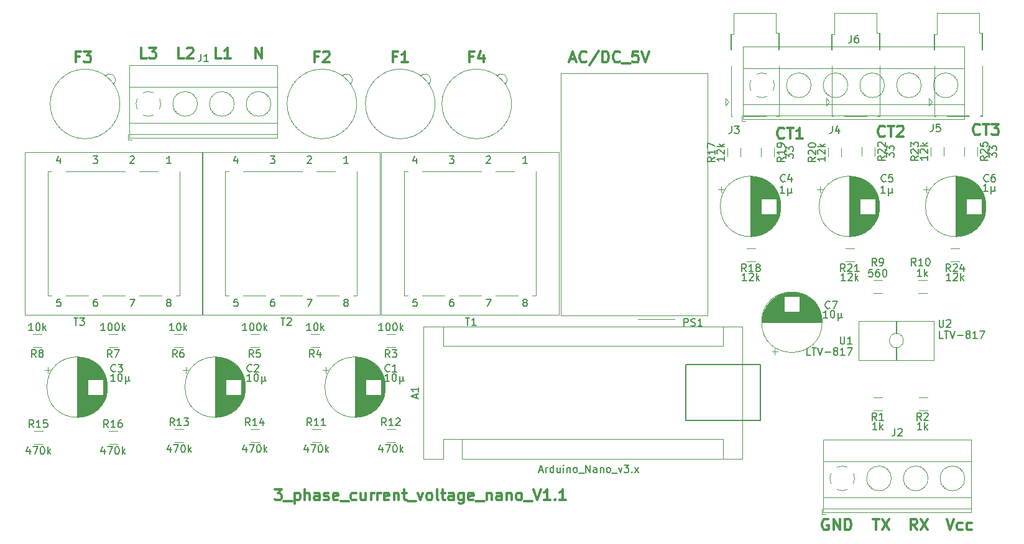
<source format=gbr>
G04 #@! TF.GenerationSoftware,KiCad,Pcbnew,5.0.2-bee76a0~70~ubuntu18.04.1*
G04 #@! TF.CreationDate,2019-11-03T19:36:50+01:00*
G04 #@! TF.ProjectId,AmpMeter,416d704d-6574-4657-922e-6b696361645f,rev?*
G04 #@! TF.SameCoordinates,Original*
G04 #@! TF.FileFunction,Legend,Top*
G04 #@! TF.FilePolarity,Positive*
%FSLAX46Y46*%
G04 Gerber Fmt 4.6, Leading zero omitted, Abs format (unit mm)*
G04 Created by KiCad (PCBNEW 5.0.2-bee76a0~70~ubuntu18.04.1) date So 03 Nov 2019 19:36:50 CET*
%MOMM*%
%LPD*%
G01*
G04 APERTURE LIST*
%ADD10C,0.300000*%
%ADD11C,0.200000*%
%ADD12C,0.120000*%
%ADD13C,0.150000*%
G04 APERTURE END LIST*
D10*
X55072857Y-73092571D02*
X56001428Y-73092571D01*
X55501428Y-73664000D01*
X55715714Y-73664000D01*
X55858571Y-73735428D01*
X55930000Y-73806857D01*
X56001428Y-73949714D01*
X56001428Y-74306857D01*
X55930000Y-74449714D01*
X55858571Y-74521142D01*
X55715714Y-74592571D01*
X55287142Y-74592571D01*
X55144285Y-74521142D01*
X55072857Y-74449714D01*
X56287142Y-74735428D02*
X57430000Y-74735428D01*
X57787142Y-73592571D02*
X57787142Y-75092571D01*
X57787142Y-73664000D02*
X57930000Y-73592571D01*
X58215714Y-73592571D01*
X58358571Y-73664000D01*
X58430000Y-73735428D01*
X58501428Y-73878285D01*
X58501428Y-74306857D01*
X58430000Y-74449714D01*
X58358571Y-74521142D01*
X58215714Y-74592571D01*
X57930000Y-74592571D01*
X57787142Y-74521142D01*
X59144285Y-74592571D02*
X59144285Y-73092571D01*
X59787142Y-74592571D02*
X59787142Y-73806857D01*
X59715714Y-73664000D01*
X59572857Y-73592571D01*
X59358571Y-73592571D01*
X59215714Y-73664000D01*
X59144285Y-73735428D01*
X61144285Y-74592571D02*
X61144285Y-73806857D01*
X61072857Y-73664000D01*
X60930000Y-73592571D01*
X60644285Y-73592571D01*
X60501428Y-73664000D01*
X61144285Y-74521142D02*
X61001428Y-74592571D01*
X60644285Y-74592571D01*
X60501428Y-74521142D01*
X60430000Y-74378285D01*
X60430000Y-74235428D01*
X60501428Y-74092571D01*
X60644285Y-74021142D01*
X61001428Y-74021142D01*
X61144285Y-73949714D01*
X61787142Y-74521142D02*
X61930000Y-74592571D01*
X62215714Y-74592571D01*
X62358571Y-74521142D01*
X62430000Y-74378285D01*
X62430000Y-74306857D01*
X62358571Y-74164000D01*
X62215714Y-74092571D01*
X62001428Y-74092571D01*
X61858571Y-74021142D01*
X61787142Y-73878285D01*
X61787142Y-73806857D01*
X61858571Y-73664000D01*
X62001428Y-73592571D01*
X62215714Y-73592571D01*
X62358571Y-73664000D01*
X63644285Y-74521142D02*
X63501428Y-74592571D01*
X63215714Y-74592571D01*
X63072857Y-74521142D01*
X63001428Y-74378285D01*
X63001428Y-73806857D01*
X63072857Y-73664000D01*
X63215714Y-73592571D01*
X63501428Y-73592571D01*
X63644285Y-73664000D01*
X63715714Y-73806857D01*
X63715714Y-73949714D01*
X63001428Y-74092571D01*
X64001428Y-74735428D02*
X65144285Y-74735428D01*
X66144285Y-74521142D02*
X66001428Y-74592571D01*
X65715714Y-74592571D01*
X65572857Y-74521142D01*
X65501428Y-74449714D01*
X65430000Y-74306857D01*
X65430000Y-73878285D01*
X65501428Y-73735428D01*
X65572857Y-73664000D01*
X65715714Y-73592571D01*
X66001428Y-73592571D01*
X66144285Y-73664000D01*
X67430000Y-73592571D02*
X67430000Y-74592571D01*
X66787142Y-73592571D02*
X66787142Y-74378285D01*
X66858571Y-74521142D01*
X67001428Y-74592571D01*
X67215714Y-74592571D01*
X67358571Y-74521142D01*
X67430000Y-74449714D01*
X68144285Y-74592571D02*
X68144285Y-73592571D01*
X68144285Y-73878285D02*
X68215714Y-73735428D01*
X68287142Y-73664000D01*
X68430000Y-73592571D01*
X68572857Y-73592571D01*
X69072857Y-74592571D02*
X69072857Y-73592571D01*
X69072857Y-73878285D02*
X69144285Y-73735428D01*
X69215714Y-73664000D01*
X69358571Y-73592571D01*
X69501428Y-73592571D01*
X70572857Y-74521142D02*
X70430000Y-74592571D01*
X70144285Y-74592571D01*
X70001428Y-74521142D01*
X69930000Y-74378285D01*
X69930000Y-73806857D01*
X70001428Y-73664000D01*
X70144285Y-73592571D01*
X70430000Y-73592571D01*
X70572857Y-73664000D01*
X70644285Y-73806857D01*
X70644285Y-73949714D01*
X69930000Y-74092571D01*
X71287142Y-73592571D02*
X71287142Y-74592571D01*
X71287142Y-73735428D02*
X71358571Y-73664000D01*
X71501428Y-73592571D01*
X71715714Y-73592571D01*
X71858571Y-73664000D01*
X71930000Y-73806857D01*
X71930000Y-74592571D01*
X72430000Y-73592571D02*
X73001428Y-73592571D01*
X72644285Y-73092571D02*
X72644285Y-74378285D01*
X72715714Y-74521142D01*
X72858571Y-74592571D01*
X73001428Y-74592571D01*
X73144285Y-74735428D02*
X74287142Y-74735428D01*
X74501428Y-73592571D02*
X74858571Y-74592571D01*
X75215714Y-73592571D01*
X76001428Y-74592571D02*
X75858571Y-74521142D01*
X75787142Y-74449714D01*
X75715714Y-74306857D01*
X75715714Y-73878285D01*
X75787142Y-73735428D01*
X75858571Y-73664000D01*
X76001428Y-73592571D01*
X76215714Y-73592571D01*
X76358571Y-73664000D01*
X76430000Y-73735428D01*
X76501428Y-73878285D01*
X76501428Y-74306857D01*
X76430000Y-74449714D01*
X76358571Y-74521142D01*
X76215714Y-74592571D01*
X76001428Y-74592571D01*
X77358571Y-74592571D02*
X77215714Y-74521142D01*
X77144285Y-74378285D01*
X77144285Y-73092571D01*
X77715714Y-73592571D02*
X78287142Y-73592571D01*
X77930000Y-73092571D02*
X77930000Y-74378285D01*
X78001428Y-74521142D01*
X78144285Y-74592571D01*
X78287142Y-74592571D01*
X79430000Y-74592571D02*
X79430000Y-73806857D01*
X79358571Y-73664000D01*
X79215714Y-73592571D01*
X78930000Y-73592571D01*
X78787142Y-73664000D01*
X79430000Y-74521142D02*
X79287142Y-74592571D01*
X78930000Y-74592571D01*
X78787142Y-74521142D01*
X78715714Y-74378285D01*
X78715714Y-74235428D01*
X78787142Y-74092571D01*
X78930000Y-74021142D01*
X79287142Y-74021142D01*
X79430000Y-73949714D01*
X80787142Y-73592571D02*
X80787142Y-74806857D01*
X80715714Y-74949714D01*
X80644285Y-75021142D01*
X80501428Y-75092571D01*
X80287142Y-75092571D01*
X80144285Y-75021142D01*
X80787142Y-74521142D02*
X80644285Y-74592571D01*
X80358571Y-74592571D01*
X80215714Y-74521142D01*
X80144285Y-74449714D01*
X80072857Y-74306857D01*
X80072857Y-73878285D01*
X80144285Y-73735428D01*
X80215714Y-73664000D01*
X80358571Y-73592571D01*
X80644285Y-73592571D01*
X80787142Y-73664000D01*
X82072857Y-74521142D02*
X81930000Y-74592571D01*
X81644285Y-74592571D01*
X81501428Y-74521142D01*
X81430000Y-74378285D01*
X81430000Y-73806857D01*
X81501428Y-73664000D01*
X81644285Y-73592571D01*
X81930000Y-73592571D01*
X82072857Y-73664000D01*
X82144285Y-73806857D01*
X82144285Y-73949714D01*
X81430000Y-74092571D01*
X82430000Y-74735428D02*
X83572857Y-74735428D01*
X83930000Y-73592571D02*
X83930000Y-74592571D01*
X83930000Y-73735428D02*
X84001428Y-73664000D01*
X84144285Y-73592571D01*
X84358571Y-73592571D01*
X84501428Y-73664000D01*
X84572857Y-73806857D01*
X84572857Y-74592571D01*
X85930000Y-74592571D02*
X85930000Y-73806857D01*
X85858571Y-73664000D01*
X85715714Y-73592571D01*
X85430000Y-73592571D01*
X85287142Y-73664000D01*
X85930000Y-74521142D02*
X85787142Y-74592571D01*
X85430000Y-74592571D01*
X85287142Y-74521142D01*
X85215714Y-74378285D01*
X85215714Y-74235428D01*
X85287142Y-74092571D01*
X85430000Y-74021142D01*
X85787142Y-74021142D01*
X85930000Y-73949714D01*
X86644285Y-73592571D02*
X86644285Y-74592571D01*
X86644285Y-73735428D02*
X86715714Y-73664000D01*
X86858571Y-73592571D01*
X87072857Y-73592571D01*
X87215714Y-73664000D01*
X87287142Y-73806857D01*
X87287142Y-74592571D01*
X88215714Y-74592571D02*
X88072857Y-74521142D01*
X88001428Y-74449714D01*
X87930000Y-74306857D01*
X87930000Y-73878285D01*
X88001428Y-73735428D01*
X88072857Y-73664000D01*
X88215714Y-73592571D01*
X88430000Y-73592571D01*
X88572857Y-73664000D01*
X88644285Y-73735428D01*
X88715714Y-73878285D01*
X88715714Y-74306857D01*
X88644285Y-74449714D01*
X88572857Y-74521142D01*
X88430000Y-74592571D01*
X88215714Y-74592571D01*
X89001428Y-74735428D02*
X90144285Y-74735428D01*
X90287142Y-73092571D02*
X90787142Y-74592571D01*
X91287142Y-73092571D01*
X92572857Y-74592571D02*
X91715714Y-74592571D01*
X92144285Y-74592571D02*
X92144285Y-73092571D01*
X92001428Y-73306857D01*
X91858571Y-73449714D01*
X91715714Y-73521142D01*
X93215714Y-74449714D02*
X93287142Y-74521142D01*
X93215714Y-74592571D01*
X93144285Y-74521142D01*
X93215714Y-74449714D01*
X93215714Y-74592571D01*
X94715714Y-74592571D02*
X93858571Y-74592571D01*
X94287142Y-74592571D02*
X94287142Y-73092571D01*
X94144285Y-73306857D01*
X94001428Y-73449714D01*
X93858571Y-73521142D01*
X82050000Y-14116857D02*
X81550000Y-14116857D01*
X81550000Y-14902571D02*
X81550000Y-13402571D01*
X82264285Y-13402571D01*
X83478571Y-13902571D02*
X83478571Y-14902571D01*
X83121428Y-13331142D02*
X82764285Y-14402571D01*
X83692857Y-14402571D01*
X71636000Y-14116857D02*
X71136000Y-14116857D01*
X71136000Y-14902571D02*
X71136000Y-13402571D01*
X71850285Y-13402571D01*
X73207428Y-14902571D02*
X72350285Y-14902571D01*
X72778857Y-14902571D02*
X72778857Y-13402571D01*
X72636000Y-13616857D01*
X72493142Y-13759714D01*
X72350285Y-13831142D01*
X60968000Y-14116857D02*
X60468000Y-14116857D01*
X60468000Y-14902571D02*
X60468000Y-13402571D01*
X61182285Y-13402571D01*
X61682285Y-13545428D02*
X61753714Y-13474000D01*
X61896571Y-13402571D01*
X62253714Y-13402571D01*
X62396571Y-13474000D01*
X62468000Y-13545428D01*
X62539428Y-13688285D01*
X62539428Y-13831142D01*
X62468000Y-14045428D01*
X61610857Y-14902571D01*
X62539428Y-14902571D01*
X28456000Y-14116857D02*
X27956000Y-14116857D01*
X27956000Y-14902571D02*
X27956000Y-13402571D01*
X28670285Y-13402571D01*
X29098857Y-13402571D02*
X30027428Y-13402571D01*
X29527428Y-13974000D01*
X29741714Y-13974000D01*
X29884571Y-14045428D01*
X29956000Y-14116857D01*
X30027428Y-14259714D01*
X30027428Y-14616857D01*
X29956000Y-14759714D01*
X29884571Y-14831142D01*
X29741714Y-14902571D01*
X29313142Y-14902571D01*
X29170285Y-14831142D01*
X29098857Y-14759714D01*
X95262571Y-14474000D02*
X95976857Y-14474000D01*
X95119714Y-14902571D02*
X95619714Y-13402571D01*
X96119714Y-14902571D01*
X97476857Y-14759714D02*
X97405428Y-14831142D01*
X97191142Y-14902571D01*
X97048285Y-14902571D01*
X96834000Y-14831142D01*
X96691142Y-14688285D01*
X96619714Y-14545428D01*
X96548285Y-14259714D01*
X96548285Y-14045428D01*
X96619714Y-13759714D01*
X96691142Y-13616857D01*
X96834000Y-13474000D01*
X97048285Y-13402571D01*
X97191142Y-13402571D01*
X97405428Y-13474000D01*
X97476857Y-13545428D01*
X99191142Y-13331142D02*
X97905428Y-15259714D01*
X99691142Y-14902571D02*
X99691142Y-13402571D01*
X100048285Y-13402571D01*
X100262571Y-13474000D01*
X100405428Y-13616857D01*
X100476857Y-13759714D01*
X100548285Y-14045428D01*
X100548285Y-14259714D01*
X100476857Y-14545428D01*
X100405428Y-14688285D01*
X100262571Y-14831142D01*
X100048285Y-14902571D01*
X99691142Y-14902571D01*
X102048285Y-14759714D02*
X101976857Y-14831142D01*
X101762571Y-14902571D01*
X101619714Y-14902571D01*
X101405428Y-14831142D01*
X101262571Y-14688285D01*
X101191142Y-14545428D01*
X101119714Y-14259714D01*
X101119714Y-14045428D01*
X101191142Y-13759714D01*
X101262571Y-13616857D01*
X101405428Y-13474000D01*
X101619714Y-13402571D01*
X101762571Y-13402571D01*
X101976857Y-13474000D01*
X102048285Y-13545428D01*
X102334000Y-15045428D02*
X103476857Y-15045428D01*
X104548285Y-13402571D02*
X103834000Y-13402571D01*
X103762571Y-14116857D01*
X103834000Y-14045428D01*
X103976857Y-13974000D01*
X104334000Y-13974000D01*
X104476857Y-14045428D01*
X104548285Y-14116857D01*
X104619714Y-14259714D01*
X104619714Y-14616857D01*
X104548285Y-14759714D01*
X104476857Y-14831142D01*
X104334000Y-14902571D01*
X103976857Y-14902571D01*
X103834000Y-14831142D01*
X103762571Y-14759714D01*
X105048285Y-13402571D02*
X105548285Y-14902571D01*
X106048285Y-13402571D01*
X151070571Y-24665714D02*
X150999142Y-24737142D01*
X150784857Y-24808571D01*
X150642000Y-24808571D01*
X150427714Y-24737142D01*
X150284857Y-24594285D01*
X150213428Y-24451428D01*
X150142000Y-24165714D01*
X150142000Y-23951428D01*
X150213428Y-23665714D01*
X150284857Y-23522857D01*
X150427714Y-23380000D01*
X150642000Y-23308571D01*
X150784857Y-23308571D01*
X150999142Y-23380000D01*
X151070571Y-23451428D01*
X151499142Y-23308571D02*
X152356285Y-23308571D01*
X151927714Y-24808571D02*
X151927714Y-23308571D01*
X152713428Y-23308571D02*
X153642000Y-23308571D01*
X153142000Y-23880000D01*
X153356285Y-23880000D01*
X153499142Y-23951428D01*
X153570571Y-24022857D01*
X153642000Y-24165714D01*
X153642000Y-24522857D01*
X153570571Y-24665714D01*
X153499142Y-24737142D01*
X153356285Y-24808571D01*
X152927714Y-24808571D01*
X152784857Y-24737142D01*
X152713428Y-24665714D01*
X138116571Y-24919714D02*
X138045142Y-24991142D01*
X137830857Y-25062571D01*
X137688000Y-25062571D01*
X137473714Y-24991142D01*
X137330857Y-24848285D01*
X137259428Y-24705428D01*
X137188000Y-24419714D01*
X137188000Y-24205428D01*
X137259428Y-23919714D01*
X137330857Y-23776857D01*
X137473714Y-23634000D01*
X137688000Y-23562571D01*
X137830857Y-23562571D01*
X138045142Y-23634000D01*
X138116571Y-23705428D01*
X138545142Y-23562571D02*
X139402285Y-23562571D01*
X138973714Y-25062571D02*
X138973714Y-23562571D01*
X139830857Y-23705428D02*
X139902285Y-23634000D01*
X140045142Y-23562571D01*
X140402285Y-23562571D01*
X140545142Y-23634000D01*
X140616571Y-23705428D01*
X140688000Y-23848285D01*
X140688000Y-23991142D01*
X140616571Y-24205428D01*
X139759428Y-25062571D01*
X140688000Y-25062571D01*
X124400571Y-25173714D02*
X124329142Y-25245142D01*
X124114857Y-25316571D01*
X123972000Y-25316571D01*
X123757714Y-25245142D01*
X123614857Y-25102285D01*
X123543428Y-24959428D01*
X123472000Y-24673714D01*
X123472000Y-24459428D01*
X123543428Y-24173714D01*
X123614857Y-24030857D01*
X123757714Y-23888000D01*
X123972000Y-23816571D01*
X124114857Y-23816571D01*
X124329142Y-23888000D01*
X124400571Y-23959428D01*
X124829142Y-23816571D02*
X125686285Y-23816571D01*
X125257714Y-25316571D02*
X125257714Y-23816571D01*
X126972000Y-25316571D02*
X126114857Y-25316571D01*
X126543428Y-25316571D02*
X126543428Y-23816571D01*
X126400571Y-24030857D01*
X126257714Y-24173714D01*
X126114857Y-24245142D01*
X52403428Y-14394571D02*
X52403428Y-12894571D01*
X53260571Y-14394571D01*
X53260571Y-12894571D01*
X47756000Y-14394571D02*
X47041714Y-14394571D01*
X47041714Y-12894571D01*
X49041714Y-14394571D02*
X48184571Y-14394571D01*
X48613142Y-14394571D02*
X48613142Y-12894571D01*
X48470285Y-13108857D01*
X48327428Y-13251714D01*
X48184571Y-13323142D01*
X42676000Y-14394571D02*
X41961714Y-14394571D01*
X41961714Y-12894571D01*
X43104571Y-13037428D02*
X43176000Y-12966000D01*
X43318857Y-12894571D01*
X43676000Y-12894571D01*
X43818857Y-12966000D01*
X43890285Y-13037428D01*
X43961714Y-13180285D01*
X43961714Y-13323142D01*
X43890285Y-13537428D01*
X43033142Y-14394571D01*
X43961714Y-14394571D01*
X37596000Y-14394571D02*
X36881714Y-14394571D01*
X36881714Y-12894571D01*
X37953142Y-12894571D02*
X38881714Y-12894571D01*
X38381714Y-13466000D01*
X38596000Y-13466000D01*
X38738857Y-13537428D01*
X38810285Y-13608857D01*
X38881714Y-13751714D01*
X38881714Y-14108857D01*
X38810285Y-14251714D01*
X38738857Y-14323142D01*
X38596000Y-14394571D01*
X38167428Y-14394571D01*
X38024571Y-14323142D01*
X37953142Y-14251714D01*
X142498000Y-78656571D02*
X141998000Y-77942285D01*
X141640857Y-78656571D02*
X141640857Y-77156571D01*
X142212285Y-77156571D01*
X142355142Y-77228000D01*
X142426571Y-77299428D01*
X142498000Y-77442285D01*
X142498000Y-77656571D01*
X142426571Y-77799428D01*
X142355142Y-77870857D01*
X142212285Y-77942285D01*
X141640857Y-77942285D01*
X142998000Y-77156571D02*
X143998000Y-78656571D01*
X143998000Y-77156571D02*
X142998000Y-78656571D01*
X136525142Y-77156571D02*
X137382285Y-77156571D01*
X136953714Y-78656571D02*
X136953714Y-77156571D01*
X137739428Y-77156571D02*
X138739428Y-78656571D01*
X138739428Y-77156571D02*
X137739428Y-78656571D01*
X130429142Y-77228000D02*
X130286285Y-77156571D01*
X130072000Y-77156571D01*
X129857714Y-77228000D01*
X129714857Y-77370857D01*
X129643428Y-77513714D01*
X129572000Y-77799428D01*
X129572000Y-78013714D01*
X129643428Y-78299428D01*
X129714857Y-78442285D01*
X129857714Y-78585142D01*
X130072000Y-78656571D01*
X130214857Y-78656571D01*
X130429142Y-78585142D01*
X130500571Y-78513714D01*
X130500571Y-78013714D01*
X130214857Y-78013714D01*
X131143428Y-78656571D02*
X131143428Y-77156571D01*
X132000571Y-78656571D01*
X132000571Y-77156571D01*
X132714857Y-78656571D02*
X132714857Y-77156571D01*
X133072000Y-77156571D01*
X133286285Y-77228000D01*
X133429142Y-77370857D01*
X133500571Y-77513714D01*
X133572000Y-77799428D01*
X133572000Y-78013714D01*
X133500571Y-78299428D01*
X133429142Y-78442285D01*
X133286285Y-78585142D01*
X133072000Y-78656571D01*
X132714857Y-78656571D01*
X146550285Y-77156571D02*
X147050285Y-78656571D01*
X147550285Y-77156571D01*
X148693142Y-78585142D02*
X148550285Y-78656571D01*
X148264571Y-78656571D01*
X148121714Y-78585142D01*
X148050285Y-78513714D01*
X147978857Y-78370857D01*
X147978857Y-77942285D01*
X148050285Y-77799428D01*
X148121714Y-77728000D01*
X148264571Y-77656571D01*
X148550285Y-77656571D01*
X148693142Y-77728000D01*
X149978857Y-78585142D02*
X149836000Y-78656571D01*
X149550285Y-78656571D01*
X149407428Y-78585142D01*
X149336000Y-78513714D01*
X149264571Y-78370857D01*
X149264571Y-77942285D01*
X149336000Y-77799428D01*
X149407428Y-77728000D01*
X149550285Y-77656571D01*
X149836000Y-77656571D01*
X149978857Y-77728000D01*
D11*
X121158000Y-63754000D02*
X121158000Y-56134000D01*
X110998000Y-63754000D02*
X121158000Y-63754000D01*
X110998000Y-56134000D02*
X110998000Y-63754000D01*
X121158000Y-56134000D02*
X110998000Y-56134000D01*
D12*
G04 #@! TO.C,A1*
X75308000Y-50924000D02*
X75308000Y-68964000D01*
X118748000Y-50924000D02*
X75308000Y-50924000D01*
X118748000Y-68964000D02*
X118748000Y-50924000D01*
X116078000Y-66294000D02*
X116078000Y-68964000D01*
X80518000Y-66294000D02*
X116078000Y-66294000D01*
X80518000Y-66294000D02*
X80518000Y-68964000D01*
X116078000Y-53594000D02*
X116078000Y-50924000D01*
X77978000Y-53594000D02*
X116078000Y-53594000D01*
X77978000Y-53594000D02*
X77978000Y-50924000D01*
X75308000Y-68964000D02*
X77978000Y-68964000D01*
X80518000Y-68964000D02*
X118748000Y-68964000D01*
X77978000Y-66294000D02*
X77978000Y-68964000D01*
X80518000Y-66294000D02*
X77978000Y-66294000D01*
G04 #@! TO.C,J1*
X35046000Y-25474000D02*
X35546000Y-25474000D01*
X35046000Y-24734000D02*
X35046000Y-25474000D01*
X51619000Y-21597000D02*
X51572000Y-21643000D01*
X53916000Y-19299000D02*
X53881000Y-19335000D01*
X51812000Y-21813000D02*
X51777000Y-21848000D01*
X54121000Y-19505000D02*
X54074000Y-19551000D01*
X46619000Y-21597000D02*
X46572000Y-21643000D01*
X48916000Y-19299000D02*
X48881000Y-19335000D01*
X46812000Y-21813000D02*
X46777000Y-21848000D01*
X49121000Y-19505000D02*
X49074000Y-19551000D01*
X41619000Y-21597000D02*
X41572000Y-21643000D01*
X43916000Y-19299000D02*
X43881000Y-19335000D01*
X41812000Y-21813000D02*
X41777000Y-21848000D01*
X44121000Y-19505000D02*
X44074000Y-19551000D01*
X55407000Y-15313000D02*
X55407000Y-25234000D01*
X35286000Y-15313000D02*
X35286000Y-25234000D01*
X35286000Y-25234000D02*
X55407000Y-25234000D01*
X35286000Y-15313000D02*
X55407000Y-15313000D01*
X35286000Y-18273000D02*
X55407000Y-18273000D01*
X35286000Y-23174000D02*
X55407000Y-23174000D01*
X35286000Y-24674000D02*
X55407000Y-24674000D01*
X54526000Y-20574000D02*
G75*
G03X54526000Y-20574000I-1680000J0D01*
G01*
X49526000Y-20574000D02*
G75*
G03X49526000Y-20574000I-1680000J0D01*
G01*
X44526000Y-20574000D02*
G75*
G03X44526000Y-20574000I-1680000J0D01*
G01*
X37874805Y-22254253D02*
G75*
G02X37162000Y-22109000I-28805J1680253D01*
G01*
X36310574Y-21257042D02*
G75*
G02X36311000Y-19890000I1535426J683042D01*
G01*
X37162958Y-19038574D02*
G75*
G02X38530000Y-19039000I683042J-1535426D01*
G01*
X39381426Y-19890958D02*
G75*
G02X39381000Y-21258000I-1535426J-683042D01*
G01*
X38529318Y-22108756D02*
G75*
G02X37846000Y-22254000I-683318J1534756D01*
G01*
G04 #@! TO.C,J2*
X129534000Y-76528000D02*
X130034000Y-76528000D01*
X129534000Y-75788000D02*
X129534000Y-76528000D01*
X146107000Y-72651000D02*
X146060000Y-72697000D01*
X148404000Y-70353000D02*
X148369000Y-70389000D01*
X146300000Y-72867000D02*
X146265000Y-72902000D01*
X148609000Y-70559000D02*
X148562000Y-70605000D01*
X141107000Y-72651000D02*
X141060000Y-72697000D01*
X143404000Y-70353000D02*
X143369000Y-70389000D01*
X141300000Y-72867000D02*
X141265000Y-72902000D01*
X143609000Y-70559000D02*
X143562000Y-70605000D01*
X136107000Y-72651000D02*
X136060000Y-72697000D01*
X138404000Y-70353000D02*
X138369000Y-70389000D01*
X136300000Y-72867000D02*
X136265000Y-72902000D01*
X138609000Y-70559000D02*
X138562000Y-70605000D01*
X149895000Y-66367000D02*
X149895000Y-76288000D01*
X129774000Y-66367000D02*
X129774000Y-76288000D01*
X129774000Y-76288000D02*
X149895000Y-76288000D01*
X129774000Y-66367000D02*
X149895000Y-66367000D01*
X129774000Y-69327000D02*
X149895000Y-69327000D01*
X129774000Y-74228000D02*
X149895000Y-74228000D01*
X129774000Y-75728000D02*
X149895000Y-75728000D01*
X149014000Y-71628000D02*
G75*
G03X149014000Y-71628000I-1680000J0D01*
G01*
X144014000Y-71628000D02*
G75*
G03X144014000Y-71628000I-1680000J0D01*
G01*
X139014000Y-71628000D02*
G75*
G03X139014000Y-71628000I-1680000J0D01*
G01*
X132362805Y-73308253D02*
G75*
G02X131650000Y-73163000I-28805J1680253D01*
G01*
X130798574Y-72311042D02*
G75*
G02X130799000Y-70944000I1535426J683042D01*
G01*
X131650958Y-70092574D02*
G75*
G02X133018000Y-70093000I683042J-1535426D01*
G01*
X133869426Y-70944958D02*
G75*
G02X133869000Y-72312000I-1535426J-683042D01*
G01*
X133017318Y-73162756D02*
G75*
G02X132334000Y-73308000I-683318J1534756D01*
G01*
G04 #@! TO.C,J6*
X118612000Y-22934000D02*
X119112000Y-22934000D01*
X118612000Y-22194000D02*
X118612000Y-22934000D01*
X145185000Y-19057000D02*
X145138000Y-19103000D01*
X147482000Y-16759000D02*
X147447000Y-16795000D01*
X145378000Y-19273000D02*
X145343000Y-19308000D01*
X147687000Y-16965000D02*
X147640000Y-17011000D01*
X140185000Y-19057000D02*
X140138000Y-19103000D01*
X142482000Y-16759000D02*
X142447000Y-16795000D01*
X140378000Y-19273000D02*
X140343000Y-19308000D01*
X142687000Y-16965000D02*
X142640000Y-17011000D01*
X135185000Y-19057000D02*
X135138000Y-19103000D01*
X137482000Y-16759000D02*
X137447000Y-16795000D01*
X135378000Y-19273000D02*
X135343000Y-19308000D01*
X137687000Y-16965000D02*
X137640000Y-17011000D01*
X130185000Y-19057000D02*
X130138000Y-19103000D01*
X132482000Y-16759000D02*
X132447000Y-16795000D01*
X130378000Y-19273000D02*
X130343000Y-19308000D01*
X132687000Y-16965000D02*
X132640000Y-17011000D01*
X125185000Y-19057000D02*
X125138000Y-19103000D01*
X127482000Y-16759000D02*
X127447000Y-16795000D01*
X125378000Y-19273000D02*
X125343000Y-19308000D01*
X127687000Y-16965000D02*
X127640000Y-17011000D01*
X148972000Y-12773000D02*
X148972000Y-22694000D01*
X118852000Y-12773000D02*
X118852000Y-22694000D01*
X118852000Y-22694000D02*
X148972000Y-22694000D01*
X118852000Y-12773000D02*
X148972000Y-12773000D01*
X118852000Y-15733000D02*
X148972000Y-15733000D01*
X118852000Y-20634000D02*
X148972000Y-20634000D01*
X118852000Y-22134000D02*
X148972000Y-22134000D01*
X148092000Y-18034000D02*
G75*
G03X148092000Y-18034000I-1680000J0D01*
G01*
X143092000Y-18034000D02*
G75*
G03X143092000Y-18034000I-1680000J0D01*
G01*
X138092000Y-18034000D02*
G75*
G03X138092000Y-18034000I-1680000J0D01*
G01*
X133092000Y-18034000D02*
G75*
G03X133092000Y-18034000I-1680000J0D01*
G01*
X128092000Y-18034000D02*
G75*
G03X128092000Y-18034000I-1680000J0D01*
G01*
X121440805Y-19714253D02*
G75*
G02X120728000Y-19569000I-28805J1680253D01*
G01*
X119876574Y-18717042D02*
G75*
G02X119877000Y-17350000I1535426J683042D01*
G01*
X120728958Y-16498574D02*
G75*
G02X122096000Y-16499000I683042J-1535426D01*
G01*
X122947426Y-17350958D02*
G75*
G02X122947000Y-18718000I-1535426J-683042D01*
G01*
X122095318Y-19568756D02*
G75*
G02X121412000Y-19714000I-683318J1534756D01*
G01*
G04 #@! TO.C,T1*
X69534000Y-27114000D02*
X93774000Y-27114000D01*
X69534000Y-27114000D02*
X69534000Y-49354000D01*
X93774000Y-49354000D02*
X93774000Y-27114000D01*
X93774000Y-49354000D02*
X69534000Y-49354000D01*
X88154000Y-46734000D02*
X85154000Y-46734000D01*
X83154000Y-46734000D02*
X80154000Y-46734000D01*
X78154000Y-46734000D02*
X75154000Y-46734000D01*
X73154000Y-46734000D02*
X72654000Y-46734000D01*
X90154000Y-46734000D02*
X90654000Y-46734000D01*
X83154000Y-29734000D02*
X75154000Y-29734000D01*
X72654000Y-29734000D02*
X72654000Y-46734000D01*
X73154000Y-29734000D02*
X72654000Y-29734000D01*
X90654000Y-29734000D02*
X90654000Y-46734000D01*
X85154000Y-29734000D02*
X87654000Y-29734000D01*
G04 #@! TO.C,T2*
X45150000Y-27114000D02*
X69390000Y-27114000D01*
X45150000Y-27114000D02*
X45150000Y-49354000D01*
X69390000Y-49354000D02*
X69390000Y-27114000D01*
X69390000Y-49354000D02*
X45150000Y-49354000D01*
X63770000Y-46734000D02*
X60770000Y-46734000D01*
X58770000Y-46734000D02*
X55770000Y-46734000D01*
X53770000Y-46734000D02*
X50770000Y-46734000D01*
X48770000Y-46734000D02*
X48270000Y-46734000D01*
X65770000Y-46734000D02*
X66270000Y-46734000D01*
X58770000Y-29734000D02*
X50770000Y-29734000D01*
X48270000Y-29734000D02*
X48270000Y-46734000D01*
X48770000Y-29734000D02*
X48270000Y-29734000D01*
X66270000Y-29734000D02*
X66270000Y-46734000D01*
X60770000Y-29734000D02*
X63270000Y-29734000D01*
G04 #@! TO.C,T3*
X21020000Y-27114000D02*
X45260000Y-27114000D01*
X21020000Y-27114000D02*
X21020000Y-49354000D01*
X45260000Y-49354000D02*
X45260000Y-27114000D01*
X45260000Y-49354000D02*
X21020000Y-49354000D01*
X39640000Y-46734000D02*
X36640000Y-46734000D01*
X34640000Y-46734000D02*
X31640000Y-46734000D01*
X29640000Y-46734000D02*
X26640000Y-46734000D01*
X24640000Y-46734000D02*
X24140000Y-46734000D01*
X41640000Y-46734000D02*
X42140000Y-46734000D01*
X34640000Y-29734000D02*
X26640000Y-29734000D01*
X24140000Y-29734000D02*
X24140000Y-46734000D01*
X24640000Y-29734000D02*
X24140000Y-29734000D01*
X42140000Y-29734000D02*
X42140000Y-46734000D01*
X36640000Y-29734000D02*
X39140000Y-29734000D01*
G04 #@! TO.C,U1*
X139640000Y-50182000D02*
X139640000Y-51832000D01*
X144840000Y-50182000D02*
X139640000Y-50182000D01*
X144840000Y-55482000D02*
X144840000Y-50182000D01*
X139640000Y-55482000D02*
X144840000Y-55482000D01*
X139640000Y-53832000D02*
X139640000Y-55482000D01*
X139640000Y-51832000D02*
G75*
G02X139640000Y-53832000I0J-1000000D01*
G01*
G04 #@! TO.C,U2*
X139760000Y-55482000D02*
X139760000Y-53832000D01*
X134560000Y-55482000D02*
X139760000Y-55482000D01*
X134560000Y-50182000D02*
X134560000Y-55482000D01*
X139760000Y-50182000D02*
X134560000Y-50182000D01*
X139760000Y-51832000D02*
X139760000Y-50182000D01*
X139760000Y-53832000D02*
G75*
G02X139760000Y-51832000I0J1000000D01*
G01*
G04 #@! TO.C,PS1*
X94006000Y-49386000D02*
X94006000Y-16386000D01*
X94006000Y-16386000D02*
X114006000Y-16386000D01*
X114006000Y-16386000D02*
X114006000Y-49386000D01*
X114006000Y-49386000D02*
X94006000Y-49386000D01*
X109506000Y-49886000D02*
X104506000Y-49886000D01*
G04 #@! TO.C,F1*
X87310000Y-20574000D02*
G75*
G03X87310000Y-20574000I-4750000J0D01*
G01*
X86540000Y-17624000D02*
X86390000Y-17754000D01*
X86620000Y-17444000D02*
X86540000Y-17624000D01*
X86660000Y-17154000D02*
X86620000Y-17444000D01*
X86580000Y-16864000D02*
X86660000Y-17154000D01*
X86410000Y-16644000D02*
X86580000Y-16864000D01*
X86150000Y-16494000D02*
X86410000Y-16644000D01*
X85890000Y-16464000D02*
X86150000Y-16494000D01*
X85640000Y-16514000D02*
X85890000Y-16464000D01*
X85480000Y-16604000D02*
X85640000Y-16514000D01*
X85340000Y-16724000D02*
X85480000Y-16604000D01*
G04 #@! TO.C,F2*
X76896000Y-20574000D02*
G75*
G03X76896000Y-20574000I-4750000J0D01*
G01*
X76126000Y-17624000D02*
X75976000Y-17754000D01*
X76206000Y-17444000D02*
X76126000Y-17624000D01*
X76246000Y-17154000D02*
X76206000Y-17444000D01*
X76166000Y-16864000D02*
X76246000Y-17154000D01*
X75996000Y-16644000D02*
X76166000Y-16864000D01*
X75736000Y-16494000D02*
X75996000Y-16644000D01*
X75476000Y-16464000D02*
X75736000Y-16494000D01*
X75226000Y-16514000D02*
X75476000Y-16464000D01*
X75066000Y-16604000D02*
X75226000Y-16514000D01*
X74926000Y-16724000D02*
X75066000Y-16604000D01*
G04 #@! TO.C,F3*
X66228000Y-20574000D02*
G75*
G03X66228000Y-20574000I-4750000J0D01*
G01*
X65458000Y-17624000D02*
X65308000Y-17754000D01*
X65538000Y-17444000D02*
X65458000Y-17624000D01*
X65578000Y-17154000D02*
X65538000Y-17444000D01*
X65498000Y-16864000D02*
X65578000Y-17154000D01*
X65328000Y-16644000D02*
X65498000Y-16864000D01*
X65068000Y-16494000D02*
X65328000Y-16644000D01*
X64808000Y-16464000D02*
X65068000Y-16494000D01*
X64558000Y-16514000D02*
X64808000Y-16464000D01*
X64398000Y-16604000D02*
X64558000Y-16514000D01*
X64258000Y-16724000D02*
X64398000Y-16604000D01*
G04 #@! TO.C,F4*
X33970000Y-20574000D02*
G75*
G03X33970000Y-20574000I-4750000J0D01*
G01*
X33200000Y-17624000D02*
X33050000Y-17754000D01*
X33280000Y-17444000D02*
X33200000Y-17624000D01*
X33320000Y-17154000D02*
X33280000Y-17444000D01*
X33240000Y-16864000D02*
X33320000Y-17154000D01*
X33070000Y-16644000D02*
X33240000Y-16864000D01*
X32810000Y-16494000D02*
X33070000Y-16644000D01*
X32550000Y-16464000D02*
X32810000Y-16494000D01*
X32300000Y-16514000D02*
X32550000Y-16464000D01*
X32140000Y-16604000D02*
X32300000Y-16514000D01*
X32000000Y-16724000D02*
X32140000Y-16604000D01*
G04 #@! TO.C,R1*
X136557936Y-62378000D02*
X137762064Y-62378000D01*
X136557936Y-60558000D02*
X137762064Y-60558000D01*
G04 #@! TO.C,R2*
X142783936Y-62378000D02*
X143988064Y-62378000D01*
X142783936Y-60558000D02*
X143988064Y-60558000D01*
G04 #@! TO.C,R3*
X71468064Y-51922000D02*
X70263936Y-51922000D01*
X71468064Y-53742000D02*
X70263936Y-53742000D01*
G04 #@! TO.C,R4*
X61178064Y-51922000D02*
X59973936Y-51922000D01*
X61178064Y-53742000D02*
X59973936Y-53742000D01*
G04 #@! TO.C,R5*
X52926064Y-51922000D02*
X51721936Y-51922000D01*
X52926064Y-53742000D02*
X51721936Y-53742000D01*
G04 #@! TO.C,R6*
X42512064Y-51922000D02*
X41307936Y-51922000D01*
X42512064Y-53742000D02*
X41307936Y-53742000D01*
G04 #@! TO.C,R7*
X33622064Y-51922000D02*
X32417936Y-51922000D01*
X33622064Y-53742000D02*
X32417936Y-53742000D01*
G04 #@! TO.C,R8*
X23332064Y-51922000D02*
X22127936Y-51922000D01*
X23332064Y-53742000D02*
X22127936Y-53742000D01*
G04 #@! TO.C,R9*
X136557936Y-46376000D02*
X137762064Y-46376000D01*
X136557936Y-44556000D02*
X137762064Y-44556000D01*
G04 #@! TO.C,R10*
X143858064Y-44556000D02*
X142653936Y-44556000D01*
X143858064Y-46376000D02*
X142653936Y-46376000D01*
G04 #@! TO.C,R11*
X60103936Y-66696000D02*
X61308064Y-66696000D01*
X60103936Y-64876000D02*
X61308064Y-64876000D01*
G04 #@! TO.C,R12*
X70263936Y-66696000D02*
X71468064Y-66696000D01*
X70263936Y-64876000D02*
X71468064Y-64876000D01*
G04 #@! TO.C,R13*
X41431936Y-66696000D02*
X42636064Y-66696000D01*
X41431936Y-64876000D02*
X42636064Y-64876000D01*
G04 #@! TO.C,R14*
X51721936Y-66696000D02*
X52926064Y-66696000D01*
X51721936Y-64876000D02*
X52926064Y-64876000D01*
G04 #@! TO.C,R15*
X22257936Y-66950000D02*
X23462064Y-66950000D01*
X22257936Y-65130000D02*
X23462064Y-65130000D01*
G04 #@! TO.C,R16*
X32417936Y-66950000D02*
X33622064Y-66950000D01*
X32417936Y-65130000D02*
X33622064Y-65130000D01*
G04 #@! TO.C,R17*
X116692000Y-26575936D02*
X116692000Y-27780064D01*
X118512000Y-26575936D02*
X118512000Y-27780064D01*
G04 #@! TO.C,R18*
X120490064Y-40238000D02*
X119285936Y-40238000D01*
X120490064Y-42058000D02*
X119285936Y-42058000D01*
G04 #@! TO.C,R19*
X121264000Y-26575936D02*
X121264000Y-27780064D01*
X123084000Y-26575936D02*
X123084000Y-27780064D01*
G04 #@! TO.C,R20*
X130408000Y-26575936D02*
X130408000Y-27780064D01*
X132228000Y-26575936D02*
X132228000Y-27780064D01*
G04 #@! TO.C,R21*
X133952064Y-40238000D02*
X132747936Y-40238000D01*
X133952064Y-42058000D02*
X132747936Y-42058000D01*
G04 #@! TO.C,R22*
X134980000Y-26445936D02*
X134980000Y-27650064D01*
X136800000Y-26445936D02*
X136800000Y-27650064D01*
G04 #@! TO.C,R23*
X144378000Y-26451936D02*
X144378000Y-27656064D01*
X146198000Y-26451936D02*
X146198000Y-27656064D01*
G04 #@! TO.C,R24*
X148306064Y-40238000D02*
X147101936Y-40238000D01*
X148306064Y-42058000D02*
X147101936Y-42058000D01*
G04 #@! TO.C,R25*
X148950000Y-26451936D02*
X148950000Y-27656064D01*
X150770000Y-26451936D02*
X150770000Y-27656064D01*
G04 #@! TO.C,C1*
X61990302Y-56467000D02*
X61990302Y-57267000D01*
X61590302Y-56867000D02*
X62390302Y-56867000D01*
X70081000Y-58649000D02*
X70081000Y-59715000D01*
X70041000Y-58414000D02*
X70041000Y-59950000D01*
X70001000Y-58234000D02*
X70001000Y-60130000D01*
X69961000Y-58084000D02*
X69961000Y-60280000D01*
X69921000Y-57953000D02*
X69921000Y-60411000D01*
X69881000Y-57836000D02*
X69881000Y-60528000D01*
X69841000Y-57729000D02*
X69841000Y-60635000D01*
X69801000Y-57630000D02*
X69801000Y-60734000D01*
X69761000Y-57537000D02*
X69761000Y-60827000D01*
X69721000Y-57451000D02*
X69721000Y-60913000D01*
X69681000Y-57369000D02*
X69681000Y-60995000D01*
X69641000Y-57292000D02*
X69641000Y-61072000D01*
X69601000Y-57218000D02*
X69601000Y-61146000D01*
X69561000Y-57148000D02*
X69561000Y-61216000D01*
X69521000Y-60222000D02*
X69521000Y-61284000D01*
X69521000Y-57080000D02*
X69521000Y-58142000D01*
X69481000Y-60222000D02*
X69481000Y-61348000D01*
X69481000Y-57016000D02*
X69481000Y-58142000D01*
X69441000Y-60222000D02*
X69441000Y-61410000D01*
X69441000Y-56954000D02*
X69441000Y-58142000D01*
X69401000Y-60222000D02*
X69401000Y-61469000D01*
X69401000Y-56895000D02*
X69401000Y-58142000D01*
X69361000Y-60222000D02*
X69361000Y-61527000D01*
X69361000Y-56837000D02*
X69361000Y-58142000D01*
X69321000Y-60222000D02*
X69321000Y-61582000D01*
X69321000Y-56782000D02*
X69321000Y-58142000D01*
X69281000Y-60222000D02*
X69281000Y-61636000D01*
X69281000Y-56728000D02*
X69281000Y-58142000D01*
X69241000Y-60222000D02*
X69241000Y-61687000D01*
X69241000Y-56677000D02*
X69241000Y-58142000D01*
X69201000Y-60222000D02*
X69201000Y-61738000D01*
X69201000Y-56626000D02*
X69201000Y-58142000D01*
X69161000Y-60222000D02*
X69161000Y-61786000D01*
X69161000Y-56578000D02*
X69161000Y-58142000D01*
X69121000Y-60222000D02*
X69121000Y-61833000D01*
X69121000Y-56531000D02*
X69121000Y-58142000D01*
X69081000Y-60222000D02*
X69081000Y-61879000D01*
X69081000Y-56485000D02*
X69081000Y-58142000D01*
X69041000Y-60222000D02*
X69041000Y-61923000D01*
X69041000Y-56441000D02*
X69041000Y-58142000D01*
X69001000Y-60222000D02*
X69001000Y-61966000D01*
X69001000Y-56398000D02*
X69001000Y-58142000D01*
X68961000Y-60222000D02*
X68961000Y-62008000D01*
X68961000Y-56356000D02*
X68961000Y-58142000D01*
X68921000Y-60222000D02*
X68921000Y-62049000D01*
X68921000Y-56315000D02*
X68921000Y-58142000D01*
X68881000Y-60222000D02*
X68881000Y-62089000D01*
X68881000Y-56275000D02*
X68881000Y-58142000D01*
X68841000Y-60222000D02*
X68841000Y-62127000D01*
X68841000Y-56237000D02*
X68841000Y-58142000D01*
X68801000Y-60222000D02*
X68801000Y-62165000D01*
X68801000Y-56199000D02*
X68801000Y-58142000D01*
X68761000Y-60222000D02*
X68761000Y-62201000D01*
X68761000Y-56163000D02*
X68761000Y-58142000D01*
X68721000Y-60222000D02*
X68721000Y-62237000D01*
X68721000Y-56127000D02*
X68721000Y-58142000D01*
X68681000Y-60222000D02*
X68681000Y-62272000D01*
X68681000Y-56092000D02*
X68681000Y-58142000D01*
X68641000Y-60222000D02*
X68641000Y-62306000D01*
X68641000Y-56058000D02*
X68641000Y-58142000D01*
X68601000Y-60222000D02*
X68601000Y-62338000D01*
X68601000Y-56026000D02*
X68601000Y-58142000D01*
X68561000Y-60222000D02*
X68561000Y-62371000D01*
X68561000Y-55993000D02*
X68561000Y-58142000D01*
X68521000Y-60222000D02*
X68521000Y-62402000D01*
X68521000Y-55962000D02*
X68521000Y-58142000D01*
X68481000Y-60222000D02*
X68481000Y-62432000D01*
X68481000Y-55932000D02*
X68481000Y-58142000D01*
X68441000Y-60222000D02*
X68441000Y-62462000D01*
X68441000Y-55902000D02*
X68441000Y-58142000D01*
X68401000Y-60222000D02*
X68401000Y-62491000D01*
X68401000Y-55873000D02*
X68401000Y-58142000D01*
X68361000Y-60222000D02*
X68361000Y-62520000D01*
X68361000Y-55844000D02*
X68361000Y-58142000D01*
X68321000Y-60222000D02*
X68321000Y-62547000D01*
X68321000Y-55817000D02*
X68321000Y-58142000D01*
X68281000Y-60222000D02*
X68281000Y-62574000D01*
X68281000Y-55790000D02*
X68281000Y-58142000D01*
X68241000Y-60222000D02*
X68241000Y-62600000D01*
X68241000Y-55764000D02*
X68241000Y-58142000D01*
X68201000Y-60222000D02*
X68201000Y-62626000D01*
X68201000Y-55738000D02*
X68201000Y-58142000D01*
X68161000Y-60222000D02*
X68161000Y-62651000D01*
X68161000Y-55713000D02*
X68161000Y-58142000D01*
X68121000Y-60222000D02*
X68121000Y-62675000D01*
X68121000Y-55689000D02*
X68121000Y-58142000D01*
X68081000Y-60222000D02*
X68081000Y-62699000D01*
X68081000Y-55665000D02*
X68081000Y-58142000D01*
X68041000Y-60222000D02*
X68041000Y-62722000D01*
X68041000Y-55642000D02*
X68041000Y-58142000D01*
X68001000Y-60222000D02*
X68001000Y-62744000D01*
X68001000Y-55620000D02*
X68001000Y-58142000D01*
X67961000Y-60222000D02*
X67961000Y-62766000D01*
X67961000Y-55598000D02*
X67961000Y-58142000D01*
X67921000Y-60222000D02*
X67921000Y-62788000D01*
X67921000Y-55576000D02*
X67921000Y-58142000D01*
X67881000Y-60222000D02*
X67881000Y-62809000D01*
X67881000Y-55555000D02*
X67881000Y-58142000D01*
X67841000Y-60222000D02*
X67841000Y-62829000D01*
X67841000Y-55535000D02*
X67841000Y-58142000D01*
X67801000Y-60222000D02*
X67801000Y-62848000D01*
X67801000Y-55516000D02*
X67801000Y-58142000D01*
X67761000Y-60222000D02*
X67761000Y-62868000D01*
X67761000Y-55496000D02*
X67761000Y-58142000D01*
X67721000Y-60222000D02*
X67721000Y-62886000D01*
X67721000Y-55478000D02*
X67721000Y-58142000D01*
X67681000Y-60222000D02*
X67681000Y-62904000D01*
X67681000Y-55460000D02*
X67681000Y-58142000D01*
X67641000Y-60222000D02*
X67641000Y-62922000D01*
X67641000Y-55442000D02*
X67641000Y-58142000D01*
X67601000Y-60222000D02*
X67601000Y-62939000D01*
X67601000Y-55425000D02*
X67601000Y-58142000D01*
X67561000Y-60222000D02*
X67561000Y-62956000D01*
X67561000Y-55408000D02*
X67561000Y-58142000D01*
X67521000Y-60222000D02*
X67521000Y-62972000D01*
X67521000Y-55392000D02*
X67521000Y-58142000D01*
X67481000Y-60222000D02*
X67481000Y-62987000D01*
X67481000Y-55377000D02*
X67481000Y-58142000D01*
X67441000Y-55361000D02*
X67441000Y-63003000D01*
X67401000Y-55347000D02*
X67401000Y-63017000D01*
X67361000Y-55332000D02*
X67361000Y-63032000D01*
X67321000Y-55319000D02*
X67321000Y-63045000D01*
X67281000Y-55305000D02*
X67281000Y-63059000D01*
X67241000Y-55293000D02*
X67241000Y-63071000D01*
X67201000Y-55280000D02*
X67201000Y-63084000D01*
X67161000Y-55268000D02*
X67161000Y-63096000D01*
X67121000Y-55257000D02*
X67121000Y-63107000D01*
X67081000Y-55246000D02*
X67081000Y-63118000D01*
X67041000Y-55235000D02*
X67041000Y-63129000D01*
X67001000Y-55225000D02*
X67001000Y-63139000D01*
X66961000Y-55215000D02*
X66961000Y-63149000D01*
X66921000Y-55206000D02*
X66921000Y-63158000D01*
X66881000Y-55197000D02*
X66881000Y-63167000D01*
X66841000Y-55188000D02*
X66841000Y-63176000D01*
X66801000Y-55180000D02*
X66801000Y-63184000D01*
X66761000Y-55172000D02*
X66761000Y-63192000D01*
X66721000Y-55165000D02*
X66721000Y-63199000D01*
X66680000Y-55158000D02*
X66680000Y-63206000D01*
X66640000Y-55152000D02*
X66640000Y-63212000D01*
X66600000Y-55145000D02*
X66600000Y-63219000D01*
X66560000Y-55140000D02*
X66560000Y-63224000D01*
X66520000Y-55134000D02*
X66520000Y-63230000D01*
X66480000Y-55130000D02*
X66480000Y-63234000D01*
X66440000Y-55125000D02*
X66440000Y-63239000D01*
X66400000Y-55121000D02*
X66400000Y-63243000D01*
X66360000Y-55117000D02*
X66360000Y-63247000D01*
X66320000Y-55114000D02*
X66320000Y-63250000D01*
X66280000Y-55111000D02*
X66280000Y-63253000D01*
X66240000Y-55108000D02*
X66240000Y-63256000D01*
X66200000Y-55106000D02*
X66200000Y-63258000D01*
X66160000Y-55105000D02*
X66160000Y-63259000D01*
X66120000Y-55103000D02*
X66120000Y-63261000D01*
X66080000Y-55102000D02*
X66080000Y-63262000D01*
X66040000Y-55102000D02*
X66040000Y-63262000D01*
X66000000Y-55102000D02*
X66000000Y-63262000D01*
X70120000Y-59182000D02*
G75*
G03X70120000Y-59182000I-4120000J0D01*
G01*
G04 #@! TO.C,C2*
X42940302Y-56467000D02*
X42940302Y-57267000D01*
X42540302Y-56867000D02*
X43340302Y-56867000D01*
X51031000Y-58649000D02*
X51031000Y-59715000D01*
X50991000Y-58414000D02*
X50991000Y-59950000D01*
X50951000Y-58234000D02*
X50951000Y-60130000D01*
X50911000Y-58084000D02*
X50911000Y-60280000D01*
X50871000Y-57953000D02*
X50871000Y-60411000D01*
X50831000Y-57836000D02*
X50831000Y-60528000D01*
X50791000Y-57729000D02*
X50791000Y-60635000D01*
X50751000Y-57630000D02*
X50751000Y-60734000D01*
X50711000Y-57537000D02*
X50711000Y-60827000D01*
X50671000Y-57451000D02*
X50671000Y-60913000D01*
X50631000Y-57369000D02*
X50631000Y-60995000D01*
X50591000Y-57292000D02*
X50591000Y-61072000D01*
X50551000Y-57218000D02*
X50551000Y-61146000D01*
X50511000Y-57148000D02*
X50511000Y-61216000D01*
X50471000Y-60222000D02*
X50471000Y-61284000D01*
X50471000Y-57080000D02*
X50471000Y-58142000D01*
X50431000Y-60222000D02*
X50431000Y-61348000D01*
X50431000Y-57016000D02*
X50431000Y-58142000D01*
X50391000Y-60222000D02*
X50391000Y-61410000D01*
X50391000Y-56954000D02*
X50391000Y-58142000D01*
X50351000Y-60222000D02*
X50351000Y-61469000D01*
X50351000Y-56895000D02*
X50351000Y-58142000D01*
X50311000Y-60222000D02*
X50311000Y-61527000D01*
X50311000Y-56837000D02*
X50311000Y-58142000D01*
X50271000Y-60222000D02*
X50271000Y-61582000D01*
X50271000Y-56782000D02*
X50271000Y-58142000D01*
X50231000Y-60222000D02*
X50231000Y-61636000D01*
X50231000Y-56728000D02*
X50231000Y-58142000D01*
X50191000Y-60222000D02*
X50191000Y-61687000D01*
X50191000Y-56677000D02*
X50191000Y-58142000D01*
X50151000Y-60222000D02*
X50151000Y-61738000D01*
X50151000Y-56626000D02*
X50151000Y-58142000D01*
X50111000Y-60222000D02*
X50111000Y-61786000D01*
X50111000Y-56578000D02*
X50111000Y-58142000D01*
X50071000Y-60222000D02*
X50071000Y-61833000D01*
X50071000Y-56531000D02*
X50071000Y-58142000D01*
X50031000Y-60222000D02*
X50031000Y-61879000D01*
X50031000Y-56485000D02*
X50031000Y-58142000D01*
X49991000Y-60222000D02*
X49991000Y-61923000D01*
X49991000Y-56441000D02*
X49991000Y-58142000D01*
X49951000Y-60222000D02*
X49951000Y-61966000D01*
X49951000Y-56398000D02*
X49951000Y-58142000D01*
X49911000Y-60222000D02*
X49911000Y-62008000D01*
X49911000Y-56356000D02*
X49911000Y-58142000D01*
X49871000Y-60222000D02*
X49871000Y-62049000D01*
X49871000Y-56315000D02*
X49871000Y-58142000D01*
X49831000Y-60222000D02*
X49831000Y-62089000D01*
X49831000Y-56275000D02*
X49831000Y-58142000D01*
X49791000Y-60222000D02*
X49791000Y-62127000D01*
X49791000Y-56237000D02*
X49791000Y-58142000D01*
X49751000Y-60222000D02*
X49751000Y-62165000D01*
X49751000Y-56199000D02*
X49751000Y-58142000D01*
X49711000Y-60222000D02*
X49711000Y-62201000D01*
X49711000Y-56163000D02*
X49711000Y-58142000D01*
X49671000Y-60222000D02*
X49671000Y-62237000D01*
X49671000Y-56127000D02*
X49671000Y-58142000D01*
X49631000Y-60222000D02*
X49631000Y-62272000D01*
X49631000Y-56092000D02*
X49631000Y-58142000D01*
X49591000Y-60222000D02*
X49591000Y-62306000D01*
X49591000Y-56058000D02*
X49591000Y-58142000D01*
X49551000Y-60222000D02*
X49551000Y-62338000D01*
X49551000Y-56026000D02*
X49551000Y-58142000D01*
X49511000Y-60222000D02*
X49511000Y-62371000D01*
X49511000Y-55993000D02*
X49511000Y-58142000D01*
X49471000Y-60222000D02*
X49471000Y-62402000D01*
X49471000Y-55962000D02*
X49471000Y-58142000D01*
X49431000Y-60222000D02*
X49431000Y-62432000D01*
X49431000Y-55932000D02*
X49431000Y-58142000D01*
X49391000Y-60222000D02*
X49391000Y-62462000D01*
X49391000Y-55902000D02*
X49391000Y-58142000D01*
X49351000Y-60222000D02*
X49351000Y-62491000D01*
X49351000Y-55873000D02*
X49351000Y-58142000D01*
X49311000Y-60222000D02*
X49311000Y-62520000D01*
X49311000Y-55844000D02*
X49311000Y-58142000D01*
X49271000Y-60222000D02*
X49271000Y-62547000D01*
X49271000Y-55817000D02*
X49271000Y-58142000D01*
X49231000Y-60222000D02*
X49231000Y-62574000D01*
X49231000Y-55790000D02*
X49231000Y-58142000D01*
X49191000Y-60222000D02*
X49191000Y-62600000D01*
X49191000Y-55764000D02*
X49191000Y-58142000D01*
X49151000Y-60222000D02*
X49151000Y-62626000D01*
X49151000Y-55738000D02*
X49151000Y-58142000D01*
X49111000Y-60222000D02*
X49111000Y-62651000D01*
X49111000Y-55713000D02*
X49111000Y-58142000D01*
X49071000Y-60222000D02*
X49071000Y-62675000D01*
X49071000Y-55689000D02*
X49071000Y-58142000D01*
X49031000Y-60222000D02*
X49031000Y-62699000D01*
X49031000Y-55665000D02*
X49031000Y-58142000D01*
X48991000Y-60222000D02*
X48991000Y-62722000D01*
X48991000Y-55642000D02*
X48991000Y-58142000D01*
X48951000Y-60222000D02*
X48951000Y-62744000D01*
X48951000Y-55620000D02*
X48951000Y-58142000D01*
X48911000Y-60222000D02*
X48911000Y-62766000D01*
X48911000Y-55598000D02*
X48911000Y-58142000D01*
X48871000Y-60222000D02*
X48871000Y-62788000D01*
X48871000Y-55576000D02*
X48871000Y-58142000D01*
X48831000Y-60222000D02*
X48831000Y-62809000D01*
X48831000Y-55555000D02*
X48831000Y-58142000D01*
X48791000Y-60222000D02*
X48791000Y-62829000D01*
X48791000Y-55535000D02*
X48791000Y-58142000D01*
X48751000Y-60222000D02*
X48751000Y-62848000D01*
X48751000Y-55516000D02*
X48751000Y-58142000D01*
X48711000Y-60222000D02*
X48711000Y-62868000D01*
X48711000Y-55496000D02*
X48711000Y-58142000D01*
X48671000Y-60222000D02*
X48671000Y-62886000D01*
X48671000Y-55478000D02*
X48671000Y-58142000D01*
X48631000Y-60222000D02*
X48631000Y-62904000D01*
X48631000Y-55460000D02*
X48631000Y-58142000D01*
X48591000Y-60222000D02*
X48591000Y-62922000D01*
X48591000Y-55442000D02*
X48591000Y-58142000D01*
X48551000Y-60222000D02*
X48551000Y-62939000D01*
X48551000Y-55425000D02*
X48551000Y-58142000D01*
X48511000Y-60222000D02*
X48511000Y-62956000D01*
X48511000Y-55408000D02*
X48511000Y-58142000D01*
X48471000Y-60222000D02*
X48471000Y-62972000D01*
X48471000Y-55392000D02*
X48471000Y-58142000D01*
X48431000Y-60222000D02*
X48431000Y-62987000D01*
X48431000Y-55377000D02*
X48431000Y-58142000D01*
X48391000Y-55361000D02*
X48391000Y-63003000D01*
X48351000Y-55347000D02*
X48351000Y-63017000D01*
X48311000Y-55332000D02*
X48311000Y-63032000D01*
X48271000Y-55319000D02*
X48271000Y-63045000D01*
X48231000Y-55305000D02*
X48231000Y-63059000D01*
X48191000Y-55293000D02*
X48191000Y-63071000D01*
X48151000Y-55280000D02*
X48151000Y-63084000D01*
X48111000Y-55268000D02*
X48111000Y-63096000D01*
X48071000Y-55257000D02*
X48071000Y-63107000D01*
X48031000Y-55246000D02*
X48031000Y-63118000D01*
X47991000Y-55235000D02*
X47991000Y-63129000D01*
X47951000Y-55225000D02*
X47951000Y-63139000D01*
X47911000Y-55215000D02*
X47911000Y-63149000D01*
X47871000Y-55206000D02*
X47871000Y-63158000D01*
X47831000Y-55197000D02*
X47831000Y-63167000D01*
X47791000Y-55188000D02*
X47791000Y-63176000D01*
X47751000Y-55180000D02*
X47751000Y-63184000D01*
X47711000Y-55172000D02*
X47711000Y-63192000D01*
X47671000Y-55165000D02*
X47671000Y-63199000D01*
X47630000Y-55158000D02*
X47630000Y-63206000D01*
X47590000Y-55152000D02*
X47590000Y-63212000D01*
X47550000Y-55145000D02*
X47550000Y-63219000D01*
X47510000Y-55140000D02*
X47510000Y-63224000D01*
X47470000Y-55134000D02*
X47470000Y-63230000D01*
X47430000Y-55130000D02*
X47430000Y-63234000D01*
X47390000Y-55125000D02*
X47390000Y-63239000D01*
X47350000Y-55121000D02*
X47350000Y-63243000D01*
X47310000Y-55117000D02*
X47310000Y-63247000D01*
X47270000Y-55114000D02*
X47270000Y-63250000D01*
X47230000Y-55111000D02*
X47230000Y-63253000D01*
X47190000Y-55108000D02*
X47190000Y-63256000D01*
X47150000Y-55106000D02*
X47150000Y-63258000D01*
X47110000Y-55105000D02*
X47110000Y-63259000D01*
X47070000Y-55103000D02*
X47070000Y-63261000D01*
X47030000Y-55102000D02*
X47030000Y-63262000D01*
X46990000Y-55102000D02*
X46990000Y-63262000D01*
X46950000Y-55102000D02*
X46950000Y-63262000D01*
X51070000Y-59182000D02*
G75*
G03X51070000Y-59182000I-4120000J0D01*
G01*
G04 #@! TO.C,C3*
X24144302Y-56467000D02*
X24144302Y-57267000D01*
X23744302Y-56867000D02*
X24544302Y-56867000D01*
X32235000Y-58649000D02*
X32235000Y-59715000D01*
X32195000Y-58414000D02*
X32195000Y-59950000D01*
X32155000Y-58234000D02*
X32155000Y-60130000D01*
X32115000Y-58084000D02*
X32115000Y-60280000D01*
X32075000Y-57953000D02*
X32075000Y-60411000D01*
X32035000Y-57836000D02*
X32035000Y-60528000D01*
X31995000Y-57729000D02*
X31995000Y-60635000D01*
X31955000Y-57630000D02*
X31955000Y-60734000D01*
X31915000Y-57537000D02*
X31915000Y-60827000D01*
X31875000Y-57451000D02*
X31875000Y-60913000D01*
X31835000Y-57369000D02*
X31835000Y-60995000D01*
X31795000Y-57292000D02*
X31795000Y-61072000D01*
X31755000Y-57218000D02*
X31755000Y-61146000D01*
X31715000Y-57148000D02*
X31715000Y-61216000D01*
X31675000Y-60222000D02*
X31675000Y-61284000D01*
X31675000Y-57080000D02*
X31675000Y-58142000D01*
X31635000Y-60222000D02*
X31635000Y-61348000D01*
X31635000Y-57016000D02*
X31635000Y-58142000D01*
X31595000Y-60222000D02*
X31595000Y-61410000D01*
X31595000Y-56954000D02*
X31595000Y-58142000D01*
X31555000Y-60222000D02*
X31555000Y-61469000D01*
X31555000Y-56895000D02*
X31555000Y-58142000D01*
X31515000Y-60222000D02*
X31515000Y-61527000D01*
X31515000Y-56837000D02*
X31515000Y-58142000D01*
X31475000Y-60222000D02*
X31475000Y-61582000D01*
X31475000Y-56782000D02*
X31475000Y-58142000D01*
X31435000Y-60222000D02*
X31435000Y-61636000D01*
X31435000Y-56728000D02*
X31435000Y-58142000D01*
X31395000Y-60222000D02*
X31395000Y-61687000D01*
X31395000Y-56677000D02*
X31395000Y-58142000D01*
X31355000Y-60222000D02*
X31355000Y-61738000D01*
X31355000Y-56626000D02*
X31355000Y-58142000D01*
X31315000Y-60222000D02*
X31315000Y-61786000D01*
X31315000Y-56578000D02*
X31315000Y-58142000D01*
X31275000Y-60222000D02*
X31275000Y-61833000D01*
X31275000Y-56531000D02*
X31275000Y-58142000D01*
X31235000Y-60222000D02*
X31235000Y-61879000D01*
X31235000Y-56485000D02*
X31235000Y-58142000D01*
X31195000Y-60222000D02*
X31195000Y-61923000D01*
X31195000Y-56441000D02*
X31195000Y-58142000D01*
X31155000Y-60222000D02*
X31155000Y-61966000D01*
X31155000Y-56398000D02*
X31155000Y-58142000D01*
X31115000Y-60222000D02*
X31115000Y-62008000D01*
X31115000Y-56356000D02*
X31115000Y-58142000D01*
X31075000Y-60222000D02*
X31075000Y-62049000D01*
X31075000Y-56315000D02*
X31075000Y-58142000D01*
X31035000Y-60222000D02*
X31035000Y-62089000D01*
X31035000Y-56275000D02*
X31035000Y-58142000D01*
X30995000Y-60222000D02*
X30995000Y-62127000D01*
X30995000Y-56237000D02*
X30995000Y-58142000D01*
X30955000Y-60222000D02*
X30955000Y-62165000D01*
X30955000Y-56199000D02*
X30955000Y-58142000D01*
X30915000Y-60222000D02*
X30915000Y-62201000D01*
X30915000Y-56163000D02*
X30915000Y-58142000D01*
X30875000Y-60222000D02*
X30875000Y-62237000D01*
X30875000Y-56127000D02*
X30875000Y-58142000D01*
X30835000Y-60222000D02*
X30835000Y-62272000D01*
X30835000Y-56092000D02*
X30835000Y-58142000D01*
X30795000Y-60222000D02*
X30795000Y-62306000D01*
X30795000Y-56058000D02*
X30795000Y-58142000D01*
X30755000Y-60222000D02*
X30755000Y-62338000D01*
X30755000Y-56026000D02*
X30755000Y-58142000D01*
X30715000Y-60222000D02*
X30715000Y-62371000D01*
X30715000Y-55993000D02*
X30715000Y-58142000D01*
X30675000Y-60222000D02*
X30675000Y-62402000D01*
X30675000Y-55962000D02*
X30675000Y-58142000D01*
X30635000Y-60222000D02*
X30635000Y-62432000D01*
X30635000Y-55932000D02*
X30635000Y-58142000D01*
X30595000Y-60222000D02*
X30595000Y-62462000D01*
X30595000Y-55902000D02*
X30595000Y-58142000D01*
X30555000Y-60222000D02*
X30555000Y-62491000D01*
X30555000Y-55873000D02*
X30555000Y-58142000D01*
X30515000Y-60222000D02*
X30515000Y-62520000D01*
X30515000Y-55844000D02*
X30515000Y-58142000D01*
X30475000Y-60222000D02*
X30475000Y-62547000D01*
X30475000Y-55817000D02*
X30475000Y-58142000D01*
X30435000Y-60222000D02*
X30435000Y-62574000D01*
X30435000Y-55790000D02*
X30435000Y-58142000D01*
X30395000Y-60222000D02*
X30395000Y-62600000D01*
X30395000Y-55764000D02*
X30395000Y-58142000D01*
X30355000Y-60222000D02*
X30355000Y-62626000D01*
X30355000Y-55738000D02*
X30355000Y-58142000D01*
X30315000Y-60222000D02*
X30315000Y-62651000D01*
X30315000Y-55713000D02*
X30315000Y-58142000D01*
X30275000Y-60222000D02*
X30275000Y-62675000D01*
X30275000Y-55689000D02*
X30275000Y-58142000D01*
X30235000Y-60222000D02*
X30235000Y-62699000D01*
X30235000Y-55665000D02*
X30235000Y-58142000D01*
X30195000Y-60222000D02*
X30195000Y-62722000D01*
X30195000Y-55642000D02*
X30195000Y-58142000D01*
X30155000Y-60222000D02*
X30155000Y-62744000D01*
X30155000Y-55620000D02*
X30155000Y-58142000D01*
X30115000Y-60222000D02*
X30115000Y-62766000D01*
X30115000Y-55598000D02*
X30115000Y-58142000D01*
X30075000Y-60222000D02*
X30075000Y-62788000D01*
X30075000Y-55576000D02*
X30075000Y-58142000D01*
X30035000Y-60222000D02*
X30035000Y-62809000D01*
X30035000Y-55555000D02*
X30035000Y-58142000D01*
X29995000Y-60222000D02*
X29995000Y-62829000D01*
X29995000Y-55535000D02*
X29995000Y-58142000D01*
X29955000Y-60222000D02*
X29955000Y-62848000D01*
X29955000Y-55516000D02*
X29955000Y-58142000D01*
X29915000Y-60222000D02*
X29915000Y-62868000D01*
X29915000Y-55496000D02*
X29915000Y-58142000D01*
X29875000Y-60222000D02*
X29875000Y-62886000D01*
X29875000Y-55478000D02*
X29875000Y-58142000D01*
X29835000Y-60222000D02*
X29835000Y-62904000D01*
X29835000Y-55460000D02*
X29835000Y-58142000D01*
X29795000Y-60222000D02*
X29795000Y-62922000D01*
X29795000Y-55442000D02*
X29795000Y-58142000D01*
X29755000Y-60222000D02*
X29755000Y-62939000D01*
X29755000Y-55425000D02*
X29755000Y-58142000D01*
X29715000Y-60222000D02*
X29715000Y-62956000D01*
X29715000Y-55408000D02*
X29715000Y-58142000D01*
X29675000Y-60222000D02*
X29675000Y-62972000D01*
X29675000Y-55392000D02*
X29675000Y-58142000D01*
X29635000Y-60222000D02*
X29635000Y-62987000D01*
X29635000Y-55377000D02*
X29635000Y-58142000D01*
X29595000Y-55361000D02*
X29595000Y-63003000D01*
X29555000Y-55347000D02*
X29555000Y-63017000D01*
X29515000Y-55332000D02*
X29515000Y-63032000D01*
X29475000Y-55319000D02*
X29475000Y-63045000D01*
X29435000Y-55305000D02*
X29435000Y-63059000D01*
X29395000Y-55293000D02*
X29395000Y-63071000D01*
X29355000Y-55280000D02*
X29355000Y-63084000D01*
X29315000Y-55268000D02*
X29315000Y-63096000D01*
X29275000Y-55257000D02*
X29275000Y-63107000D01*
X29235000Y-55246000D02*
X29235000Y-63118000D01*
X29195000Y-55235000D02*
X29195000Y-63129000D01*
X29155000Y-55225000D02*
X29155000Y-63139000D01*
X29115000Y-55215000D02*
X29115000Y-63149000D01*
X29075000Y-55206000D02*
X29075000Y-63158000D01*
X29035000Y-55197000D02*
X29035000Y-63167000D01*
X28995000Y-55188000D02*
X28995000Y-63176000D01*
X28955000Y-55180000D02*
X28955000Y-63184000D01*
X28915000Y-55172000D02*
X28915000Y-63192000D01*
X28875000Y-55165000D02*
X28875000Y-63199000D01*
X28834000Y-55158000D02*
X28834000Y-63206000D01*
X28794000Y-55152000D02*
X28794000Y-63212000D01*
X28754000Y-55145000D02*
X28754000Y-63219000D01*
X28714000Y-55140000D02*
X28714000Y-63224000D01*
X28674000Y-55134000D02*
X28674000Y-63230000D01*
X28634000Y-55130000D02*
X28634000Y-63234000D01*
X28594000Y-55125000D02*
X28594000Y-63239000D01*
X28554000Y-55121000D02*
X28554000Y-63243000D01*
X28514000Y-55117000D02*
X28514000Y-63247000D01*
X28474000Y-55114000D02*
X28474000Y-63250000D01*
X28434000Y-55111000D02*
X28434000Y-63253000D01*
X28394000Y-55108000D02*
X28394000Y-63256000D01*
X28354000Y-55106000D02*
X28354000Y-63258000D01*
X28314000Y-55105000D02*
X28314000Y-63259000D01*
X28274000Y-55103000D02*
X28274000Y-63261000D01*
X28234000Y-55102000D02*
X28234000Y-63262000D01*
X28194000Y-55102000D02*
X28194000Y-63262000D01*
X28154000Y-55102000D02*
X28154000Y-63262000D01*
X32274000Y-59182000D02*
G75*
G03X32274000Y-59182000I-4120000J0D01*
G01*
G04 #@! TO.C,C4*
X115838302Y-31829000D02*
X115838302Y-32629000D01*
X115438302Y-32229000D02*
X116238302Y-32229000D01*
X123929000Y-34011000D02*
X123929000Y-35077000D01*
X123889000Y-33776000D02*
X123889000Y-35312000D01*
X123849000Y-33596000D02*
X123849000Y-35492000D01*
X123809000Y-33446000D02*
X123809000Y-35642000D01*
X123769000Y-33315000D02*
X123769000Y-35773000D01*
X123729000Y-33198000D02*
X123729000Y-35890000D01*
X123689000Y-33091000D02*
X123689000Y-35997000D01*
X123649000Y-32992000D02*
X123649000Y-36096000D01*
X123609000Y-32899000D02*
X123609000Y-36189000D01*
X123569000Y-32813000D02*
X123569000Y-36275000D01*
X123529000Y-32731000D02*
X123529000Y-36357000D01*
X123489000Y-32654000D02*
X123489000Y-36434000D01*
X123449000Y-32580000D02*
X123449000Y-36508000D01*
X123409000Y-32510000D02*
X123409000Y-36578000D01*
X123369000Y-35584000D02*
X123369000Y-36646000D01*
X123369000Y-32442000D02*
X123369000Y-33504000D01*
X123329000Y-35584000D02*
X123329000Y-36710000D01*
X123329000Y-32378000D02*
X123329000Y-33504000D01*
X123289000Y-35584000D02*
X123289000Y-36772000D01*
X123289000Y-32316000D02*
X123289000Y-33504000D01*
X123249000Y-35584000D02*
X123249000Y-36831000D01*
X123249000Y-32257000D02*
X123249000Y-33504000D01*
X123209000Y-35584000D02*
X123209000Y-36889000D01*
X123209000Y-32199000D02*
X123209000Y-33504000D01*
X123169000Y-35584000D02*
X123169000Y-36944000D01*
X123169000Y-32144000D02*
X123169000Y-33504000D01*
X123129000Y-35584000D02*
X123129000Y-36998000D01*
X123129000Y-32090000D02*
X123129000Y-33504000D01*
X123089000Y-35584000D02*
X123089000Y-37049000D01*
X123089000Y-32039000D02*
X123089000Y-33504000D01*
X123049000Y-35584000D02*
X123049000Y-37100000D01*
X123049000Y-31988000D02*
X123049000Y-33504000D01*
X123009000Y-35584000D02*
X123009000Y-37148000D01*
X123009000Y-31940000D02*
X123009000Y-33504000D01*
X122969000Y-35584000D02*
X122969000Y-37195000D01*
X122969000Y-31893000D02*
X122969000Y-33504000D01*
X122929000Y-35584000D02*
X122929000Y-37241000D01*
X122929000Y-31847000D02*
X122929000Y-33504000D01*
X122889000Y-35584000D02*
X122889000Y-37285000D01*
X122889000Y-31803000D02*
X122889000Y-33504000D01*
X122849000Y-35584000D02*
X122849000Y-37328000D01*
X122849000Y-31760000D02*
X122849000Y-33504000D01*
X122809000Y-35584000D02*
X122809000Y-37370000D01*
X122809000Y-31718000D02*
X122809000Y-33504000D01*
X122769000Y-35584000D02*
X122769000Y-37411000D01*
X122769000Y-31677000D02*
X122769000Y-33504000D01*
X122729000Y-35584000D02*
X122729000Y-37451000D01*
X122729000Y-31637000D02*
X122729000Y-33504000D01*
X122689000Y-35584000D02*
X122689000Y-37489000D01*
X122689000Y-31599000D02*
X122689000Y-33504000D01*
X122649000Y-35584000D02*
X122649000Y-37527000D01*
X122649000Y-31561000D02*
X122649000Y-33504000D01*
X122609000Y-35584000D02*
X122609000Y-37563000D01*
X122609000Y-31525000D02*
X122609000Y-33504000D01*
X122569000Y-35584000D02*
X122569000Y-37599000D01*
X122569000Y-31489000D02*
X122569000Y-33504000D01*
X122529000Y-35584000D02*
X122529000Y-37634000D01*
X122529000Y-31454000D02*
X122529000Y-33504000D01*
X122489000Y-35584000D02*
X122489000Y-37668000D01*
X122489000Y-31420000D02*
X122489000Y-33504000D01*
X122449000Y-35584000D02*
X122449000Y-37700000D01*
X122449000Y-31388000D02*
X122449000Y-33504000D01*
X122409000Y-35584000D02*
X122409000Y-37733000D01*
X122409000Y-31355000D02*
X122409000Y-33504000D01*
X122369000Y-35584000D02*
X122369000Y-37764000D01*
X122369000Y-31324000D02*
X122369000Y-33504000D01*
X122329000Y-35584000D02*
X122329000Y-37794000D01*
X122329000Y-31294000D02*
X122329000Y-33504000D01*
X122289000Y-35584000D02*
X122289000Y-37824000D01*
X122289000Y-31264000D02*
X122289000Y-33504000D01*
X122249000Y-35584000D02*
X122249000Y-37853000D01*
X122249000Y-31235000D02*
X122249000Y-33504000D01*
X122209000Y-35584000D02*
X122209000Y-37882000D01*
X122209000Y-31206000D02*
X122209000Y-33504000D01*
X122169000Y-35584000D02*
X122169000Y-37909000D01*
X122169000Y-31179000D02*
X122169000Y-33504000D01*
X122129000Y-35584000D02*
X122129000Y-37936000D01*
X122129000Y-31152000D02*
X122129000Y-33504000D01*
X122089000Y-35584000D02*
X122089000Y-37962000D01*
X122089000Y-31126000D02*
X122089000Y-33504000D01*
X122049000Y-35584000D02*
X122049000Y-37988000D01*
X122049000Y-31100000D02*
X122049000Y-33504000D01*
X122009000Y-35584000D02*
X122009000Y-38013000D01*
X122009000Y-31075000D02*
X122009000Y-33504000D01*
X121969000Y-35584000D02*
X121969000Y-38037000D01*
X121969000Y-31051000D02*
X121969000Y-33504000D01*
X121929000Y-35584000D02*
X121929000Y-38061000D01*
X121929000Y-31027000D02*
X121929000Y-33504000D01*
X121889000Y-35584000D02*
X121889000Y-38084000D01*
X121889000Y-31004000D02*
X121889000Y-33504000D01*
X121849000Y-35584000D02*
X121849000Y-38106000D01*
X121849000Y-30982000D02*
X121849000Y-33504000D01*
X121809000Y-35584000D02*
X121809000Y-38128000D01*
X121809000Y-30960000D02*
X121809000Y-33504000D01*
X121769000Y-35584000D02*
X121769000Y-38150000D01*
X121769000Y-30938000D02*
X121769000Y-33504000D01*
X121729000Y-35584000D02*
X121729000Y-38171000D01*
X121729000Y-30917000D02*
X121729000Y-33504000D01*
X121689000Y-35584000D02*
X121689000Y-38191000D01*
X121689000Y-30897000D02*
X121689000Y-33504000D01*
X121649000Y-35584000D02*
X121649000Y-38210000D01*
X121649000Y-30878000D02*
X121649000Y-33504000D01*
X121609000Y-35584000D02*
X121609000Y-38230000D01*
X121609000Y-30858000D02*
X121609000Y-33504000D01*
X121569000Y-35584000D02*
X121569000Y-38248000D01*
X121569000Y-30840000D02*
X121569000Y-33504000D01*
X121529000Y-35584000D02*
X121529000Y-38266000D01*
X121529000Y-30822000D02*
X121529000Y-33504000D01*
X121489000Y-35584000D02*
X121489000Y-38284000D01*
X121489000Y-30804000D02*
X121489000Y-33504000D01*
X121449000Y-35584000D02*
X121449000Y-38301000D01*
X121449000Y-30787000D02*
X121449000Y-33504000D01*
X121409000Y-35584000D02*
X121409000Y-38318000D01*
X121409000Y-30770000D02*
X121409000Y-33504000D01*
X121369000Y-35584000D02*
X121369000Y-38334000D01*
X121369000Y-30754000D02*
X121369000Y-33504000D01*
X121329000Y-35584000D02*
X121329000Y-38349000D01*
X121329000Y-30739000D02*
X121329000Y-33504000D01*
X121289000Y-30723000D02*
X121289000Y-38365000D01*
X121249000Y-30709000D02*
X121249000Y-38379000D01*
X121209000Y-30694000D02*
X121209000Y-38394000D01*
X121169000Y-30681000D02*
X121169000Y-38407000D01*
X121129000Y-30667000D02*
X121129000Y-38421000D01*
X121089000Y-30655000D02*
X121089000Y-38433000D01*
X121049000Y-30642000D02*
X121049000Y-38446000D01*
X121009000Y-30630000D02*
X121009000Y-38458000D01*
X120969000Y-30619000D02*
X120969000Y-38469000D01*
X120929000Y-30608000D02*
X120929000Y-38480000D01*
X120889000Y-30597000D02*
X120889000Y-38491000D01*
X120849000Y-30587000D02*
X120849000Y-38501000D01*
X120809000Y-30577000D02*
X120809000Y-38511000D01*
X120769000Y-30568000D02*
X120769000Y-38520000D01*
X120729000Y-30559000D02*
X120729000Y-38529000D01*
X120689000Y-30550000D02*
X120689000Y-38538000D01*
X120649000Y-30542000D02*
X120649000Y-38546000D01*
X120609000Y-30534000D02*
X120609000Y-38554000D01*
X120569000Y-30527000D02*
X120569000Y-38561000D01*
X120528000Y-30520000D02*
X120528000Y-38568000D01*
X120488000Y-30514000D02*
X120488000Y-38574000D01*
X120448000Y-30507000D02*
X120448000Y-38581000D01*
X120408000Y-30502000D02*
X120408000Y-38586000D01*
X120368000Y-30496000D02*
X120368000Y-38592000D01*
X120328000Y-30492000D02*
X120328000Y-38596000D01*
X120288000Y-30487000D02*
X120288000Y-38601000D01*
X120248000Y-30483000D02*
X120248000Y-38605000D01*
X120208000Y-30479000D02*
X120208000Y-38609000D01*
X120168000Y-30476000D02*
X120168000Y-38612000D01*
X120128000Y-30473000D02*
X120128000Y-38615000D01*
X120088000Y-30470000D02*
X120088000Y-38618000D01*
X120048000Y-30468000D02*
X120048000Y-38620000D01*
X120008000Y-30467000D02*
X120008000Y-38621000D01*
X119968000Y-30465000D02*
X119968000Y-38623000D01*
X119928000Y-30464000D02*
X119928000Y-38624000D01*
X119888000Y-30464000D02*
X119888000Y-38624000D01*
X119848000Y-30464000D02*
X119848000Y-38624000D01*
X123968000Y-34544000D02*
G75*
G03X123968000Y-34544000I-4120000J0D01*
G01*
G04 #@! TO.C,C5*
X129300302Y-31829000D02*
X129300302Y-32629000D01*
X128900302Y-32229000D02*
X129700302Y-32229000D01*
X137391000Y-34011000D02*
X137391000Y-35077000D01*
X137351000Y-33776000D02*
X137351000Y-35312000D01*
X137311000Y-33596000D02*
X137311000Y-35492000D01*
X137271000Y-33446000D02*
X137271000Y-35642000D01*
X137231000Y-33315000D02*
X137231000Y-35773000D01*
X137191000Y-33198000D02*
X137191000Y-35890000D01*
X137151000Y-33091000D02*
X137151000Y-35997000D01*
X137111000Y-32992000D02*
X137111000Y-36096000D01*
X137071000Y-32899000D02*
X137071000Y-36189000D01*
X137031000Y-32813000D02*
X137031000Y-36275000D01*
X136991000Y-32731000D02*
X136991000Y-36357000D01*
X136951000Y-32654000D02*
X136951000Y-36434000D01*
X136911000Y-32580000D02*
X136911000Y-36508000D01*
X136871000Y-32510000D02*
X136871000Y-36578000D01*
X136831000Y-35584000D02*
X136831000Y-36646000D01*
X136831000Y-32442000D02*
X136831000Y-33504000D01*
X136791000Y-35584000D02*
X136791000Y-36710000D01*
X136791000Y-32378000D02*
X136791000Y-33504000D01*
X136751000Y-35584000D02*
X136751000Y-36772000D01*
X136751000Y-32316000D02*
X136751000Y-33504000D01*
X136711000Y-35584000D02*
X136711000Y-36831000D01*
X136711000Y-32257000D02*
X136711000Y-33504000D01*
X136671000Y-35584000D02*
X136671000Y-36889000D01*
X136671000Y-32199000D02*
X136671000Y-33504000D01*
X136631000Y-35584000D02*
X136631000Y-36944000D01*
X136631000Y-32144000D02*
X136631000Y-33504000D01*
X136591000Y-35584000D02*
X136591000Y-36998000D01*
X136591000Y-32090000D02*
X136591000Y-33504000D01*
X136551000Y-35584000D02*
X136551000Y-37049000D01*
X136551000Y-32039000D02*
X136551000Y-33504000D01*
X136511000Y-35584000D02*
X136511000Y-37100000D01*
X136511000Y-31988000D02*
X136511000Y-33504000D01*
X136471000Y-35584000D02*
X136471000Y-37148000D01*
X136471000Y-31940000D02*
X136471000Y-33504000D01*
X136431000Y-35584000D02*
X136431000Y-37195000D01*
X136431000Y-31893000D02*
X136431000Y-33504000D01*
X136391000Y-35584000D02*
X136391000Y-37241000D01*
X136391000Y-31847000D02*
X136391000Y-33504000D01*
X136351000Y-35584000D02*
X136351000Y-37285000D01*
X136351000Y-31803000D02*
X136351000Y-33504000D01*
X136311000Y-35584000D02*
X136311000Y-37328000D01*
X136311000Y-31760000D02*
X136311000Y-33504000D01*
X136271000Y-35584000D02*
X136271000Y-37370000D01*
X136271000Y-31718000D02*
X136271000Y-33504000D01*
X136231000Y-35584000D02*
X136231000Y-37411000D01*
X136231000Y-31677000D02*
X136231000Y-33504000D01*
X136191000Y-35584000D02*
X136191000Y-37451000D01*
X136191000Y-31637000D02*
X136191000Y-33504000D01*
X136151000Y-35584000D02*
X136151000Y-37489000D01*
X136151000Y-31599000D02*
X136151000Y-33504000D01*
X136111000Y-35584000D02*
X136111000Y-37527000D01*
X136111000Y-31561000D02*
X136111000Y-33504000D01*
X136071000Y-35584000D02*
X136071000Y-37563000D01*
X136071000Y-31525000D02*
X136071000Y-33504000D01*
X136031000Y-35584000D02*
X136031000Y-37599000D01*
X136031000Y-31489000D02*
X136031000Y-33504000D01*
X135991000Y-35584000D02*
X135991000Y-37634000D01*
X135991000Y-31454000D02*
X135991000Y-33504000D01*
X135951000Y-35584000D02*
X135951000Y-37668000D01*
X135951000Y-31420000D02*
X135951000Y-33504000D01*
X135911000Y-35584000D02*
X135911000Y-37700000D01*
X135911000Y-31388000D02*
X135911000Y-33504000D01*
X135871000Y-35584000D02*
X135871000Y-37733000D01*
X135871000Y-31355000D02*
X135871000Y-33504000D01*
X135831000Y-35584000D02*
X135831000Y-37764000D01*
X135831000Y-31324000D02*
X135831000Y-33504000D01*
X135791000Y-35584000D02*
X135791000Y-37794000D01*
X135791000Y-31294000D02*
X135791000Y-33504000D01*
X135751000Y-35584000D02*
X135751000Y-37824000D01*
X135751000Y-31264000D02*
X135751000Y-33504000D01*
X135711000Y-35584000D02*
X135711000Y-37853000D01*
X135711000Y-31235000D02*
X135711000Y-33504000D01*
X135671000Y-35584000D02*
X135671000Y-37882000D01*
X135671000Y-31206000D02*
X135671000Y-33504000D01*
X135631000Y-35584000D02*
X135631000Y-37909000D01*
X135631000Y-31179000D02*
X135631000Y-33504000D01*
X135591000Y-35584000D02*
X135591000Y-37936000D01*
X135591000Y-31152000D02*
X135591000Y-33504000D01*
X135551000Y-35584000D02*
X135551000Y-37962000D01*
X135551000Y-31126000D02*
X135551000Y-33504000D01*
X135511000Y-35584000D02*
X135511000Y-37988000D01*
X135511000Y-31100000D02*
X135511000Y-33504000D01*
X135471000Y-35584000D02*
X135471000Y-38013000D01*
X135471000Y-31075000D02*
X135471000Y-33504000D01*
X135431000Y-35584000D02*
X135431000Y-38037000D01*
X135431000Y-31051000D02*
X135431000Y-33504000D01*
X135391000Y-35584000D02*
X135391000Y-38061000D01*
X135391000Y-31027000D02*
X135391000Y-33504000D01*
X135351000Y-35584000D02*
X135351000Y-38084000D01*
X135351000Y-31004000D02*
X135351000Y-33504000D01*
X135311000Y-35584000D02*
X135311000Y-38106000D01*
X135311000Y-30982000D02*
X135311000Y-33504000D01*
X135271000Y-35584000D02*
X135271000Y-38128000D01*
X135271000Y-30960000D02*
X135271000Y-33504000D01*
X135231000Y-35584000D02*
X135231000Y-38150000D01*
X135231000Y-30938000D02*
X135231000Y-33504000D01*
X135191000Y-35584000D02*
X135191000Y-38171000D01*
X135191000Y-30917000D02*
X135191000Y-33504000D01*
X135151000Y-35584000D02*
X135151000Y-38191000D01*
X135151000Y-30897000D02*
X135151000Y-33504000D01*
X135111000Y-35584000D02*
X135111000Y-38210000D01*
X135111000Y-30878000D02*
X135111000Y-33504000D01*
X135071000Y-35584000D02*
X135071000Y-38230000D01*
X135071000Y-30858000D02*
X135071000Y-33504000D01*
X135031000Y-35584000D02*
X135031000Y-38248000D01*
X135031000Y-30840000D02*
X135031000Y-33504000D01*
X134991000Y-35584000D02*
X134991000Y-38266000D01*
X134991000Y-30822000D02*
X134991000Y-33504000D01*
X134951000Y-35584000D02*
X134951000Y-38284000D01*
X134951000Y-30804000D02*
X134951000Y-33504000D01*
X134911000Y-35584000D02*
X134911000Y-38301000D01*
X134911000Y-30787000D02*
X134911000Y-33504000D01*
X134871000Y-35584000D02*
X134871000Y-38318000D01*
X134871000Y-30770000D02*
X134871000Y-33504000D01*
X134831000Y-35584000D02*
X134831000Y-38334000D01*
X134831000Y-30754000D02*
X134831000Y-33504000D01*
X134791000Y-35584000D02*
X134791000Y-38349000D01*
X134791000Y-30739000D02*
X134791000Y-33504000D01*
X134751000Y-30723000D02*
X134751000Y-38365000D01*
X134711000Y-30709000D02*
X134711000Y-38379000D01*
X134671000Y-30694000D02*
X134671000Y-38394000D01*
X134631000Y-30681000D02*
X134631000Y-38407000D01*
X134591000Y-30667000D02*
X134591000Y-38421000D01*
X134551000Y-30655000D02*
X134551000Y-38433000D01*
X134511000Y-30642000D02*
X134511000Y-38446000D01*
X134471000Y-30630000D02*
X134471000Y-38458000D01*
X134431000Y-30619000D02*
X134431000Y-38469000D01*
X134391000Y-30608000D02*
X134391000Y-38480000D01*
X134351000Y-30597000D02*
X134351000Y-38491000D01*
X134311000Y-30587000D02*
X134311000Y-38501000D01*
X134271000Y-30577000D02*
X134271000Y-38511000D01*
X134231000Y-30568000D02*
X134231000Y-38520000D01*
X134191000Y-30559000D02*
X134191000Y-38529000D01*
X134151000Y-30550000D02*
X134151000Y-38538000D01*
X134111000Y-30542000D02*
X134111000Y-38546000D01*
X134071000Y-30534000D02*
X134071000Y-38554000D01*
X134031000Y-30527000D02*
X134031000Y-38561000D01*
X133990000Y-30520000D02*
X133990000Y-38568000D01*
X133950000Y-30514000D02*
X133950000Y-38574000D01*
X133910000Y-30507000D02*
X133910000Y-38581000D01*
X133870000Y-30502000D02*
X133870000Y-38586000D01*
X133830000Y-30496000D02*
X133830000Y-38592000D01*
X133790000Y-30492000D02*
X133790000Y-38596000D01*
X133750000Y-30487000D02*
X133750000Y-38601000D01*
X133710000Y-30483000D02*
X133710000Y-38605000D01*
X133670000Y-30479000D02*
X133670000Y-38609000D01*
X133630000Y-30476000D02*
X133630000Y-38612000D01*
X133590000Y-30473000D02*
X133590000Y-38615000D01*
X133550000Y-30470000D02*
X133550000Y-38618000D01*
X133510000Y-30468000D02*
X133510000Y-38620000D01*
X133470000Y-30467000D02*
X133470000Y-38621000D01*
X133430000Y-30465000D02*
X133430000Y-38623000D01*
X133390000Y-30464000D02*
X133390000Y-38624000D01*
X133350000Y-30464000D02*
X133350000Y-38624000D01*
X133310000Y-30464000D02*
X133310000Y-38624000D01*
X137430000Y-34544000D02*
G75*
G03X137430000Y-34544000I-4120000J0D01*
G01*
G04 #@! TO.C,C6*
X143778302Y-31829000D02*
X143778302Y-32629000D01*
X143378302Y-32229000D02*
X144178302Y-32229000D01*
X151869000Y-34011000D02*
X151869000Y-35077000D01*
X151829000Y-33776000D02*
X151829000Y-35312000D01*
X151789000Y-33596000D02*
X151789000Y-35492000D01*
X151749000Y-33446000D02*
X151749000Y-35642000D01*
X151709000Y-33315000D02*
X151709000Y-35773000D01*
X151669000Y-33198000D02*
X151669000Y-35890000D01*
X151629000Y-33091000D02*
X151629000Y-35997000D01*
X151589000Y-32992000D02*
X151589000Y-36096000D01*
X151549000Y-32899000D02*
X151549000Y-36189000D01*
X151509000Y-32813000D02*
X151509000Y-36275000D01*
X151469000Y-32731000D02*
X151469000Y-36357000D01*
X151429000Y-32654000D02*
X151429000Y-36434000D01*
X151389000Y-32580000D02*
X151389000Y-36508000D01*
X151349000Y-32510000D02*
X151349000Y-36578000D01*
X151309000Y-35584000D02*
X151309000Y-36646000D01*
X151309000Y-32442000D02*
X151309000Y-33504000D01*
X151269000Y-35584000D02*
X151269000Y-36710000D01*
X151269000Y-32378000D02*
X151269000Y-33504000D01*
X151229000Y-35584000D02*
X151229000Y-36772000D01*
X151229000Y-32316000D02*
X151229000Y-33504000D01*
X151189000Y-35584000D02*
X151189000Y-36831000D01*
X151189000Y-32257000D02*
X151189000Y-33504000D01*
X151149000Y-35584000D02*
X151149000Y-36889000D01*
X151149000Y-32199000D02*
X151149000Y-33504000D01*
X151109000Y-35584000D02*
X151109000Y-36944000D01*
X151109000Y-32144000D02*
X151109000Y-33504000D01*
X151069000Y-35584000D02*
X151069000Y-36998000D01*
X151069000Y-32090000D02*
X151069000Y-33504000D01*
X151029000Y-35584000D02*
X151029000Y-37049000D01*
X151029000Y-32039000D02*
X151029000Y-33504000D01*
X150989000Y-35584000D02*
X150989000Y-37100000D01*
X150989000Y-31988000D02*
X150989000Y-33504000D01*
X150949000Y-35584000D02*
X150949000Y-37148000D01*
X150949000Y-31940000D02*
X150949000Y-33504000D01*
X150909000Y-35584000D02*
X150909000Y-37195000D01*
X150909000Y-31893000D02*
X150909000Y-33504000D01*
X150869000Y-35584000D02*
X150869000Y-37241000D01*
X150869000Y-31847000D02*
X150869000Y-33504000D01*
X150829000Y-35584000D02*
X150829000Y-37285000D01*
X150829000Y-31803000D02*
X150829000Y-33504000D01*
X150789000Y-35584000D02*
X150789000Y-37328000D01*
X150789000Y-31760000D02*
X150789000Y-33504000D01*
X150749000Y-35584000D02*
X150749000Y-37370000D01*
X150749000Y-31718000D02*
X150749000Y-33504000D01*
X150709000Y-35584000D02*
X150709000Y-37411000D01*
X150709000Y-31677000D02*
X150709000Y-33504000D01*
X150669000Y-35584000D02*
X150669000Y-37451000D01*
X150669000Y-31637000D02*
X150669000Y-33504000D01*
X150629000Y-35584000D02*
X150629000Y-37489000D01*
X150629000Y-31599000D02*
X150629000Y-33504000D01*
X150589000Y-35584000D02*
X150589000Y-37527000D01*
X150589000Y-31561000D02*
X150589000Y-33504000D01*
X150549000Y-35584000D02*
X150549000Y-37563000D01*
X150549000Y-31525000D02*
X150549000Y-33504000D01*
X150509000Y-35584000D02*
X150509000Y-37599000D01*
X150509000Y-31489000D02*
X150509000Y-33504000D01*
X150469000Y-35584000D02*
X150469000Y-37634000D01*
X150469000Y-31454000D02*
X150469000Y-33504000D01*
X150429000Y-35584000D02*
X150429000Y-37668000D01*
X150429000Y-31420000D02*
X150429000Y-33504000D01*
X150389000Y-35584000D02*
X150389000Y-37700000D01*
X150389000Y-31388000D02*
X150389000Y-33504000D01*
X150349000Y-35584000D02*
X150349000Y-37733000D01*
X150349000Y-31355000D02*
X150349000Y-33504000D01*
X150309000Y-35584000D02*
X150309000Y-37764000D01*
X150309000Y-31324000D02*
X150309000Y-33504000D01*
X150269000Y-35584000D02*
X150269000Y-37794000D01*
X150269000Y-31294000D02*
X150269000Y-33504000D01*
X150229000Y-35584000D02*
X150229000Y-37824000D01*
X150229000Y-31264000D02*
X150229000Y-33504000D01*
X150189000Y-35584000D02*
X150189000Y-37853000D01*
X150189000Y-31235000D02*
X150189000Y-33504000D01*
X150149000Y-35584000D02*
X150149000Y-37882000D01*
X150149000Y-31206000D02*
X150149000Y-33504000D01*
X150109000Y-35584000D02*
X150109000Y-37909000D01*
X150109000Y-31179000D02*
X150109000Y-33504000D01*
X150069000Y-35584000D02*
X150069000Y-37936000D01*
X150069000Y-31152000D02*
X150069000Y-33504000D01*
X150029000Y-35584000D02*
X150029000Y-37962000D01*
X150029000Y-31126000D02*
X150029000Y-33504000D01*
X149989000Y-35584000D02*
X149989000Y-37988000D01*
X149989000Y-31100000D02*
X149989000Y-33504000D01*
X149949000Y-35584000D02*
X149949000Y-38013000D01*
X149949000Y-31075000D02*
X149949000Y-33504000D01*
X149909000Y-35584000D02*
X149909000Y-38037000D01*
X149909000Y-31051000D02*
X149909000Y-33504000D01*
X149869000Y-35584000D02*
X149869000Y-38061000D01*
X149869000Y-31027000D02*
X149869000Y-33504000D01*
X149829000Y-35584000D02*
X149829000Y-38084000D01*
X149829000Y-31004000D02*
X149829000Y-33504000D01*
X149789000Y-35584000D02*
X149789000Y-38106000D01*
X149789000Y-30982000D02*
X149789000Y-33504000D01*
X149749000Y-35584000D02*
X149749000Y-38128000D01*
X149749000Y-30960000D02*
X149749000Y-33504000D01*
X149709000Y-35584000D02*
X149709000Y-38150000D01*
X149709000Y-30938000D02*
X149709000Y-33504000D01*
X149669000Y-35584000D02*
X149669000Y-38171000D01*
X149669000Y-30917000D02*
X149669000Y-33504000D01*
X149629000Y-35584000D02*
X149629000Y-38191000D01*
X149629000Y-30897000D02*
X149629000Y-33504000D01*
X149589000Y-35584000D02*
X149589000Y-38210000D01*
X149589000Y-30878000D02*
X149589000Y-33504000D01*
X149549000Y-35584000D02*
X149549000Y-38230000D01*
X149549000Y-30858000D02*
X149549000Y-33504000D01*
X149509000Y-35584000D02*
X149509000Y-38248000D01*
X149509000Y-30840000D02*
X149509000Y-33504000D01*
X149469000Y-35584000D02*
X149469000Y-38266000D01*
X149469000Y-30822000D02*
X149469000Y-33504000D01*
X149429000Y-35584000D02*
X149429000Y-38284000D01*
X149429000Y-30804000D02*
X149429000Y-33504000D01*
X149389000Y-35584000D02*
X149389000Y-38301000D01*
X149389000Y-30787000D02*
X149389000Y-33504000D01*
X149349000Y-35584000D02*
X149349000Y-38318000D01*
X149349000Y-30770000D02*
X149349000Y-33504000D01*
X149309000Y-35584000D02*
X149309000Y-38334000D01*
X149309000Y-30754000D02*
X149309000Y-33504000D01*
X149269000Y-35584000D02*
X149269000Y-38349000D01*
X149269000Y-30739000D02*
X149269000Y-33504000D01*
X149229000Y-30723000D02*
X149229000Y-38365000D01*
X149189000Y-30709000D02*
X149189000Y-38379000D01*
X149149000Y-30694000D02*
X149149000Y-38394000D01*
X149109000Y-30681000D02*
X149109000Y-38407000D01*
X149069000Y-30667000D02*
X149069000Y-38421000D01*
X149029000Y-30655000D02*
X149029000Y-38433000D01*
X148989000Y-30642000D02*
X148989000Y-38446000D01*
X148949000Y-30630000D02*
X148949000Y-38458000D01*
X148909000Y-30619000D02*
X148909000Y-38469000D01*
X148869000Y-30608000D02*
X148869000Y-38480000D01*
X148829000Y-30597000D02*
X148829000Y-38491000D01*
X148789000Y-30587000D02*
X148789000Y-38501000D01*
X148749000Y-30577000D02*
X148749000Y-38511000D01*
X148709000Y-30568000D02*
X148709000Y-38520000D01*
X148669000Y-30559000D02*
X148669000Y-38529000D01*
X148629000Y-30550000D02*
X148629000Y-38538000D01*
X148589000Y-30542000D02*
X148589000Y-38546000D01*
X148549000Y-30534000D02*
X148549000Y-38554000D01*
X148509000Y-30527000D02*
X148509000Y-38561000D01*
X148468000Y-30520000D02*
X148468000Y-38568000D01*
X148428000Y-30514000D02*
X148428000Y-38574000D01*
X148388000Y-30507000D02*
X148388000Y-38581000D01*
X148348000Y-30502000D02*
X148348000Y-38586000D01*
X148308000Y-30496000D02*
X148308000Y-38592000D01*
X148268000Y-30492000D02*
X148268000Y-38596000D01*
X148228000Y-30487000D02*
X148228000Y-38601000D01*
X148188000Y-30483000D02*
X148188000Y-38605000D01*
X148148000Y-30479000D02*
X148148000Y-38609000D01*
X148108000Y-30476000D02*
X148108000Y-38612000D01*
X148068000Y-30473000D02*
X148068000Y-38615000D01*
X148028000Y-30470000D02*
X148028000Y-38618000D01*
X147988000Y-30468000D02*
X147988000Y-38620000D01*
X147948000Y-30467000D02*
X147948000Y-38621000D01*
X147908000Y-30465000D02*
X147908000Y-38623000D01*
X147868000Y-30464000D02*
X147868000Y-38624000D01*
X147828000Y-30464000D02*
X147828000Y-38624000D01*
X147788000Y-30464000D02*
X147788000Y-38624000D01*
X151908000Y-34544000D02*
G75*
G03X151908000Y-34544000I-4120000J0D01*
G01*
D13*
G04 #@! TO.C,J3*
X117210000Y-11020000D02*
X117210000Y-13220000D01*
X123710000Y-10920000D02*
X123710000Y-13220000D01*
X123710000Y-22220000D02*
X123510000Y-22220000D01*
X119010000Y-22220000D02*
X121910000Y-22220000D01*
D12*
X117510000Y-11020000D02*
X117510000Y-8220000D01*
X123310000Y-10920000D02*
X123310000Y-8220000D01*
X123710000Y-15420000D02*
X123710000Y-22220000D01*
X123310000Y-8220000D02*
X117510000Y-8220000D01*
X117210000Y-11020000D02*
X117510000Y-11020000D01*
X123310000Y-10920000D02*
X123710000Y-10920000D01*
X117210000Y-22220000D02*
X117410000Y-22220000D01*
X117210000Y-15420000D02*
X117210000Y-22220000D01*
X116910000Y-20320000D02*
X116410000Y-19820000D01*
X116410000Y-19820000D02*
X116410000Y-20820000D01*
X116410000Y-20820000D02*
X116910000Y-20320000D01*
G04 #@! TO.C,J4*
X130126000Y-20820000D02*
X130626000Y-20320000D01*
X130126000Y-19820000D02*
X130126000Y-20820000D01*
X130626000Y-20320000D02*
X130126000Y-19820000D01*
X130926000Y-15420000D02*
X130926000Y-22220000D01*
X130926000Y-22220000D02*
X131126000Y-22220000D01*
X137026000Y-10920000D02*
X137426000Y-10920000D01*
X130926000Y-11020000D02*
X131226000Y-11020000D01*
X137026000Y-8220000D02*
X131226000Y-8220000D01*
X137426000Y-15420000D02*
X137426000Y-22220000D01*
X137026000Y-10920000D02*
X137026000Y-8220000D01*
X131226000Y-11020000D02*
X131226000Y-8220000D01*
D13*
X132726000Y-22220000D02*
X135626000Y-22220000D01*
X137426000Y-22220000D02*
X137226000Y-22220000D01*
X137426000Y-10920000D02*
X137426000Y-13220000D01*
X130926000Y-11020000D02*
X130926000Y-13220000D01*
G04 #@! TO.C,J5*
X144896000Y-11020000D02*
X144896000Y-13220000D01*
X151396000Y-10920000D02*
X151396000Y-13220000D01*
X151396000Y-22220000D02*
X151196000Y-22220000D01*
X146696000Y-22220000D02*
X149596000Y-22220000D01*
D12*
X145196000Y-11020000D02*
X145196000Y-8220000D01*
X150996000Y-10920000D02*
X150996000Y-8220000D01*
X151396000Y-15420000D02*
X151396000Y-22220000D01*
X150996000Y-8220000D02*
X145196000Y-8220000D01*
X144896000Y-11020000D02*
X145196000Y-11020000D01*
X150996000Y-10920000D02*
X151396000Y-10920000D01*
X144896000Y-22220000D02*
X145096000Y-22220000D01*
X144896000Y-15420000D02*
X144896000Y-22220000D01*
X144596000Y-20320000D02*
X144096000Y-19820000D01*
X144096000Y-19820000D02*
X144096000Y-20820000D01*
X144096000Y-20820000D02*
X144596000Y-20320000D01*
G04 #@! TO.C,C7*
X129596000Y-50332000D02*
G75*
G03X129596000Y-50332000I-4120000J0D01*
G01*
X121396000Y-50332000D02*
X129556000Y-50332000D01*
X121396000Y-50292000D02*
X129556000Y-50292000D01*
X121396000Y-50252000D02*
X129556000Y-50252000D01*
X121397000Y-50212000D02*
X129555000Y-50212000D01*
X121399000Y-50172000D02*
X129553000Y-50172000D01*
X121400000Y-50132000D02*
X129552000Y-50132000D01*
X121402000Y-50092000D02*
X129550000Y-50092000D01*
X121405000Y-50052000D02*
X129547000Y-50052000D01*
X121408000Y-50012000D02*
X129544000Y-50012000D01*
X121411000Y-49972000D02*
X129541000Y-49972000D01*
X121415000Y-49932000D02*
X129537000Y-49932000D01*
X121419000Y-49892000D02*
X129533000Y-49892000D01*
X121424000Y-49852000D02*
X129528000Y-49852000D01*
X121428000Y-49812000D02*
X129524000Y-49812000D01*
X121434000Y-49772000D02*
X129518000Y-49772000D01*
X121439000Y-49732000D02*
X129513000Y-49732000D01*
X121446000Y-49692000D02*
X129506000Y-49692000D01*
X121452000Y-49652000D02*
X129500000Y-49652000D01*
X121459000Y-49611000D02*
X129493000Y-49611000D01*
X121466000Y-49571000D02*
X129486000Y-49571000D01*
X121474000Y-49531000D02*
X129478000Y-49531000D01*
X121482000Y-49491000D02*
X129470000Y-49491000D01*
X121491000Y-49451000D02*
X129461000Y-49451000D01*
X121500000Y-49411000D02*
X129452000Y-49411000D01*
X121509000Y-49371000D02*
X129443000Y-49371000D01*
X121519000Y-49331000D02*
X129433000Y-49331000D01*
X121529000Y-49291000D02*
X129423000Y-49291000D01*
X121540000Y-49251000D02*
X129412000Y-49251000D01*
X121551000Y-49211000D02*
X129401000Y-49211000D01*
X121562000Y-49171000D02*
X129390000Y-49171000D01*
X121574000Y-49131000D02*
X129378000Y-49131000D01*
X121587000Y-49091000D02*
X129365000Y-49091000D01*
X121599000Y-49051000D02*
X129353000Y-49051000D01*
X121613000Y-49011000D02*
X129339000Y-49011000D01*
X121626000Y-48971000D02*
X129326000Y-48971000D01*
X121641000Y-48931000D02*
X129311000Y-48931000D01*
X121655000Y-48891000D02*
X129297000Y-48891000D01*
X121671000Y-48851000D02*
X124436000Y-48851000D01*
X126516000Y-48851000D02*
X129281000Y-48851000D01*
X121686000Y-48811000D02*
X124436000Y-48811000D01*
X126516000Y-48811000D02*
X129266000Y-48811000D01*
X121702000Y-48771000D02*
X124436000Y-48771000D01*
X126516000Y-48771000D02*
X129250000Y-48771000D01*
X121719000Y-48731000D02*
X124436000Y-48731000D01*
X126516000Y-48731000D02*
X129233000Y-48731000D01*
X121736000Y-48691000D02*
X124436000Y-48691000D01*
X126516000Y-48691000D02*
X129216000Y-48691000D01*
X121754000Y-48651000D02*
X124436000Y-48651000D01*
X126516000Y-48651000D02*
X129198000Y-48651000D01*
X121772000Y-48611000D02*
X124436000Y-48611000D01*
X126516000Y-48611000D02*
X129180000Y-48611000D01*
X121790000Y-48571000D02*
X124436000Y-48571000D01*
X126516000Y-48571000D02*
X129162000Y-48571000D01*
X121810000Y-48531000D02*
X124436000Y-48531000D01*
X126516000Y-48531000D02*
X129142000Y-48531000D01*
X121829000Y-48491000D02*
X124436000Y-48491000D01*
X126516000Y-48491000D02*
X129123000Y-48491000D01*
X121849000Y-48451000D02*
X124436000Y-48451000D01*
X126516000Y-48451000D02*
X129103000Y-48451000D01*
X121870000Y-48411000D02*
X124436000Y-48411000D01*
X126516000Y-48411000D02*
X129082000Y-48411000D01*
X121892000Y-48371000D02*
X124436000Y-48371000D01*
X126516000Y-48371000D02*
X129060000Y-48371000D01*
X121914000Y-48331000D02*
X124436000Y-48331000D01*
X126516000Y-48331000D02*
X129038000Y-48331000D01*
X121936000Y-48291000D02*
X124436000Y-48291000D01*
X126516000Y-48291000D02*
X129016000Y-48291000D01*
X121959000Y-48251000D02*
X124436000Y-48251000D01*
X126516000Y-48251000D02*
X128993000Y-48251000D01*
X121983000Y-48211000D02*
X124436000Y-48211000D01*
X126516000Y-48211000D02*
X128969000Y-48211000D01*
X122007000Y-48171000D02*
X124436000Y-48171000D01*
X126516000Y-48171000D02*
X128945000Y-48171000D01*
X122032000Y-48131000D02*
X124436000Y-48131000D01*
X126516000Y-48131000D02*
X128920000Y-48131000D01*
X122058000Y-48091000D02*
X124436000Y-48091000D01*
X126516000Y-48091000D02*
X128894000Y-48091000D01*
X122084000Y-48051000D02*
X124436000Y-48051000D01*
X126516000Y-48051000D02*
X128868000Y-48051000D01*
X122111000Y-48011000D02*
X124436000Y-48011000D01*
X126516000Y-48011000D02*
X128841000Y-48011000D01*
X122138000Y-47971000D02*
X124436000Y-47971000D01*
X126516000Y-47971000D02*
X128814000Y-47971000D01*
X122167000Y-47931000D02*
X124436000Y-47931000D01*
X126516000Y-47931000D02*
X128785000Y-47931000D01*
X122196000Y-47891000D02*
X124436000Y-47891000D01*
X126516000Y-47891000D02*
X128756000Y-47891000D01*
X122226000Y-47851000D02*
X124436000Y-47851000D01*
X126516000Y-47851000D02*
X128726000Y-47851000D01*
X122256000Y-47811000D02*
X124436000Y-47811000D01*
X126516000Y-47811000D02*
X128696000Y-47811000D01*
X122287000Y-47771000D02*
X124436000Y-47771000D01*
X126516000Y-47771000D02*
X128665000Y-47771000D01*
X122320000Y-47731000D02*
X124436000Y-47731000D01*
X126516000Y-47731000D02*
X128632000Y-47731000D01*
X122352000Y-47691000D02*
X124436000Y-47691000D01*
X126516000Y-47691000D02*
X128600000Y-47691000D01*
X122386000Y-47651000D02*
X124436000Y-47651000D01*
X126516000Y-47651000D02*
X128566000Y-47651000D01*
X122421000Y-47611000D02*
X124436000Y-47611000D01*
X126516000Y-47611000D02*
X128531000Y-47611000D01*
X122457000Y-47571000D02*
X124436000Y-47571000D01*
X126516000Y-47571000D02*
X128495000Y-47571000D01*
X122493000Y-47531000D02*
X124436000Y-47531000D01*
X126516000Y-47531000D02*
X128459000Y-47531000D01*
X122531000Y-47491000D02*
X124436000Y-47491000D01*
X126516000Y-47491000D02*
X128421000Y-47491000D01*
X122569000Y-47451000D02*
X124436000Y-47451000D01*
X126516000Y-47451000D02*
X128383000Y-47451000D01*
X122609000Y-47411000D02*
X124436000Y-47411000D01*
X126516000Y-47411000D02*
X128343000Y-47411000D01*
X122650000Y-47371000D02*
X124436000Y-47371000D01*
X126516000Y-47371000D02*
X128302000Y-47371000D01*
X122692000Y-47331000D02*
X124436000Y-47331000D01*
X126516000Y-47331000D02*
X128260000Y-47331000D01*
X122735000Y-47291000D02*
X124436000Y-47291000D01*
X126516000Y-47291000D02*
X128217000Y-47291000D01*
X122779000Y-47251000D02*
X124436000Y-47251000D01*
X126516000Y-47251000D02*
X128173000Y-47251000D01*
X122825000Y-47211000D02*
X124436000Y-47211000D01*
X126516000Y-47211000D02*
X128127000Y-47211000D01*
X122872000Y-47171000D02*
X124436000Y-47171000D01*
X126516000Y-47171000D02*
X128080000Y-47171000D01*
X122920000Y-47131000D02*
X124436000Y-47131000D01*
X126516000Y-47131000D02*
X128032000Y-47131000D01*
X122971000Y-47091000D02*
X124436000Y-47091000D01*
X126516000Y-47091000D02*
X127981000Y-47091000D01*
X123022000Y-47051000D02*
X124436000Y-47051000D01*
X126516000Y-47051000D02*
X127930000Y-47051000D01*
X123076000Y-47011000D02*
X124436000Y-47011000D01*
X126516000Y-47011000D02*
X127876000Y-47011000D01*
X123131000Y-46971000D02*
X124436000Y-46971000D01*
X126516000Y-46971000D02*
X127821000Y-46971000D01*
X123189000Y-46931000D02*
X124436000Y-46931000D01*
X126516000Y-46931000D02*
X127763000Y-46931000D01*
X123248000Y-46891000D02*
X124436000Y-46891000D01*
X126516000Y-46891000D02*
X127704000Y-46891000D01*
X123310000Y-46851000D02*
X124436000Y-46851000D01*
X126516000Y-46851000D02*
X127642000Y-46851000D01*
X123374000Y-46811000D02*
X124436000Y-46811000D01*
X126516000Y-46811000D02*
X127578000Y-46811000D01*
X123442000Y-46771000D02*
X127510000Y-46771000D01*
X123512000Y-46731000D02*
X127440000Y-46731000D01*
X123586000Y-46691000D02*
X127366000Y-46691000D01*
X123663000Y-46651000D02*
X127289000Y-46651000D01*
X123745000Y-46611000D02*
X127207000Y-46611000D01*
X123831000Y-46571000D02*
X127121000Y-46571000D01*
X123924000Y-46531000D02*
X127028000Y-46531000D01*
X124023000Y-46491000D02*
X126929000Y-46491000D01*
X124130000Y-46451000D02*
X126822000Y-46451000D01*
X124247000Y-46411000D02*
X126705000Y-46411000D01*
X124378000Y-46371000D02*
X126574000Y-46371000D01*
X124528000Y-46331000D02*
X126424000Y-46331000D01*
X124708000Y-46291000D02*
X126244000Y-46291000D01*
X124943000Y-46251000D02*
X126009000Y-46251000D01*
X123161000Y-54741698D02*
X123161000Y-53941698D01*
X122761000Y-54341698D02*
X123561000Y-54341698D01*
G04 #@! TO.C,A1*
D13*
X74334666Y-60658285D02*
X74334666Y-60182095D01*
X74620380Y-60753523D02*
X73620380Y-60420190D01*
X74620380Y-60086857D01*
X74620380Y-59229714D02*
X74620380Y-59801142D01*
X74620380Y-59515428D02*
X73620380Y-59515428D01*
X73763238Y-59610666D01*
X73858476Y-59705904D01*
X73906095Y-59801142D01*
X91051904Y-70524666D02*
X91528095Y-70524666D01*
X90956666Y-70810380D02*
X91290000Y-69810380D01*
X91623333Y-70810380D01*
X91956666Y-70810380D02*
X91956666Y-70143714D01*
X91956666Y-70334190D02*
X92004285Y-70238952D01*
X92051904Y-70191333D01*
X92147142Y-70143714D01*
X92242380Y-70143714D01*
X93004285Y-70810380D02*
X93004285Y-69810380D01*
X93004285Y-70762761D02*
X92909047Y-70810380D01*
X92718571Y-70810380D01*
X92623333Y-70762761D01*
X92575714Y-70715142D01*
X92528095Y-70619904D01*
X92528095Y-70334190D01*
X92575714Y-70238952D01*
X92623333Y-70191333D01*
X92718571Y-70143714D01*
X92909047Y-70143714D01*
X93004285Y-70191333D01*
X93909047Y-70143714D02*
X93909047Y-70810380D01*
X93480476Y-70143714D02*
X93480476Y-70667523D01*
X93528095Y-70762761D01*
X93623333Y-70810380D01*
X93766190Y-70810380D01*
X93861428Y-70762761D01*
X93909047Y-70715142D01*
X94385238Y-70810380D02*
X94385238Y-70143714D01*
X94385238Y-69810380D02*
X94337619Y-69858000D01*
X94385238Y-69905619D01*
X94432857Y-69858000D01*
X94385238Y-69810380D01*
X94385238Y-69905619D01*
X94861428Y-70143714D02*
X94861428Y-70810380D01*
X94861428Y-70238952D02*
X94909047Y-70191333D01*
X95004285Y-70143714D01*
X95147142Y-70143714D01*
X95242380Y-70191333D01*
X95290000Y-70286571D01*
X95290000Y-70810380D01*
X95909047Y-70810380D02*
X95813809Y-70762761D01*
X95766190Y-70715142D01*
X95718571Y-70619904D01*
X95718571Y-70334190D01*
X95766190Y-70238952D01*
X95813809Y-70191333D01*
X95909047Y-70143714D01*
X96051904Y-70143714D01*
X96147142Y-70191333D01*
X96194761Y-70238952D01*
X96242380Y-70334190D01*
X96242380Y-70619904D01*
X96194761Y-70715142D01*
X96147142Y-70762761D01*
X96051904Y-70810380D01*
X95909047Y-70810380D01*
X96432857Y-70905619D02*
X97194761Y-70905619D01*
X97432857Y-70810380D02*
X97432857Y-69810380D01*
X98004285Y-70810380D01*
X98004285Y-69810380D01*
X98909047Y-70810380D02*
X98909047Y-70286571D01*
X98861428Y-70191333D01*
X98766190Y-70143714D01*
X98575714Y-70143714D01*
X98480476Y-70191333D01*
X98909047Y-70762761D02*
X98813809Y-70810380D01*
X98575714Y-70810380D01*
X98480476Y-70762761D01*
X98432857Y-70667523D01*
X98432857Y-70572285D01*
X98480476Y-70477047D01*
X98575714Y-70429428D01*
X98813809Y-70429428D01*
X98909047Y-70381809D01*
X99385238Y-70143714D02*
X99385238Y-70810380D01*
X99385238Y-70238952D02*
X99432857Y-70191333D01*
X99528095Y-70143714D01*
X99670952Y-70143714D01*
X99766190Y-70191333D01*
X99813809Y-70286571D01*
X99813809Y-70810380D01*
X100432857Y-70810380D02*
X100337619Y-70762761D01*
X100290000Y-70715142D01*
X100242380Y-70619904D01*
X100242380Y-70334190D01*
X100290000Y-70238952D01*
X100337619Y-70191333D01*
X100432857Y-70143714D01*
X100575714Y-70143714D01*
X100670952Y-70191333D01*
X100718571Y-70238952D01*
X100766190Y-70334190D01*
X100766190Y-70619904D01*
X100718571Y-70715142D01*
X100670952Y-70762761D01*
X100575714Y-70810380D01*
X100432857Y-70810380D01*
X100956666Y-70905619D02*
X101718571Y-70905619D01*
X101861428Y-70143714D02*
X102099523Y-70810380D01*
X102337619Y-70143714D01*
X102623333Y-69810380D02*
X103242380Y-69810380D01*
X102909047Y-70191333D01*
X103051904Y-70191333D01*
X103147142Y-70238952D01*
X103194761Y-70286571D01*
X103242380Y-70381809D01*
X103242380Y-70619904D01*
X103194761Y-70715142D01*
X103147142Y-70762761D01*
X103051904Y-70810380D01*
X102766190Y-70810380D01*
X102670952Y-70762761D01*
X102623333Y-70715142D01*
X103670952Y-70715142D02*
X103718571Y-70762761D01*
X103670952Y-70810380D01*
X103623333Y-70762761D01*
X103670952Y-70715142D01*
X103670952Y-70810380D01*
X104051904Y-70810380D02*
X104575714Y-70143714D01*
X104051904Y-70143714D02*
X104575714Y-70810380D01*
G04 #@! TO.C,J1*
X45012666Y-13766380D02*
X45012666Y-14480666D01*
X44965047Y-14623523D01*
X44869809Y-14718761D01*
X44726952Y-14766380D01*
X44631714Y-14766380D01*
X46012666Y-14766380D02*
X45441238Y-14766380D01*
X45726952Y-14766380D02*
X45726952Y-13766380D01*
X45631714Y-13909238D01*
X45536476Y-14004476D01*
X45441238Y-14052095D01*
G04 #@! TO.C,J2*
X139500666Y-64820380D02*
X139500666Y-65534666D01*
X139453047Y-65677523D01*
X139357809Y-65772761D01*
X139214952Y-65820380D01*
X139119714Y-65820380D01*
X139929238Y-64915619D02*
X139976857Y-64868000D01*
X140072095Y-64820380D01*
X140310190Y-64820380D01*
X140405428Y-64868000D01*
X140453047Y-64915619D01*
X140500666Y-65010857D01*
X140500666Y-65106095D01*
X140453047Y-65248952D01*
X139881619Y-65820380D01*
X140500666Y-65820380D01*
G04 #@! TO.C,J6*
X133578666Y-11226380D02*
X133578666Y-11940666D01*
X133531047Y-12083523D01*
X133435809Y-12178761D01*
X133292952Y-12226380D01*
X133197714Y-12226380D01*
X134483428Y-11226380D02*
X134292952Y-11226380D01*
X134197714Y-11274000D01*
X134150095Y-11321619D01*
X134054857Y-11464476D01*
X134007238Y-11654952D01*
X134007238Y-12035904D01*
X134054857Y-12131142D01*
X134102476Y-12178761D01*
X134197714Y-12226380D01*
X134388190Y-12226380D01*
X134483428Y-12178761D01*
X134531047Y-12131142D01*
X134578666Y-12035904D01*
X134578666Y-11797809D01*
X134531047Y-11702571D01*
X134483428Y-11654952D01*
X134388190Y-11607333D01*
X134197714Y-11607333D01*
X134102476Y-11654952D01*
X134054857Y-11702571D01*
X134007238Y-11797809D01*
G04 #@! TO.C,T1*
X81026095Y-49744380D02*
X81597523Y-49744380D01*
X81311809Y-50744380D02*
X81311809Y-49744380D01*
X82454666Y-50744380D02*
X81883238Y-50744380D01*
X82168952Y-50744380D02*
X82168952Y-49744380D01*
X82073714Y-49887238D01*
X81978476Y-49982476D01*
X81883238Y-50030095D01*
X89439714Y-28686380D02*
X88868285Y-28686380D01*
X89154000Y-28686380D02*
X89154000Y-27686380D01*
X89058761Y-27829238D01*
X88963523Y-27924476D01*
X88868285Y-27972095D01*
X83868285Y-27781619D02*
X83915904Y-27734000D01*
X84011142Y-27686380D01*
X84249238Y-27686380D01*
X84344476Y-27734000D01*
X84392095Y-27781619D01*
X84439714Y-27876857D01*
X84439714Y-27972095D01*
X84392095Y-28114952D01*
X83820666Y-28686380D01*
X84439714Y-28686380D01*
X78820666Y-27686380D02*
X79439714Y-27686380D01*
X79106380Y-28067333D01*
X79249238Y-28067333D01*
X79344476Y-28114952D01*
X79392095Y-28162571D01*
X79439714Y-28257809D01*
X79439714Y-28495904D01*
X79392095Y-28591142D01*
X79344476Y-28638761D01*
X79249238Y-28686380D01*
X78963523Y-28686380D01*
X78868285Y-28638761D01*
X78820666Y-28591142D01*
X74344476Y-28019714D02*
X74344476Y-28686380D01*
X74106380Y-27638761D02*
X73868285Y-28353047D01*
X74487333Y-28353047D01*
X74392095Y-47186380D02*
X73915904Y-47186380D01*
X73868285Y-47662571D01*
X73915904Y-47614952D01*
X74011142Y-47567333D01*
X74249238Y-47567333D01*
X74344476Y-47614952D01*
X74392095Y-47662571D01*
X74439714Y-47757809D01*
X74439714Y-47995904D01*
X74392095Y-48091142D01*
X74344476Y-48138761D01*
X74249238Y-48186380D01*
X74011142Y-48186380D01*
X73915904Y-48138761D01*
X73868285Y-48091142D01*
X79344476Y-47186380D02*
X79154000Y-47186380D01*
X79058761Y-47234000D01*
X79011142Y-47281619D01*
X78915904Y-47424476D01*
X78868285Y-47614952D01*
X78868285Y-47995904D01*
X78915904Y-48091142D01*
X78963523Y-48138761D01*
X79058761Y-48186380D01*
X79249238Y-48186380D01*
X79344476Y-48138761D01*
X79392095Y-48091142D01*
X79439714Y-47995904D01*
X79439714Y-47757809D01*
X79392095Y-47662571D01*
X79344476Y-47614952D01*
X79249238Y-47567333D01*
X79058761Y-47567333D01*
X78963523Y-47614952D01*
X78915904Y-47662571D01*
X78868285Y-47757809D01*
X83820666Y-47186380D02*
X84487333Y-47186380D01*
X84058761Y-48186380D01*
X89058761Y-47614952D02*
X88963523Y-47567333D01*
X88915904Y-47519714D01*
X88868285Y-47424476D01*
X88868285Y-47376857D01*
X88915904Y-47281619D01*
X88963523Y-47234000D01*
X89058761Y-47186380D01*
X89249238Y-47186380D01*
X89344476Y-47234000D01*
X89392095Y-47281619D01*
X89439714Y-47376857D01*
X89439714Y-47424476D01*
X89392095Y-47519714D01*
X89344476Y-47567333D01*
X89249238Y-47614952D01*
X89058761Y-47614952D01*
X88963523Y-47662571D01*
X88915904Y-47710190D01*
X88868285Y-47805428D01*
X88868285Y-47995904D01*
X88915904Y-48091142D01*
X88963523Y-48138761D01*
X89058761Y-48186380D01*
X89249238Y-48186380D01*
X89344476Y-48138761D01*
X89392095Y-48091142D01*
X89439714Y-47995904D01*
X89439714Y-47805428D01*
X89392095Y-47710190D01*
X89344476Y-47662571D01*
X89249238Y-47614952D01*
G04 #@! TO.C,T2*
X55880095Y-49744380D02*
X56451523Y-49744380D01*
X56165809Y-50744380D02*
X56165809Y-49744380D01*
X56737238Y-49839619D02*
X56784857Y-49792000D01*
X56880095Y-49744380D01*
X57118190Y-49744380D01*
X57213428Y-49792000D01*
X57261047Y-49839619D01*
X57308666Y-49934857D01*
X57308666Y-50030095D01*
X57261047Y-50172952D01*
X56689619Y-50744380D01*
X57308666Y-50744380D01*
X65055714Y-28686380D02*
X64484285Y-28686380D01*
X64770000Y-28686380D02*
X64770000Y-27686380D01*
X64674761Y-27829238D01*
X64579523Y-27924476D01*
X64484285Y-27972095D01*
X59484285Y-27781619D02*
X59531904Y-27734000D01*
X59627142Y-27686380D01*
X59865238Y-27686380D01*
X59960476Y-27734000D01*
X60008095Y-27781619D01*
X60055714Y-27876857D01*
X60055714Y-27972095D01*
X60008095Y-28114952D01*
X59436666Y-28686380D01*
X60055714Y-28686380D01*
X54436666Y-27686380D02*
X55055714Y-27686380D01*
X54722380Y-28067333D01*
X54865238Y-28067333D01*
X54960476Y-28114952D01*
X55008095Y-28162571D01*
X55055714Y-28257809D01*
X55055714Y-28495904D01*
X55008095Y-28591142D01*
X54960476Y-28638761D01*
X54865238Y-28686380D01*
X54579523Y-28686380D01*
X54484285Y-28638761D01*
X54436666Y-28591142D01*
X49960476Y-28019714D02*
X49960476Y-28686380D01*
X49722380Y-27638761D02*
X49484285Y-28353047D01*
X50103333Y-28353047D01*
X50008095Y-47186380D02*
X49531904Y-47186380D01*
X49484285Y-47662571D01*
X49531904Y-47614952D01*
X49627142Y-47567333D01*
X49865238Y-47567333D01*
X49960476Y-47614952D01*
X50008095Y-47662571D01*
X50055714Y-47757809D01*
X50055714Y-47995904D01*
X50008095Y-48091142D01*
X49960476Y-48138761D01*
X49865238Y-48186380D01*
X49627142Y-48186380D01*
X49531904Y-48138761D01*
X49484285Y-48091142D01*
X54960476Y-47186380D02*
X54770000Y-47186380D01*
X54674761Y-47234000D01*
X54627142Y-47281619D01*
X54531904Y-47424476D01*
X54484285Y-47614952D01*
X54484285Y-47995904D01*
X54531904Y-48091142D01*
X54579523Y-48138761D01*
X54674761Y-48186380D01*
X54865238Y-48186380D01*
X54960476Y-48138761D01*
X55008095Y-48091142D01*
X55055714Y-47995904D01*
X55055714Y-47757809D01*
X55008095Y-47662571D01*
X54960476Y-47614952D01*
X54865238Y-47567333D01*
X54674761Y-47567333D01*
X54579523Y-47614952D01*
X54531904Y-47662571D01*
X54484285Y-47757809D01*
X59436666Y-47186380D02*
X60103333Y-47186380D01*
X59674761Y-48186380D01*
X64674761Y-47614952D02*
X64579523Y-47567333D01*
X64531904Y-47519714D01*
X64484285Y-47424476D01*
X64484285Y-47376857D01*
X64531904Y-47281619D01*
X64579523Y-47234000D01*
X64674761Y-47186380D01*
X64865238Y-47186380D01*
X64960476Y-47234000D01*
X65008095Y-47281619D01*
X65055714Y-47376857D01*
X65055714Y-47424476D01*
X65008095Y-47519714D01*
X64960476Y-47567333D01*
X64865238Y-47614952D01*
X64674761Y-47614952D01*
X64579523Y-47662571D01*
X64531904Y-47710190D01*
X64484285Y-47805428D01*
X64484285Y-47995904D01*
X64531904Y-48091142D01*
X64579523Y-48138761D01*
X64674761Y-48186380D01*
X64865238Y-48186380D01*
X64960476Y-48138761D01*
X65008095Y-48091142D01*
X65055714Y-47995904D01*
X65055714Y-47805428D01*
X65008095Y-47710190D01*
X64960476Y-47662571D01*
X64865238Y-47614952D01*
G04 #@! TO.C,T3*
X27686095Y-49744380D02*
X28257523Y-49744380D01*
X27971809Y-50744380D02*
X27971809Y-49744380D01*
X28495619Y-49744380D02*
X29114666Y-49744380D01*
X28781333Y-50125333D01*
X28924190Y-50125333D01*
X29019428Y-50172952D01*
X29067047Y-50220571D01*
X29114666Y-50315809D01*
X29114666Y-50553904D01*
X29067047Y-50649142D01*
X29019428Y-50696761D01*
X28924190Y-50744380D01*
X28638476Y-50744380D01*
X28543238Y-50696761D01*
X28495619Y-50649142D01*
X40925714Y-28686380D02*
X40354285Y-28686380D01*
X40640000Y-28686380D02*
X40640000Y-27686380D01*
X40544761Y-27829238D01*
X40449523Y-27924476D01*
X40354285Y-27972095D01*
X35354285Y-27781619D02*
X35401904Y-27734000D01*
X35497142Y-27686380D01*
X35735238Y-27686380D01*
X35830476Y-27734000D01*
X35878095Y-27781619D01*
X35925714Y-27876857D01*
X35925714Y-27972095D01*
X35878095Y-28114952D01*
X35306666Y-28686380D01*
X35925714Y-28686380D01*
X30306666Y-27686380D02*
X30925714Y-27686380D01*
X30592380Y-28067333D01*
X30735238Y-28067333D01*
X30830476Y-28114952D01*
X30878095Y-28162571D01*
X30925714Y-28257809D01*
X30925714Y-28495904D01*
X30878095Y-28591142D01*
X30830476Y-28638761D01*
X30735238Y-28686380D01*
X30449523Y-28686380D01*
X30354285Y-28638761D01*
X30306666Y-28591142D01*
X25830476Y-28019714D02*
X25830476Y-28686380D01*
X25592380Y-27638761D02*
X25354285Y-28353047D01*
X25973333Y-28353047D01*
X25878095Y-47186380D02*
X25401904Y-47186380D01*
X25354285Y-47662571D01*
X25401904Y-47614952D01*
X25497142Y-47567333D01*
X25735238Y-47567333D01*
X25830476Y-47614952D01*
X25878095Y-47662571D01*
X25925714Y-47757809D01*
X25925714Y-47995904D01*
X25878095Y-48091142D01*
X25830476Y-48138761D01*
X25735238Y-48186380D01*
X25497142Y-48186380D01*
X25401904Y-48138761D01*
X25354285Y-48091142D01*
X30830476Y-47186380D02*
X30640000Y-47186380D01*
X30544761Y-47234000D01*
X30497142Y-47281619D01*
X30401904Y-47424476D01*
X30354285Y-47614952D01*
X30354285Y-47995904D01*
X30401904Y-48091142D01*
X30449523Y-48138761D01*
X30544761Y-48186380D01*
X30735238Y-48186380D01*
X30830476Y-48138761D01*
X30878095Y-48091142D01*
X30925714Y-47995904D01*
X30925714Y-47757809D01*
X30878095Y-47662571D01*
X30830476Y-47614952D01*
X30735238Y-47567333D01*
X30544761Y-47567333D01*
X30449523Y-47614952D01*
X30401904Y-47662571D01*
X30354285Y-47757809D01*
X35306666Y-47186380D02*
X35973333Y-47186380D01*
X35544761Y-48186380D01*
X40544761Y-47614952D02*
X40449523Y-47567333D01*
X40401904Y-47519714D01*
X40354285Y-47424476D01*
X40354285Y-47376857D01*
X40401904Y-47281619D01*
X40449523Y-47234000D01*
X40544761Y-47186380D01*
X40735238Y-47186380D01*
X40830476Y-47234000D01*
X40878095Y-47281619D01*
X40925714Y-47376857D01*
X40925714Y-47424476D01*
X40878095Y-47519714D01*
X40830476Y-47567333D01*
X40735238Y-47614952D01*
X40544761Y-47614952D01*
X40449523Y-47662571D01*
X40401904Y-47710190D01*
X40354285Y-47805428D01*
X40354285Y-47995904D01*
X40401904Y-48091142D01*
X40449523Y-48138761D01*
X40544761Y-48186380D01*
X40735238Y-48186380D01*
X40830476Y-48138761D01*
X40878095Y-48091142D01*
X40925714Y-47995904D01*
X40925714Y-47805428D01*
X40878095Y-47710190D01*
X40830476Y-47662571D01*
X40735238Y-47614952D01*
G04 #@! TO.C,U1*
X132080095Y-52284380D02*
X132080095Y-53093904D01*
X132127714Y-53189142D01*
X132175333Y-53236761D01*
X132270571Y-53284380D01*
X132461047Y-53284380D01*
X132556285Y-53236761D01*
X132603904Y-53189142D01*
X132651523Y-53093904D01*
X132651523Y-52284380D01*
X133651523Y-53284380D02*
X133080095Y-53284380D01*
X133365809Y-53284380D02*
X133365809Y-52284380D01*
X133270571Y-52427238D01*
X133175333Y-52522476D01*
X133080095Y-52570095D01*
X146042380Y-52522380D02*
X145566190Y-52522380D01*
X145566190Y-51522380D01*
X146232857Y-51522380D02*
X146804285Y-51522380D01*
X146518571Y-52522380D02*
X146518571Y-51522380D01*
X146994761Y-51522380D02*
X147328095Y-52522380D01*
X147661428Y-51522380D01*
X147994761Y-52141428D02*
X148756666Y-52141428D01*
X149375714Y-51950952D02*
X149280476Y-51903333D01*
X149232857Y-51855714D01*
X149185238Y-51760476D01*
X149185238Y-51712857D01*
X149232857Y-51617619D01*
X149280476Y-51570000D01*
X149375714Y-51522380D01*
X149566190Y-51522380D01*
X149661428Y-51570000D01*
X149709047Y-51617619D01*
X149756666Y-51712857D01*
X149756666Y-51760476D01*
X149709047Y-51855714D01*
X149661428Y-51903333D01*
X149566190Y-51950952D01*
X149375714Y-51950952D01*
X149280476Y-51998571D01*
X149232857Y-52046190D01*
X149185238Y-52141428D01*
X149185238Y-52331904D01*
X149232857Y-52427142D01*
X149280476Y-52474761D01*
X149375714Y-52522380D01*
X149566190Y-52522380D01*
X149661428Y-52474761D01*
X149709047Y-52427142D01*
X149756666Y-52331904D01*
X149756666Y-52141428D01*
X149709047Y-52046190D01*
X149661428Y-51998571D01*
X149566190Y-51950952D01*
X150709047Y-52522380D02*
X150137619Y-52522380D01*
X150423333Y-52522380D02*
X150423333Y-51522380D01*
X150328095Y-51665238D01*
X150232857Y-51760476D01*
X150137619Y-51808095D01*
X151042380Y-51522380D02*
X151709047Y-51522380D01*
X151280476Y-52522380D01*
G04 #@! TO.C,U2*
X145542095Y-49998380D02*
X145542095Y-50807904D01*
X145589714Y-50903142D01*
X145637333Y-50950761D01*
X145732571Y-50998380D01*
X145923047Y-50998380D01*
X146018285Y-50950761D01*
X146065904Y-50903142D01*
X146113523Y-50807904D01*
X146113523Y-49998380D01*
X146542095Y-50093619D02*
X146589714Y-50046000D01*
X146684952Y-49998380D01*
X146923047Y-49998380D01*
X147018285Y-50046000D01*
X147065904Y-50093619D01*
X147113523Y-50188857D01*
X147113523Y-50284095D01*
X147065904Y-50426952D01*
X146494476Y-50998380D01*
X147113523Y-50998380D01*
X128008380Y-54808380D02*
X127532190Y-54808380D01*
X127532190Y-53808380D01*
X128198857Y-53808380D02*
X128770285Y-53808380D01*
X128484571Y-54808380D02*
X128484571Y-53808380D01*
X128960761Y-53808380D02*
X129294095Y-54808380D01*
X129627428Y-53808380D01*
X129960761Y-54427428D02*
X130722666Y-54427428D01*
X131341714Y-54236952D02*
X131246476Y-54189333D01*
X131198857Y-54141714D01*
X131151238Y-54046476D01*
X131151238Y-53998857D01*
X131198857Y-53903619D01*
X131246476Y-53856000D01*
X131341714Y-53808380D01*
X131532190Y-53808380D01*
X131627428Y-53856000D01*
X131675047Y-53903619D01*
X131722666Y-53998857D01*
X131722666Y-54046476D01*
X131675047Y-54141714D01*
X131627428Y-54189333D01*
X131532190Y-54236952D01*
X131341714Y-54236952D01*
X131246476Y-54284571D01*
X131198857Y-54332190D01*
X131151238Y-54427428D01*
X131151238Y-54617904D01*
X131198857Y-54713142D01*
X131246476Y-54760761D01*
X131341714Y-54808380D01*
X131532190Y-54808380D01*
X131627428Y-54760761D01*
X131675047Y-54713142D01*
X131722666Y-54617904D01*
X131722666Y-54427428D01*
X131675047Y-54332190D01*
X131627428Y-54284571D01*
X131532190Y-54236952D01*
X132675047Y-54808380D02*
X132103619Y-54808380D01*
X132389333Y-54808380D02*
X132389333Y-53808380D01*
X132294095Y-53951238D01*
X132198857Y-54046476D01*
X132103619Y-54094095D01*
X133008380Y-53808380D02*
X133675047Y-53808380D01*
X133246476Y-54808380D01*
G04 #@! TO.C,PS1*
X110791714Y-50838380D02*
X110791714Y-49838380D01*
X111172666Y-49838380D01*
X111267904Y-49886000D01*
X111315523Y-49933619D01*
X111363142Y-50028857D01*
X111363142Y-50171714D01*
X111315523Y-50266952D01*
X111267904Y-50314571D01*
X111172666Y-50362190D01*
X110791714Y-50362190D01*
X111744095Y-50790761D02*
X111886952Y-50838380D01*
X112125047Y-50838380D01*
X112220285Y-50790761D01*
X112267904Y-50743142D01*
X112315523Y-50647904D01*
X112315523Y-50552666D01*
X112267904Y-50457428D01*
X112220285Y-50409809D01*
X112125047Y-50362190D01*
X111934571Y-50314571D01*
X111839333Y-50266952D01*
X111791714Y-50219333D01*
X111744095Y-50124095D01*
X111744095Y-50028857D01*
X111791714Y-49933619D01*
X111839333Y-49886000D01*
X111934571Y-49838380D01*
X112172666Y-49838380D01*
X112315523Y-49886000D01*
X113267904Y-50838380D02*
X112696476Y-50838380D01*
X112982190Y-50838380D02*
X112982190Y-49838380D01*
X112886952Y-49981238D01*
X112791714Y-50076476D01*
X112696476Y-50124095D01*
G04 #@! TO.C,R1*
X136993333Y-63698380D02*
X136660000Y-63222190D01*
X136421904Y-63698380D02*
X136421904Y-62698380D01*
X136802857Y-62698380D01*
X136898095Y-62746000D01*
X136945714Y-62793619D01*
X136993333Y-62888857D01*
X136993333Y-63031714D01*
X136945714Y-63126952D01*
X136898095Y-63174571D01*
X136802857Y-63222190D01*
X136421904Y-63222190D01*
X137945714Y-63698380D02*
X137374285Y-63698380D01*
X137660000Y-63698380D02*
X137660000Y-62698380D01*
X137564761Y-62841238D01*
X137469523Y-62936476D01*
X137374285Y-62984095D01*
X137040952Y-64968380D02*
X136469523Y-64968380D01*
X136755238Y-64968380D02*
X136755238Y-63968380D01*
X136660000Y-64111238D01*
X136564761Y-64206476D01*
X136469523Y-64254095D01*
X137469523Y-64968380D02*
X137469523Y-63968380D01*
X137564761Y-64587428D02*
X137850476Y-64968380D01*
X137850476Y-64301714D02*
X137469523Y-64682666D01*
G04 #@! TO.C,R2*
X143089333Y-63698380D02*
X142756000Y-63222190D01*
X142517904Y-63698380D02*
X142517904Y-62698380D01*
X142898857Y-62698380D01*
X142994095Y-62746000D01*
X143041714Y-62793619D01*
X143089333Y-62888857D01*
X143089333Y-63031714D01*
X143041714Y-63126952D01*
X142994095Y-63174571D01*
X142898857Y-63222190D01*
X142517904Y-63222190D01*
X143470285Y-62793619D02*
X143517904Y-62746000D01*
X143613142Y-62698380D01*
X143851238Y-62698380D01*
X143946476Y-62746000D01*
X143994095Y-62793619D01*
X144041714Y-62888857D01*
X144041714Y-62984095D01*
X143994095Y-63126952D01*
X143422666Y-63698380D01*
X144041714Y-63698380D01*
X143136952Y-64968380D02*
X142565523Y-64968380D01*
X142851238Y-64968380D02*
X142851238Y-63968380D01*
X142756000Y-64111238D01*
X142660761Y-64206476D01*
X142565523Y-64254095D01*
X143565523Y-64968380D02*
X143565523Y-63968380D01*
X143660761Y-64587428D02*
X143946476Y-64968380D01*
X143946476Y-64301714D02*
X143565523Y-64682666D01*
G04 #@! TO.C,R3*
X70699333Y-55104380D02*
X70366000Y-54628190D01*
X70127904Y-55104380D02*
X70127904Y-54104380D01*
X70508857Y-54104380D01*
X70604095Y-54152000D01*
X70651714Y-54199619D01*
X70699333Y-54294857D01*
X70699333Y-54437714D01*
X70651714Y-54532952D01*
X70604095Y-54580571D01*
X70508857Y-54628190D01*
X70127904Y-54628190D01*
X71032666Y-54104380D02*
X71651714Y-54104380D01*
X71318380Y-54485333D01*
X71461238Y-54485333D01*
X71556476Y-54532952D01*
X71604095Y-54580571D01*
X71651714Y-54675809D01*
X71651714Y-54913904D01*
X71604095Y-55009142D01*
X71556476Y-55056761D01*
X71461238Y-55104380D01*
X71175523Y-55104380D01*
X71080285Y-55056761D01*
X71032666Y-55009142D01*
X69794571Y-51464380D02*
X69223142Y-51464380D01*
X69508857Y-51464380D02*
X69508857Y-50464380D01*
X69413619Y-50607238D01*
X69318380Y-50702476D01*
X69223142Y-50750095D01*
X70413619Y-50464380D02*
X70508857Y-50464380D01*
X70604095Y-50512000D01*
X70651714Y-50559619D01*
X70699333Y-50654857D01*
X70746952Y-50845333D01*
X70746952Y-51083428D01*
X70699333Y-51273904D01*
X70651714Y-51369142D01*
X70604095Y-51416761D01*
X70508857Y-51464380D01*
X70413619Y-51464380D01*
X70318380Y-51416761D01*
X70270761Y-51369142D01*
X70223142Y-51273904D01*
X70175523Y-51083428D01*
X70175523Y-50845333D01*
X70223142Y-50654857D01*
X70270761Y-50559619D01*
X70318380Y-50512000D01*
X70413619Y-50464380D01*
X71366000Y-50464380D02*
X71461238Y-50464380D01*
X71556476Y-50512000D01*
X71604095Y-50559619D01*
X71651714Y-50654857D01*
X71699333Y-50845333D01*
X71699333Y-51083428D01*
X71651714Y-51273904D01*
X71604095Y-51369142D01*
X71556476Y-51416761D01*
X71461238Y-51464380D01*
X71366000Y-51464380D01*
X71270761Y-51416761D01*
X71223142Y-51369142D01*
X71175523Y-51273904D01*
X71127904Y-51083428D01*
X71127904Y-50845333D01*
X71175523Y-50654857D01*
X71223142Y-50559619D01*
X71270761Y-50512000D01*
X71366000Y-50464380D01*
X72127904Y-51464380D02*
X72127904Y-50464380D01*
X72223142Y-51083428D02*
X72508857Y-51464380D01*
X72508857Y-50797714D02*
X72127904Y-51178666D01*
G04 #@! TO.C,R4*
X60409333Y-55104380D02*
X60076000Y-54628190D01*
X59837904Y-55104380D02*
X59837904Y-54104380D01*
X60218857Y-54104380D01*
X60314095Y-54152000D01*
X60361714Y-54199619D01*
X60409333Y-54294857D01*
X60409333Y-54437714D01*
X60361714Y-54532952D01*
X60314095Y-54580571D01*
X60218857Y-54628190D01*
X59837904Y-54628190D01*
X61266476Y-54437714D02*
X61266476Y-55104380D01*
X61028380Y-54056761D02*
X60790285Y-54771047D01*
X61409333Y-54771047D01*
X59980761Y-51464380D02*
X59409333Y-51464380D01*
X59695047Y-51464380D02*
X59695047Y-50464380D01*
X59599809Y-50607238D01*
X59504571Y-50702476D01*
X59409333Y-50750095D01*
X60599809Y-50464380D02*
X60695047Y-50464380D01*
X60790285Y-50512000D01*
X60837904Y-50559619D01*
X60885523Y-50654857D01*
X60933142Y-50845333D01*
X60933142Y-51083428D01*
X60885523Y-51273904D01*
X60837904Y-51369142D01*
X60790285Y-51416761D01*
X60695047Y-51464380D01*
X60599809Y-51464380D01*
X60504571Y-51416761D01*
X60456952Y-51369142D01*
X60409333Y-51273904D01*
X60361714Y-51083428D01*
X60361714Y-50845333D01*
X60409333Y-50654857D01*
X60456952Y-50559619D01*
X60504571Y-50512000D01*
X60599809Y-50464380D01*
X61361714Y-51464380D02*
X61361714Y-50464380D01*
X61456952Y-51083428D02*
X61742666Y-51464380D01*
X61742666Y-50797714D02*
X61361714Y-51178666D01*
G04 #@! TO.C,R5*
X52157333Y-55104380D02*
X51824000Y-54628190D01*
X51585904Y-55104380D02*
X51585904Y-54104380D01*
X51966857Y-54104380D01*
X52062095Y-54152000D01*
X52109714Y-54199619D01*
X52157333Y-54294857D01*
X52157333Y-54437714D01*
X52109714Y-54532952D01*
X52062095Y-54580571D01*
X51966857Y-54628190D01*
X51585904Y-54628190D01*
X53062095Y-54104380D02*
X52585904Y-54104380D01*
X52538285Y-54580571D01*
X52585904Y-54532952D01*
X52681142Y-54485333D01*
X52919238Y-54485333D01*
X53014476Y-54532952D01*
X53062095Y-54580571D01*
X53109714Y-54675809D01*
X53109714Y-54913904D01*
X53062095Y-55009142D01*
X53014476Y-55056761D01*
X52919238Y-55104380D01*
X52681142Y-55104380D01*
X52585904Y-55056761D01*
X52538285Y-55009142D01*
X51252571Y-51464380D02*
X50681142Y-51464380D01*
X50966857Y-51464380D02*
X50966857Y-50464380D01*
X50871619Y-50607238D01*
X50776380Y-50702476D01*
X50681142Y-50750095D01*
X51871619Y-50464380D02*
X51966857Y-50464380D01*
X52062095Y-50512000D01*
X52109714Y-50559619D01*
X52157333Y-50654857D01*
X52204952Y-50845333D01*
X52204952Y-51083428D01*
X52157333Y-51273904D01*
X52109714Y-51369142D01*
X52062095Y-51416761D01*
X51966857Y-51464380D01*
X51871619Y-51464380D01*
X51776380Y-51416761D01*
X51728761Y-51369142D01*
X51681142Y-51273904D01*
X51633523Y-51083428D01*
X51633523Y-50845333D01*
X51681142Y-50654857D01*
X51728761Y-50559619D01*
X51776380Y-50512000D01*
X51871619Y-50464380D01*
X52824000Y-50464380D02*
X52919238Y-50464380D01*
X53014476Y-50512000D01*
X53062095Y-50559619D01*
X53109714Y-50654857D01*
X53157333Y-50845333D01*
X53157333Y-51083428D01*
X53109714Y-51273904D01*
X53062095Y-51369142D01*
X53014476Y-51416761D01*
X52919238Y-51464380D01*
X52824000Y-51464380D01*
X52728761Y-51416761D01*
X52681142Y-51369142D01*
X52633523Y-51273904D01*
X52585904Y-51083428D01*
X52585904Y-50845333D01*
X52633523Y-50654857D01*
X52681142Y-50559619D01*
X52728761Y-50512000D01*
X52824000Y-50464380D01*
X53585904Y-51464380D02*
X53585904Y-50464380D01*
X53681142Y-51083428D02*
X53966857Y-51464380D01*
X53966857Y-50797714D02*
X53585904Y-51178666D01*
G04 #@! TO.C,R6*
X41743333Y-55104380D02*
X41410000Y-54628190D01*
X41171904Y-55104380D02*
X41171904Y-54104380D01*
X41552857Y-54104380D01*
X41648095Y-54152000D01*
X41695714Y-54199619D01*
X41743333Y-54294857D01*
X41743333Y-54437714D01*
X41695714Y-54532952D01*
X41648095Y-54580571D01*
X41552857Y-54628190D01*
X41171904Y-54628190D01*
X42600476Y-54104380D02*
X42410000Y-54104380D01*
X42314761Y-54152000D01*
X42267142Y-54199619D01*
X42171904Y-54342476D01*
X42124285Y-54532952D01*
X42124285Y-54913904D01*
X42171904Y-55009142D01*
X42219523Y-55056761D01*
X42314761Y-55104380D01*
X42505238Y-55104380D01*
X42600476Y-55056761D01*
X42648095Y-55009142D01*
X42695714Y-54913904D01*
X42695714Y-54675809D01*
X42648095Y-54580571D01*
X42600476Y-54532952D01*
X42505238Y-54485333D01*
X42314761Y-54485333D01*
X42219523Y-54532952D01*
X42171904Y-54580571D01*
X42124285Y-54675809D01*
X41314761Y-51464380D02*
X40743333Y-51464380D01*
X41029047Y-51464380D02*
X41029047Y-50464380D01*
X40933809Y-50607238D01*
X40838571Y-50702476D01*
X40743333Y-50750095D01*
X41933809Y-50464380D02*
X42029047Y-50464380D01*
X42124285Y-50512000D01*
X42171904Y-50559619D01*
X42219523Y-50654857D01*
X42267142Y-50845333D01*
X42267142Y-51083428D01*
X42219523Y-51273904D01*
X42171904Y-51369142D01*
X42124285Y-51416761D01*
X42029047Y-51464380D01*
X41933809Y-51464380D01*
X41838571Y-51416761D01*
X41790952Y-51369142D01*
X41743333Y-51273904D01*
X41695714Y-51083428D01*
X41695714Y-50845333D01*
X41743333Y-50654857D01*
X41790952Y-50559619D01*
X41838571Y-50512000D01*
X41933809Y-50464380D01*
X42695714Y-51464380D02*
X42695714Y-50464380D01*
X42790952Y-51083428D02*
X43076666Y-51464380D01*
X43076666Y-50797714D02*
X42695714Y-51178666D01*
G04 #@! TO.C,R7*
X32853333Y-55104380D02*
X32520000Y-54628190D01*
X32281904Y-55104380D02*
X32281904Y-54104380D01*
X32662857Y-54104380D01*
X32758095Y-54152000D01*
X32805714Y-54199619D01*
X32853333Y-54294857D01*
X32853333Y-54437714D01*
X32805714Y-54532952D01*
X32758095Y-54580571D01*
X32662857Y-54628190D01*
X32281904Y-54628190D01*
X33186666Y-54104380D02*
X33853333Y-54104380D01*
X33424761Y-55104380D01*
X31948571Y-51464380D02*
X31377142Y-51464380D01*
X31662857Y-51464380D02*
X31662857Y-50464380D01*
X31567619Y-50607238D01*
X31472380Y-50702476D01*
X31377142Y-50750095D01*
X32567619Y-50464380D02*
X32662857Y-50464380D01*
X32758095Y-50512000D01*
X32805714Y-50559619D01*
X32853333Y-50654857D01*
X32900952Y-50845333D01*
X32900952Y-51083428D01*
X32853333Y-51273904D01*
X32805714Y-51369142D01*
X32758095Y-51416761D01*
X32662857Y-51464380D01*
X32567619Y-51464380D01*
X32472380Y-51416761D01*
X32424761Y-51369142D01*
X32377142Y-51273904D01*
X32329523Y-51083428D01*
X32329523Y-50845333D01*
X32377142Y-50654857D01*
X32424761Y-50559619D01*
X32472380Y-50512000D01*
X32567619Y-50464380D01*
X33520000Y-50464380D02*
X33615238Y-50464380D01*
X33710476Y-50512000D01*
X33758095Y-50559619D01*
X33805714Y-50654857D01*
X33853333Y-50845333D01*
X33853333Y-51083428D01*
X33805714Y-51273904D01*
X33758095Y-51369142D01*
X33710476Y-51416761D01*
X33615238Y-51464380D01*
X33520000Y-51464380D01*
X33424761Y-51416761D01*
X33377142Y-51369142D01*
X33329523Y-51273904D01*
X33281904Y-51083428D01*
X33281904Y-50845333D01*
X33329523Y-50654857D01*
X33377142Y-50559619D01*
X33424761Y-50512000D01*
X33520000Y-50464380D01*
X34281904Y-51464380D02*
X34281904Y-50464380D01*
X34377142Y-51083428D02*
X34662857Y-51464380D01*
X34662857Y-50797714D02*
X34281904Y-51178666D01*
G04 #@! TO.C,R8*
X22563333Y-55104380D02*
X22230000Y-54628190D01*
X21991904Y-55104380D02*
X21991904Y-54104380D01*
X22372857Y-54104380D01*
X22468095Y-54152000D01*
X22515714Y-54199619D01*
X22563333Y-54294857D01*
X22563333Y-54437714D01*
X22515714Y-54532952D01*
X22468095Y-54580571D01*
X22372857Y-54628190D01*
X21991904Y-54628190D01*
X23134761Y-54532952D02*
X23039523Y-54485333D01*
X22991904Y-54437714D01*
X22944285Y-54342476D01*
X22944285Y-54294857D01*
X22991904Y-54199619D01*
X23039523Y-54152000D01*
X23134761Y-54104380D01*
X23325238Y-54104380D01*
X23420476Y-54152000D01*
X23468095Y-54199619D01*
X23515714Y-54294857D01*
X23515714Y-54342476D01*
X23468095Y-54437714D01*
X23420476Y-54485333D01*
X23325238Y-54532952D01*
X23134761Y-54532952D01*
X23039523Y-54580571D01*
X22991904Y-54628190D01*
X22944285Y-54723428D01*
X22944285Y-54913904D01*
X22991904Y-55009142D01*
X23039523Y-55056761D01*
X23134761Y-55104380D01*
X23325238Y-55104380D01*
X23420476Y-55056761D01*
X23468095Y-55009142D01*
X23515714Y-54913904D01*
X23515714Y-54723428D01*
X23468095Y-54628190D01*
X23420476Y-54580571D01*
X23325238Y-54532952D01*
X22134761Y-51464380D02*
X21563333Y-51464380D01*
X21849047Y-51464380D02*
X21849047Y-50464380D01*
X21753809Y-50607238D01*
X21658571Y-50702476D01*
X21563333Y-50750095D01*
X22753809Y-50464380D02*
X22849047Y-50464380D01*
X22944285Y-50512000D01*
X22991904Y-50559619D01*
X23039523Y-50654857D01*
X23087142Y-50845333D01*
X23087142Y-51083428D01*
X23039523Y-51273904D01*
X22991904Y-51369142D01*
X22944285Y-51416761D01*
X22849047Y-51464380D01*
X22753809Y-51464380D01*
X22658571Y-51416761D01*
X22610952Y-51369142D01*
X22563333Y-51273904D01*
X22515714Y-51083428D01*
X22515714Y-50845333D01*
X22563333Y-50654857D01*
X22610952Y-50559619D01*
X22658571Y-50512000D01*
X22753809Y-50464380D01*
X23515714Y-51464380D02*
X23515714Y-50464380D01*
X23610952Y-51083428D02*
X23896666Y-51464380D01*
X23896666Y-50797714D02*
X23515714Y-51178666D01*
G04 #@! TO.C,R9*
X136993333Y-42616380D02*
X136660000Y-42140190D01*
X136421904Y-42616380D02*
X136421904Y-41616380D01*
X136802857Y-41616380D01*
X136898095Y-41664000D01*
X136945714Y-41711619D01*
X136993333Y-41806857D01*
X136993333Y-41949714D01*
X136945714Y-42044952D01*
X136898095Y-42092571D01*
X136802857Y-42140190D01*
X136421904Y-42140190D01*
X137469523Y-42616380D02*
X137660000Y-42616380D01*
X137755238Y-42568761D01*
X137802857Y-42521142D01*
X137898095Y-42378285D01*
X137945714Y-42187809D01*
X137945714Y-41806857D01*
X137898095Y-41711619D01*
X137850476Y-41664000D01*
X137755238Y-41616380D01*
X137564761Y-41616380D01*
X137469523Y-41664000D01*
X137421904Y-41711619D01*
X137374285Y-41806857D01*
X137374285Y-42044952D01*
X137421904Y-42140190D01*
X137469523Y-42187809D01*
X137564761Y-42235428D01*
X137755238Y-42235428D01*
X137850476Y-42187809D01*
X137898095Y-42140190D01*
X137945714Y-42044952D01*
X136445714Y-43140380D02*
X135969523Y-43140380D01*
X135921904Y-43616571D01*
X135969523Y-43568952D01*
X136064761Y-43521333D01*
X136302857Y-43521333D01*
X136398095Y-43568952D01*
X136445714Y-43616571D01*
X136493333Y-43711809D01*
X136493333Y-43949904D01*
X136445714Y-44045142D01*
X136398095Y-44092761D01*
X136302857Y-44140380D01*
X136064761Y-44140380D01*
X135969523Y-44092761D01*
X135921904Y-44045142D01*
X137350476Y-43140380D02*
X137160000Y-43140380D01*
X137064761Y-43188000D01*
X137017142Y-43235619D01*
X136921904Y-43378476D01*
X136874285Y-43568952D01*
X136874285Y-43949904D01*
X136921904Y-44045142D01*
X136969523Y-44092761D01*
X137064761Y-44140380D01*
X137255238Y-44140380D01*
X137350476Y-44092761D01*
X137398095Y-44045142D01*
X137445714Y-43949904D01*
X137445714Y-43711809D01*
X137398095Y-43616571D01*
X137350476Y-43568952D01*
X137255238Y-43521333D01*
X137064761Y-43521333D01*
X136969523Y-43568952D01*
X136921904Y-43616571D01*
X136874285Y-43711809D01*
X138064761Y-43140380D02*
X138160000Y-43140380D01*
X138255238Y-43188000D01*
X138302857Y-43235619D01*
X138350476Y-43330857D01*
X138398095Y-43521333D01*
X138398095Y-43759428D01*
X138350476Y-43949904D01*
X138302857Y-44045142D01*
X138255238Y-44092761D01*
X138160000Y-44140380D01*
X138064761Y-44140380D01*
X137969523Y-44092761D01*
X137921904Y-44045142D01*
X137874285Y-43949904D01*
X137826666Y-43759428D01*
X137826666Y-43521333D01*
X137874285Y-43330857D01*
X137921904Y-43235619D01*
X137969523Y-43188000D01*
X138064761Y-43140380D01*
G04 #@! TO.C,R10*
X142359142Y-42616380D02*
X142025809Y-42140190D01*
X141787714Y-42616380D02*
X141787714Y-41616380D01*
X142168666Y-41616380D01*
X142263904Y-41664000D01*
X142311523Y-41711619D01*
X142359142Y-41806857D01*
X142359142Y-41949714D01*
X142311523Y-42044952D01*
X142263904Y-42092571D01*
X142168666Y-42140190D01*
X141787714Y-42140190D01*
X143311523Y-42616380D02*
X142740095Y-42616380D01*
X143025809Y-42616380D02*
X143025809Y-41616380D01*
X142930571Y-41759238D01*
X142835333Y-41854476D01*
X142740095Y-41902095D01*
X143930571Y-41616380D02*
X144025809Y-41616380D01*
X144121047Y-41664000D01*
X144168666Y-41711619D01*
X144216285Y-41806857D01*
X144263904Y-41997333D01*
X144263904Y-42235428D01*
X144216285Y-42425904D01*
X144168666Y-42521142D01*
X144121047Y-42568761D01*
X144025809Y-42616380D01*
X143930571Y-42616380D01*
X143835333Y-42568761D01*
X143787714Y-42521142D01*
X143740095Y-42425904D01*
X143692476Y-42235428D01*
X143692476Y-41997333D01*
X143740095Y-41806857D01*
X143787714Y-41711619D01*
X143835333Y-41664000D01*
X143930571Y-41616380D01*
X143136952Y-44098380D02*
X142565523Y-44098380D01*
X142851238Y-44098380D02*
X142851238Y-43098380D01*
X142756000Y-43241238D01*
X142660761Y-43336476D01*
X142565523Y-43384095D01*
X143565523Y-44098380D02*
X143565523Y-43098380D01*
X143660761Y-43717428D02*
X143946476Y-44098380D01*
X143946476Y-43431714D02*
X143565523Y-43812666D01*
G04 #@! TO.C,R11*
X60063142Y-64418380D02*
X59729809Y-63942190D01*
X59491714Y-64418380D02*
X59491714Y-63418380D01*
X59872666Y-63418380D01*
X59967904Y-63466000D01*
X60015523Y-63513619D01*
X60063142Y-63608857D01*
X60063142Y-63751714D01*
X60015523Y-63846952D01*
X59967904Y-63894571D01*
X59872666Y-63942190D01*
X59491714Y-63942190D01*
X61015523Y-64418380D02*
X60444095Y-64418380D01*
X60729809Y-64418380D02*
X60729809Y-63418380D01*
X60634571Y-63561238D01*
X60539333Y-63656476D01*
X60444095Y-63704095D01*
X61967904Y-64418380D02*
X61396476Y-64418380D01*
X61682190Y-64418380D02*
X61682190Y-63418380D01*
X61586952Y-63561238D01*
X61491714Y-63656476D01*
X61396476Y-63704095D01*
X59539333Y-67391714D02*
X59539333Y-68058380D01*
X59301238Y-67010761D02*
X59063142Y-67725047D01*
X59682190Y-67725047D01*
X59967904Y-67058380D02*
X60634571Y-67058380D01*
X60206000Y-68058380D01*
X61206000Y-67058380D02*
X61301238Y-67058380D01*
X61396476Y-67106000D01*
X61444095Y-67153619D01*
X61491714Y-67248857D01*
X61539333Y-67439333D01*
X61539333Y-67677428D01*
X61491714Y-67867904D01*
X61444095Y-67963142D01*
X61396476Y-68010761D01*
X61301238Y-68058380D01*
X61206000Y-68058380D01*
X61110761Y-68010761D01*
X61063142Y-67963142D01*
X61015523Y-67867904D01*
X60967904Y-67677428D01*
X60967904Y-67439333D01*
X61015523Y-67248857D01*
X61063142Y-67153619D01*
X61110761Y-67106000D01*
X61206000Y-67058380D01*
X61967904Y-68058380D02*
X61967904Y-67058380D01*
X62063142Y-67677428D02*
X62348857Y-68058380D01*
X62348857Y-67391714D02*
X61967904Y-67772666D01*
G04 #@! TO.C,R12*
X70223142Y-64418380D02*
X69889809Y-63942190D01*
X69651714Y-64418380D02*
X69651714Y-63418380D01*
X70032666Y-63418380D01*
X70127904Y-63466000D01*
X70175523Y-63513619D01*
X70223142Y-63608857D01*
X70223142Y-63751714D01*
X70175523Y-63846952D01*
X70127904Y-63894571D01*
X70032666Y-63942190D01*
X69651714Y-63942190D01*
X71175523Y-64418380D02*
X70604095Y-64418380D01*
X70889809Y-64418380D02*
X70889809Y-63418380D01*
X70794571Y-63561238D01*
X70699333Y-63656476D01*
X70604095Y-63704095D01*
X71556476Y-63513619D02*
X71604095Y-63466000D01*
X71699333Y-63418380D01*
X71937428Y-63418380D01*
X72032666Y-63466000D01*
X72080285Y-63513619D01*
X72127904Y-63608857D01*
X72127904Y-63704095D01*
X72080285Y-63846952D01*
X71508857Y-64418380D01*
X72127904Y-64418380D01*
X69699333Y-67391714D02*
X69699333Y-68058380D01*
X69461238Y-67010761D02*
X69223142Y-67725047D01*
X69842190Y-67725047D01*
X70127904Y-67058380D02*
X70794571Y-67058380D01*
X70366000Y-68058380D01*
X71366000Y-67058380D02*
X71461238Y-67058380D01*
X71556476Y-67106000D01*
X71604095Y-67153619D01*
X71651714Y-67248857D01*
X71699333Y-67439333D01*
X71699333Y-67677428D01*
X71651714Y-67867904D01*
X71604095Y-67963142D01*
X71556476Y-68010761D01*
X71461238Y-68058380D01*
X71366000Y-68058380D01*
X71270761Y-68010761D01*
X71223142Y-67963142D01*
X71175523Y-67867904D01*
X71127904Y-67677428D01*
X71127904Y-67439333D01*
X71175523Y-67248857D01*
X71223142Y-67153619D01*
X71270761Y-67106000D01*
X71366000Y-67058380D01*
X72127904Y-68058380D02*
X72127904Y-67058380D01*
X72223142Y-67677428D02*
X72508857Y-68058380D01*
X72508857Y-67391714D02*
X72127904Y-67772666D01*
G04 #@! TO.C,R13*
X41391142Y-64418380D02*
X41057809Y-63942190D01*
X40819714Y-64418380D02*
X40819714Y-63418380D01*
X41200666Y-63418380D01*
X41295904Y-63466000D01*
X41343523Y-63513619D01*
X41391142Y-63608857D01*
X41391142Y-63751714D01*
X41343523Y-63846952D01*
X41295904Y-63894571D01*
X41200666Y-63942190D01*
X40819714Y-63942190D01*
X42343523Y-64418380D02*
X41772095Y-64418380D01*
X42057809Y-64418380D02*
X42057809Y-63418380D01*
X41962571Y-63561238D01*
X41867333Y-63656476D01*
X41772095Y-63704095D01*
X42676857Y-63418380D02*
X43295904Y-63418380D01*
X42962571Y-63799333D01*
X43105428Y-63799333D01*
X43200666Y-63846952D01*
X43248285Y-63894571D01*
X43295904Y-63989809D01*
X43295904Y-64227904D01*
X43248285Y-64323142D01*
X43200666Y-64370761D01*
X43105428Y-64418380D01*
X42819714Y-64418380D01*
X42724476Y-64370761D01*
X42676857Y-64323142D01*
X40867333Y-67391714D02*
X40867333Y-68058380D01*
X40629238Y-67010761D02*
X40391142Y-67725047D01*
X41010190Y-67725047D01*
X41295904Y-67058380D02*
X41962571Y-67058380D01*
X41534000Y-68058380D01*
X42534000Y-67058380D02*
X42629238Y-67058380D01*
X42724476Y-67106000D01*
X42772095Y-67153619D01*
X42819714Y-67248857D01*
X42867333Y-67439333D01*
X42867333Y-67677428D01*
X42819714Y-67867904D01*
X42772095Y-67963142D01*
X42724476Y-68010761D01*
X42629238Y-68058380D01*
X42534000Y-68058380D01*
X42438761Y-68010761D01*
X42391142Y-67963142D01*
X42343523Y-67867904D01*
X42295904Y-67677428D01*
X42295904Y-67439333D01*
X42343523Y-67248857D01*
X42391142Y-67153619D01*
X42438761Y-67106000D01*
X42534000Y-67058380D01*
X43295904Y-68058380D02*
X43295904Y-67058380D01*
X43391142Y-67677428D02*
X43676857Y-68058380D01*
X43676857Y-67391714D02*
X43295904Y-67772666D01*
G04 #@! TO.C,R14*
X51681142Y-64418380D02*
X51347809Y-63942190D01*
X51109714Y-64418380D02*
X51109714Y-63418380D01*
X51490666Y-63418380D01*
X51585904Y-63466000D01*
X51633523Y-63513619D01*
X51681142Y-63608857D01*
X51681142Y-63751714D01*
X51633523Y-63846952D01*
X51585904Y-63894571D01*
X51490666Y-63942190D01*
X51109714Y-63942190D01*
X52633523Y-64418380D02*
X52062095Y-64418380D01*
X52347809Y-64418380D02*
X52347809Y-63418380D01*
X52252571Y-63561238D01*
X52157333Y-63656476D01*
X52062095Y-63704095D01*
X53490666Y-63751714D02*
X53490666Y-64418380D01*
X53252571Y-63370761D02*
X53014476Y-64085047D01*
X53633523Y-64085047D01*
X51157333Y-67391714D02*
X51157333Y-68058380D01*
X50919238Y-67010761D02*
X50681142Y-67725047D01*
X51300190Y-67725047D01*
X51585904Y-67058380D02*
X52252571Y-67058380D01*
X51824000Y-68058380D01*
X52824000Y-67058380D02*
X52919238Y-67058380D01*
X53014476Y-67106000D01*
X53062095Y-67153619D01*
X53109714Y-67248857D01*
X53157333Y-67439333D01*
X53157333Y-67677428D01*
X53109714Y-67867904D01*
X53062095Y-67963142D01*
X53014476Y-68010761D01*
X52919238Y-68058380D01*
X52824000Y-68058380D01*
X52728761Y-68010761D01*
X52681142Y-67963142D01*
X52633523Y-67867904D01*
X52585904Y-67677428D01*
X52585904Y-67439333D01*
X52633523Y-67248857D01*
X52681142Y-67153619D01*
X52728761Y-67106000D01*
X52824000Y-67058380D01*
X53585904Y-68058380D02*
X53585904Y-67058380D01*
X53681142Y-67677428D02*
X53966857Y-68058380D01*
X53966857Y-67391714D02*
X53585904Y-67772666D01*
G04 #@! TO.C,R15*
X22217142Y-64672380D02*
X21883809Y-64196190D01*
X21645714Y-64672380D02*
X21645714Y-63672380D01*
X22026666Y-63672380D01*
X22121904Y-63720000D01*
X22169523Y-63767619D01*
X22217142Y-63862857D01*
X22217142Y-64005714D01*
X22169523Y-64100952D01*
X22121904Y-64148571D01*
X22026666Y-64196190D01*
X21645714Y-64196190D01*
X23169523Y-64672380D02*
X22598095Y-64672380D01*
X22883809Y-64672380D02*
X22883809Y-63672380D01*
X22788571Y-63815238D01*
X22693333Y-63910476D01*
X22598095Y-63958095D01*
X24074285Y-63672380D02*
X23598095Y-63672380D01*
X23550476Y-64148571D01*
X23598095Y-64100952D01*
X23693333Y-64053333D01*
X23931428Y-64053333D01*
X24026666Y-64100952D01*
X24074285Y-64148571D01*
X24121904Y-64243809D01*
X24121904Y-64481904D01*
X24074285Y-64577142D01*
X24026666Y-64624761D01*
X23931428Y-64672380D01*
X23693333Y-64672380D01*
X23598095Y-64624761D01*
X23550476Y-64577142D01*
X21693333Y-67645714D02*
X21693333Y-68312380D01*
X21455238Y-67264761D02*
X21217142Y-67979047D01*
X21836190Y-67979047D01*
X22121904Y-67312380D02*
X22788571Y-67312380D01*
X22360000Y-68312380D01*
X23360000Y-67312380D02*
X23455238Y-67312380D01*
X23550476Y-67360000D01*
X23598095Y-67407619D01*
X23645714Y-67502857D01*
X23693333Y-67693333D01*
X23693333Y-67931428D01*
X23645714Y-68121904D01*
X23598095Y-68217142D01*
X23550476Y-68264761D01*
X23455238Y-68312380D01*
X23360000Y-68312380D01*
X23264761Y-68264761D01*
X23217142Y-68217142D01*
X23169523Y-68121904D01*
X23121904Y-67931428D01*
X23121904Y-67693333D01*
X23169523Y-67502857D01*
X23217142Y-67407619D01*
X23264761Y-67360000D01*
X23360000Y-67312380D01*
X24121904Y-68312380D02*
X24121904Y-67312380D01*
X24217142Y-67931428D02*
X24502857Y-68312380D01*
X24502857Y-67645714D02*
X24121904Y-68026666D01*
G04 #@! TO.C,R16*
X32377142Y-64672380D02*
X32043809Y-64196190D01*
X31805714Y-64672380D02*
X31805714Y-63672380D01*
X32186666Y-63672380D01*
X32281904Y-63720000D01*
X32329523Y-63767619D01*
X32377142Y-63862857D01*
X32377142Y-64005714D01*
X32329523Y-64100952D01*
X32281904Y-64148571D01*
X32186666Y-64196190D01*
X31805714Y-64196190D01*
X33329523Y-64672380D02*
X32758095Y-64672380D01*
X33043809Y-64672380D02*
X33043809Y-63672380D01*
X32948571Y-63815238D01*
X32853333Y-63910476D01*
X32758095Y-63958095D01*
X34186666Y-63672380D02*
X33996190Y-63672380D01*
X33900952Y-63720000D01*
X33853333Y-63767619D01*
X33758095Y-63910476D01*
X33710476Y-64100952D01*
X33710476Y-64481904D01*
X33758095Y-64577142D01*
X33805714Y-64624761D01*
X33900952Y-64672380D01*
X34091428Y-64672380D01*
X34186666Y-64624761D01*
X34234285Y-64577142D01*
X34281904Y-64481904D01*
X34281904Y-64243809D01*
X34234285Y-64148571D01*
X34186666Y-64100952D01*
X34091428Y-64053333D01*
X33900952Y-64053333D01*
X33805714Y-64100952D01*
X33758095Y-64148571D01*
X33710476Y-64243809D01*
X31853333Y-67645714D02*
X31853333Y-68312380D01*
X31615238Y-67264761D02*
X31377142Y-67979047D01*
X31996190Y-67979047D01*
X32281904Y-67312380D02*
X32948571Y-67312380D01*
X32520000Y-68312380D01*
X33520000Y-67312380D02*
X33615238Y-67312380D01*
X33710476Y-67360000D01*
X33758095Y-67407619D01*
X33805714Y-67502857D01*
X33853333Y-67693333D01*
X33853333Y-67931428D01*
X33805714Y-68121904D01*
X33758095Y-68217142D01*
X33710476Y-68264761D01*
X33615238Y-68312380D01*
X33520000Y-68312380D01*
X33424761Y-68264761D01*
X33377142Y-68217142D01*
X33329523Y-68121904D01*
X33281904Y-67931428D01*
X33281904Y-67693333D01*
X33329523Y-67502857D01*
X33377142Y-67407619D01*
X33424761Y-67360000D01*
X33520000Y-67312380D01*
X34281904Y-68312380D02*
X34281904Y-67312380D01*
X34377142Y-67931428D02*
X34662857Y-68312380D01*
X34662857Y-67645714D02*
X34281904Y-68026666D01*
G04 #@! TO.C,R17*
X115006380Y-27820857D02*
X114530190Y-28154190D01*
X115006380Y-28392285D02*
X114006380Y-28392285D01*
X114006380Y-28011333D01*
X114054000Y-27916095D01*
X114101619Y-27868476D01*
X114196857Y-27820857D01*
X114339714Y-27820857D01*
X114434952Y-27868476D01*
X114482571Y-27916095D01*
X114530190Y-28011333D01*
X114530190Y-28392285D01*
X115006380Y-26868476D02*
X115006380Y-27439904D01*
X115006380Y-27154190D02*
X114006380Y-27154190D01*
X114149238Y-27249428D01*
X114244476Y-27344666D01*
X114292095Y-27439904D01*
X114006380Y-26535142D02*
X114006380Y-25868476D01*
X115006380Y-26297047D01*
X116234380Y-27773238D02*
X116234380Y-28344666D01*
X116234380Y-28058952D02*
X115234380Y-28058952D01*
X115377238Y-28154190D01*
X115472476Y-28249428D01*
X115520095Y-28344666D01*
X115329619Y-27392285D02*
X115282000Y-27344666D01*
X115234380Y-27249428D01*
X115234380Y-27011333D01*
X115282000Y-26916095D01*
X115329619Y-26868476D01*
X115424857Y-26820857D01*
X115520095Y-26820857D01*
X115662952Y-26868476D01*
X116234380Y-27439904D01*
X116234380Y-26820857D01*
X116234380Y-26392285D02*
X115234380Y-26392285D01*
X115853428Y-26297047D02*
X116234380Y-26011333D01*
X115567714Y-26011333D02*
X115948666Y-26392285D01*
G04 #@! TO.C,R18*
X119245142Y-43420380D02*
X118911809Y-42944190D01*
X118673714Y-43420380D02*
X118673714Y-42420380D01*
X119054666Y-42420380D01*
X119149904Y-42468000D01*
X119197523Y-42515619D01*
X119245142Y-42610857D01*
X119245142Y-42753714D01*
X119197523Y-42848952D01*
X119149904Y-42896571D01*
X119054666Y-42944190D01*
X118673714Y-42944190D01*
X120197523Y-43420380D02*
X119626095Y-43420380D01*
X119911809Y-43420380D02*
X119911809Y-42420380D01*
X119816571Y-42563238D01*
X119721333Y-42658476D01*
X119626095Y-42706095D01*
X120768952Y-42848952D02*
X120673714Y-42801333D01*
X120626095Y-42753714D01*
X120578476Y-42658476D01*
X120578476Y-42610857D01*
X120626095Y-42515619D01*
X120673714Y-42468000D01*
X120768952Y-42420380D01*
X120959428Y-42420380D01*
X121054666Y-42468000D01*
X121102285Y-42515619D01*
X121149904Y-42610857D01*
X121149904Y-42658476D01*
X121102285Y-42753714D01*
X121054666Y-42801333D01*
X120959428Y-42848952D01*
X120768952Y-42848952D01*
X120673714Y-42896571D01*
X120626095Y-42944190D01*
X120578476Y-43039428D01*
X120578476Y-43229904D01*
X120626095Y-43325142D01*
X120673714Y-43372761D01*
X120768952Y-43420380D01*
X120959428Y-43420380D01*
X121054666Y-43372761D01*
X121102285Y-43325142D01*
X121149904Y-43229904D01*
X121149904Y-43039428D01*
X121102285Y-42944190D01*
X121054666Y-42896571D01*
X120959428Y-42848952D01*
X119292761Y-44648380D02*
X118721333Y-44648380D01*
X119007047Y-44648380D02*
X119007047Y-43648380D01*
X118911809Y-43791238D01*
X118816571Y-43886476D01*
X118721333Y-43934095D01*
X119673714Y-43743619D02*
X119721333Y-43696000D01*
X119816571Y-43648380D01*
X120054666Y-43648380D01*
X120149904Y-43696000D01*
X120197523Y-43743619D01*
X120245142Y-43838857D01*
X120245142Y-43934095D01*
X120197523Y-44076952D01*
X119626095Y-44648380D01*
X120245142Y-44648380D01*
X120673714Y-44648380D02*
X120673714Y-43648380D01*
X120768952Y-44267428D02*
X121054666Y-44648380D01*
X121054666Y-43981714D02*
X120673714Y-44362666D01*
G04 #@! TO.C,R19*
X124446380Y-27820857D02*
X123970190Y-28154190D01*
X124446380Y-28392285D02*
X123446380Y-28392285D01*
X123446380Y-28011333D01*
X123494000Y-27916095D01*
X123541619Y-27868476D01*
X123636857Y-27820857D01*
X123779714Y-27820857D01*
X123874952Y-27868476D01*
X123922571Y-27916095D01*
X123970190Y-28011333D01*
X123970190Y-28392285D01*
X124446380Y-26868476D02*
X124446380Y-27439904D01*
X124446380Y-27154190D02*
X123446380Y-27154190D01*
X123589238Y-27249428D01*
X123684476Y-27344666D01*
X123732095Y-27439904D01*
X124446380Y-26392285D02*
X124446380Y-26201809D01*
X124398761Y-26106571D01*
X124351142Y-26058952D01*
X124208285Y-25963714D01*
X124017809Y-25916095D01*
X123636857Y-25916095D01*
X123541619Y-25963714D01*
X123494000Y-26011333D01*
X123446380Y-26106571D01*
X123446380Y-26297047D01*
X123494000Y-26392285D01*
X123541619Y-26439904D01*
X123636857Y-26487523D01*
X123874952Y-26487523D01*
X123970190Y-26439904D01*
X124017809Y-26392285D01*
X124065428Y-26297047D01*
X124065428Y-26106571D01*
X124017809Y-26011333D01*
X123970190Y-25963714D01*
X123874952Y-25916095D01*
X124674380Y-27987523D02*
X124674380Y-27368476D01*
X125055333Y-27701809D01*
X125055333Y-27558952D01*
X125102952Y-27463714D01*
X125150571Y-27416095D01*
X125245809Y-27368476D01*
X125483904Y-27368476D01*
X125579142Y-27416095D01*
X125626761Y-27463714D01*
X125674380Y-27558952D01*
X125674380Y-27844666D01*
X125626761Y-27939904D01*
X125579142Y-27987523D01*
X124674380Y-27035142D02*
X124674380Y-26416095D01*
X125055333Y-26749428D01*
X125055333Y-26606571D01*
X125102952Y-26511333D01*
X125150571Y-26463714D01*
X125245809Y-26416095D01*
X125483904Y-26416095D01*
X125579142Y-26463714D01*
X125626761Y-26511333D01*
X125674380Y-26606571D01*
X125674380Y-26892285D01*
X125626761Y-26987523D01*
X125579142Y-27035142D01*
G04 #@! TO.C,R20*
X128722380Y-27820857D02*
X128246190Y-28154190D01*
X128722380Y-28392285D02*
X127722380Y-28392285D01*
X127722380Y-28011333D01*
X127770000Y-27916095D01*
X127817619Y-27868476D01*
X127912857Y-27820857D01*
X128055714Y-27820857D01*
X128150952Y-27868476D01*
X128198571Y-27916095D01*
X128246190Y-28011333D01*
X128246190Y-28392285D01*
X127817619Y-27439904D02*
X127770000Y-27392285D01*
X127722380Y-27297047D01*
X127722380Y-27058952D01*
X127770000Y-26963714D01*
X127817619Y-26916095D01*
X127912857Y-26868476D01*
X128008095Y-26868476D01*
X128150952Y-26916095D01*
X128722380Y-27487523D01*
X128722380Y-26868476D01*
X127722380Y-26249428D02*
X127722380Y-26154190D01*
X127770000Y-26058952D01*
X127817619Y-26011333D01*
X127912857Y-25963714D01*
X128103333Y-25916095D01*
X128341428Y-25916095D01*
X128531904Y-25963714D01*
X128627142Y-26011333D01*
X128674761Y-26058952D01*
X128722380Y-26154190D01*
X128722380Y-26249428D01*
X128674761Y-26344666D01*
X128627142Y-26392285D01*
X128531904Y-26439904D01*
X128341428Y-26487523D01*
X128103333Y-26487523D01*
X127912857Y-26439904D01*
X127817619Y-26392285D01*
X127770000Y-26344666D01*
X127722380Y-26249428D01*
X129950380Y-27773238D02*
X129950380Y-28344666D01*
X129950380Y-28058952D02*
X128950380Y-28058952D01*
X129093238Y-28154190D01*
X129188476Y-28249428D01*
X129236095Y-28344666D01*
X129045619Y-27392285D02*
X128998000Y-27344666D01*
X128950380Y-27249428D01*
X128950380Y-27011333D01*
X128998000Y-26916095D01*
X129045619Y-26868476D01*
X129140857Y-26820857D01*
X129236095Y-26820857D01*
X129378952Y-26868476D01*
X129950380Y-27439904D01*
X129950380Y-26820857D01*
X129950380Y-26392285D02*
X128950380Y-26392285D01*
X129569428Y-26297047D02*
X129950380Y-26011333D01*
X129283714Y-26011333D02*
X129664666Y-26392285D01*
G04 #@! TO.C,R21*
X132707142Y-43420380D02*
X132373809Y-42944190D01*
X132135714Y-43420380D02*
X132135714Y-42420380D01*
X132516666Y-42420380D01*
X132611904Y-42468000D01*
X132659523Y-42515619D01*
X132707142Y-42610857D01*
X132707142Y-42753714D01*
X132659523Y-42848952D01*
X132611904Y-42896571D01*
X132516666Y-42944190D01*
X132135714Y-42944190D01*
X133088095Y-42515619D02*
X133135714Y-42468000D01*
X133230952Y-42420380D01*
X133469047Y-42420380D01*
X133564285Y-42468000D01*
X133611904Y-42515619D01*
X133659523Y-42610857D01*
X133659523Y-42706095D01*
X133611904Y-42848952D01*
X133040476Y-43420380D01*
X133659523Y-43420380D01*
X134611904Y-43420380D02*
X134040476Y-43420380D01*
X134326190Y-43420380D02*
X134326190Y-42420380D01*
X134230952Y-42563238D01*
X134135714Y-42658476D01*
X134040476Y-42706095D01*
X132754761Y-44648380D02*
X132183333Y-44648380D01*
X132469047Y-44648380D02*
X132469047Y-43648380D01*
X132373809Y-43791238D01*
X132278571Y-43886476D01*
X132183333Y-43934095D01*
X133135714Y-43743619D02*
X133183333Y-43696000D01*
X133278571Y-43648380D01*
X133516666Y-43648380D01*
X133611904Y-43696000D01*
X133659523Y-43743619D01*
X133707142Y-43838857D01*
X133707142Y-43934095D01*
X133659523Y-44076952D01*
X133088095Y-44648380D01*
X133707142Y-44648380D01*
X134135714Y-44648380D02*
X134135714Y-43648380D01*
X134230952Y-44267428D02*
X134516666Y-44648380D01*
X134516666Y-43981714D02*
X134135714Y-44362666D01*
G04 #@! TO.C,R22*
X138162380Y-27690857D02*
X137686190Y-28024190D01*
X138162380Y-28262285D02*
X137162380Y-28262285D01*
X137162380Y-27881333D01*
X137210000Y-27786095D01*
X137257619Y-27738476D01*
X137352857Y-27690857D01*
X137495714Y-27690857D01*
X137590952Y-27738476D01*
X137638571Y-27786095D01*
X137686190Y-27881333D01*
X137686190Y-28262285D01*
X137257619Y-27309904D02*
X137210000Y-27262285D01*
X137162380Y-27167047D01*
X137162380Y-26928952D01*
X137210000Y-26833714D01*
X137257619Y-26786095D01*
X137352857Y-26738476D01*
X137448095Y-26738476D01*
X137590952Y-26786095D01*
X138162380Y-27357523D01*
X138162380Y-26738476D01*
X137257619Y-26357523D02*
X137210000Y-26309904D01*
X137162380Y-26214666D01*
X137162380Y-25976571D01*
X137210000Y-25881333D01*
X137257619Y-25833714D01*
X137352857Y-25786095D01*
X137448095Y-25786095D01*
X137590952Y-25833714D01*
X138162380Y-26405142D01*
X138162380Y-25786095D01*
X138390380Y-27857523D02*
X138390380Y-27238476D01*
X138771333Y-27571809D01*
X138771333Y-27428952D01*
X138818952Y-27333714D01*
X138866571Y-27286095D01*
X138961809Y-27238476D01*
X139199904Y-27238476D01*
X139295142Y-27286095D01*
X139342761Y-27333714D01*
X139390380Y-27428952D01*
X139390380Y-27714666D01*
X139342761Y-27809904D01*
X139295142Y-27857523D01*
X138390380Y-26905142D02*
X138390380Y-26286095D01*
X138771333Y-26619428D01*
X138771333Y-26476571D01*
X138818952Y-26381333D01*
X138866571Y-26333714D01*
X138961809Y-26286095D01*
X139199904Y-26286095D01*
X139295142Y-26333714D01*
X139342761Y-26381333D01*
X139390380Y-26476571D01*
X139390380Y-26762285D01*
X139342761Y-26857523D01*
X139295142Y-26905142D01*
G04 #@! TO.C,R23*
X142692380Y-27696857D02*
X142216190Y-28030190D01*
X142692380Y-28268285D02*
X141692380Y-28268285D01*
X141692380Y-27887333D01*
X141740000Y-27792095D01*
X141787619Y-27744476D01*
X141882857Y-27696857D01*
X142025714Y-27696857D01*
X142120952Y-27744476D01*
X142168571Y-27792095D01*
X142216190Y-27887333D01*
X142216190Y-28268285D01*
X141787619Y-27315904D02*
X141740000Y-27268285D01*
X141692380Y-27173047D01*
X141692380Y-26934952D01*
X141740000Y-26839714D01*
X141787619Y-26792095D01*
X141882857Y-26744476D01*
X141978095Y-26744476D01*
X142120952Y-26792095D01*
X142692380Y-27363523D01*
X142692380Y-26744476D01*
X141692380Y-26411142D02*
X141692380Y-25792095D01*
X142073333Y-26125428D01*
X142073333Y-25982571D01*
X142120952Y-25887333D01*
X142168571Y-25839714D01*
X142263809Y-25792095D01*
X142501904Y-25792095D01*
X142597142Y-25839714D01*
X142644761Y-25887333D01*
X142692380Y-25982571D01*
X142692380Y-26268285D01*
X142644761Y-26363523D01*
X142597142Y-26411142D01*
X143920380Y-27649238D02*
X143920380Y-28220666D01*
X143920380Y-27934952D02*
X142920380Y-27934952D01*
X143063238Y-28030190D01*
X143158476Y-28125428D01*
X143206095Y-28220666D01*
X143015619Y-27268285D02*
X142968000Y-27220666D01*
X142920380Y-27125428D01*
X142920380Y-26887333D01*
X142968000Y-26792095D01*
X143015619Y-26744476D01*
X143110857Y-26696857D01*
X143206095Y-26696857D01*
X143348952Y-26744476D01*
X143920380Y-27315904D01*
X143920380Y-26696857D01*
X143920380Y-26268285D02*
X142920380Y-26268285D01*
X143539428Y-26173047D02*
X143920380Y-25887333D01*
X143253714Y-25887333D02*
X143634666Y-26268285D01*
G04 #@! TO.C,R24*
X147061142Y-43420380D02*
X146727809Y-42944190D01*
X146489714Y-43420380D02*
X146489714Y-42420380D01*
X146870666Y-42420380D01*
X146965904Y-42468000D01*
X147013523Y-42515619D01*
X147061142Y-42610857D01*
X147061142Y-42753714D01*
X147013523Y-42848952D01*
X146965904Y-42896571D01*
X146870666Y-42944190D01*
X146489714Y-42944190D01*
X147442095Y-42515619D02*
X147489714Y-42468000D01*
X147584952Y-42420380D01*
X147823047Y-42420380D01*
X147918285Y-42468000D01*
X147965904Y-42515619D01*
X148013523Y-42610857D01*
X148013523Y-42706095D01*
X147965904Y-42848952D01*
X147394476Y-43420380D01*
X148013523Y-43420380D01*
X148870666Y-42753714D02*
X148870666Y-43420380D01*
X148632571Y-42372761D02*
X148394476Y-43087047D01*
X149013523Y-43087047D01*
X147108761Y-44648380D02*
X146537333Y-44648380D01*
X146823047Y-44648380D02*
X146823047Y-43648380D01*
X146727809Y-43791238D01*
X146632571Y-43886476D01*
X146537333Y-43934095D01*
X147489714Y-43743619D02*
X147537333Y-43696000D01*
X147632571Y-43648380D01*
X147870666Y-43648380D01*
X147965904Y-43696000D01*
X148013523Y-43743619D01*
X148061142Y-43838857D01*
X148061142Y-43934095D01*
X148013523Y-44076952D01*
X147442095Y-44648380D01*
X148061142Y-44648380D01*
X148489714Y-44648380D02*
X148489714Y-43648380D01*
X148584952Y-44267428D02*
X148870666Y-44648380D01*
X148870666Y-43981714D02*
X148489714Y-44362666D01*
G04 #@! TO.C,R25*
X152132380Y-27696857D02*
X151656190Y-28030190D01*
X152132380Y-28268285D02*
X151132380Y-28268285D01*
X151132380Y-27887333D01*
X151180000Y-27792095D01*
X151227619Y-27744476D01*
X151322857Y-27696857D01*
X151465714Y-27696857D01*
X151560952Y-27744476D01*
X151608571Y-27792095D01*
X151656190Y-27887333D01*
X151656190Y-28268285D01*
X151227619Y-27315904D02*
X151180000Y-27268285D01*
X151132380Y-27173047D01*
X151132380Y-26934952D01*
X151180000Y-26839714D01*
X151227619Y-26792095D01*
X151322857Y-26744476D01*
X151418095Y-26744476D01*
X151560952Y-26792095D01*
X152132380Y-27363523D01*
X152132380Y-26744476D01*
X151132380Y-25839714D02*
X151132380Y-26315904D01*
X151608571Y-26363523D01*
X151560952Y-26315904D01*
X151513333Y-26220666D01*
X151513333Y-25982571D01*
X151560952Y-25887333D01*
X151608571Y-25839714D01*
X151703809Y-25792095D01*
X151941904Y-25792095D01*
X152037142Y-25839714D01*
X152084761Y-25887333D01*
X152132380Y-25982571D01*
X152132380Y-26220666D01*
X152084761Y-26315904D01*
X152037142Y-26363523D01*
X152360380Y-27863523D02*
X152360380Y-27244476D01*
X152741333Y-27577809D01*
X152741333Y-27434952D01*
X152788952Y-27339714D01*
X152836571Y-27292095D01*
X152931809Y-27244476D01*
X153169904Y-27244476D01*
X153265142Y-27292095D01*
X153312761Y-27339714D01*
X153360380Y-27434952D01*
X153360380Y-27720666D01*
X153312761Y-27815904D01*
X153265142Y-27863523D01*
X152360380Y-26911142D02*
X152360380Y-26292095D01*
X152741333Y-26625428D01*
X152741333Y-26482571D01*
X152788952Y-26387333D01*
X152836571Y-26339714D01*
X152931809Y-26292095D01*
X153169904Y-26292095D01*
X153265142Y-26339714D01*
X153312761Y-26387333D01*
X153360380Y-26482571D01*
X153360380Y-26768285D01*
X153312761Y-26863523D01*
X153265142Y-26911142D01*
G04 #@! TO.C,C1*
X70699333Y-56999142D02*
X70651714Y-57046761D01*
X70508857Y-57094380D01*
X70413619Y-57094380D01*
X70270761Y-57046761D01*
X70175523Y-56951523D01*
X70127904Y-56856285D01*
X70080285Y-56665809D01*
X70080285Y-56522952D01*
X70127904Y-56332476D01*
X70175523Y-56237238D01*
X70270761Y-56142000D01*
X70413619Y-56094380D01*
X70508857Y-56094380D01*
X70651714Y-56142000D01*
X70699333Y-56189619D01*
X71651714Y-57094380D02*
X71080285Y-57094380D01*
X71366000Y-57094380D02*
X71366000Y-56094380D01*
X71270761Y-56237238D01*
X71175523Y-56332476D01*
X71080285Y-56380095D01*
X70659714Y-58364380D02*
X70088285Y-58364380D01*
X70374000Y-58364380D02*
X70374000Y-57364380D01*
X70278761Y-57507238D01*
X70183523Y-57602476D01*
X70088285Y-57650095D01*
X71278761Y-57364380D02*
X71374000Y-57364380D01*
X71469238Y-57412000D01*
X71516857Y-57459619D01*
X71564476Y-57554857D01*
X71612095Y-57745333D01*
X71612095Y-57983428D01*
X71564476Y-58173904D01*
X71516857Y-58269142D01*
X71469238Y-58316761D01*
X71374000Y-58364380D01*
X71278761Y-58364380D01*
X71183523Y-58316761D01*
X71135904Y-58269142D01*
X71088285Y-58173904D01*
X71040666Y-57983428D01*
X71040666Y-57745333D01*
X71088285Y-57554857D01*
X71135904Y-57459619D01*
X71183523Y-57412000D01*
X71278761Y-57364380D01*
X72040666Y-57697714D02*
X72040666Y-58697714D01*
X72516857Y-58221523D02*
X72564476Y-58316761D01*
X72659714Y-58364380D01*
X72040666Y-58221523D02*
X72088285Y-58316761D01*
X72183523Y-58364380D01*
X72374000Y-58364380D01*
X72469238Y-58316761D01*
X72516857Y-58221523D01*
X72516857Y-57697714D01*
G04 #@! TO.C,C2*
X51903333Y-56999142D02*
X51855714Y-57046761D01*
X51712857Y-57094380D01*
X51617619Y-57094380D01*
X51474761Y-57046761D01*
X51379523Y-56951523D01*
X51331904Y-56856285D01*
X51284285Y-56665809D01*
X51284285Y-56522952D01*
X51331904Y-56332476D01*
X51379523Y-56237238D01*
X51474761Y-56142000D01*
X51617619Y-56094380D01*
X51712857Y-56094380D01*
X51855714Y-56142000D01*
X51903333Y-56189619D01*
X52284285Y-56189619D02*
X52331904Y-56142000D01*
X52427142Y-56094380D01*
X52665238Y-56094380D01*
X52760476Y-56142000D01*
X52808095Y-56189619D01*
X52855714Y-56284857D01*
X52855714Y-56380095D01*
X52808095Y-56522952D01*
X52236666Y-57094380D01*
X52855714Y-57094380D01*
X51863714Y-58364380D02*
X51292285Y-58364380D01*
X51578000Y-58364380D02*
X51578000Y-57364380D01*
X51482761Y-57507238D01*
X51387523Y-57602476D01*
X51292285Y-57650095D01*
X52482761Y-57364380D02*
X52578000Y-57364380D01*
X52673238Y-57412000D01*
X52720857Y-57459619D01*
X52768476Y-57554857D01*
X52816095Y-57745333D01*
X52816095Y-57983428D01*
X52768476Y-58173904D01*
X52720857Y-58269142D01*
X52673238Y-58316761D01*
X52578000Y-58364380D01*
X52482761Y-58364380D01*
X52387523Y-58316761D01*
X52339904Y-58269142D01*
X52292285Y-58173904D01*
X52244666Y-57983428D01*
X52244666Y-57745333D01*
X52292285Y-57554857D01*
X52339904Y-57459619D01*
X52387523Y-57412000D01*
X52482761Y-57364380D01*
X53244666Y-57697714D02*
X53244666Y-58697714D01*
X53720857Y-58221523D02*
X53768476Y-58316761D01*
X53863714Y-58364380D01*
X53244666Y-58221523D02*
X53292285Y-58316761D01*
X53387523Y-58364380D01*
X53578000Y-58364380D01*
X53673238Y-58316761D01*
X53720857Y-58221523D01*
X53720857Y-57697714D01*
G04 #@! TO.C,C3*
X33361333Y-56999142D02*
X33313714Y-57046761D01*
X33170857Y-57094380D01*
X33075619Y-57094380D01*
X32932761Y-57046761D01*
X32837523Y-56951523D01*
X32789904Y-56856285D01*
X32742285Y-56665809D01*
X32742285Y-56522952D01*
X32789904Y-56332476D01*
X32837523Y-56237238D01*
X32932761Y-56142000D01*
X33075619Y-56094380D01*
X33170857Y-56094380D01*
X33313714Y-56142000D01*
X33361333Y-56189619D01*
X33694666Y-56094380D02*
X34313714Y-56094380D01*
X33980380Y-56475333D01*
X34123238Y-56475333D01*
X34218476Y-56522952D01*
X34266095Y-56570571D01*
X34313714Y-56665809D01*
X34313714Y-56903904D01*
X34266095Y-56999142D01*
X34218476Y-57046761D01*
X34123238Y-57094380D01*
X33837523Y-57094380D01*
X33742285Y-57046761D01*
X33694666Y-56999142D01*
X33321714Y-58364380D02*
X32750285Y-58364380D01*
X33036000Y-58364380D02*
X33036000Y-57364380D01*
X32940761Y-57507238D01*
X32845523Y-57602476D01*
X32750285Y-57650095D01*
X33940761Y-57364380D02*
X34036000Y-57364380D01*
X34131238Y-57412000D01*
X34178857Y-57459619D01*
X34226476Y-57554857D01*
X34274095Y-57745333D01*
X34274095Y-57983428D01*
X34226476Y-58173904D01*
X34178857Y-58269142D01*
X34131238Y-58316761D01*
X34036000Y-58364380D01*
X33940761Y-58364380D01*
X33845523Y-58316761D01*
X33797904Y-58269142D01*
X33750285Y-58173904D01*
X33702666Y-57983428D01*
X33702666Y-57745333D01*
X33750285Y-57554857D01*
X33797904Y-57459619D01*
X33845523Y-57412000D01*
X33940761Y-57364380D01*
X34702666Y-57697714D02*
X34702666Y-58697714D01*
X35178857Y-58221523D02*
X35226476Y-58316761D01*
X35321714Y-58364380D01*
X34702666Y-58221523D02*
X34750285Y-58316761D01*
X34845523Y-58364380D01*
X35036000Y-58364380D01*
X35131238Y-58316761D01*
X35178857Y-58221523D01*
X35178857Y-57697714D01*
G04 #@! TO.C,C4*
X124547333Y-31091142D02*
X124499714Y-31138761D01*
X124356857Y-31186380D01*
X124261619Y-31186380D01*
X124118761Y-31138761D01*
X124023523Y-31043523D01*
X123975904Y-30948285D01*
X123928285Y-30757809D01*
X123928285Y-30614952D01*
X123975904Y-30424476D01*
X124023523Y-30329238D01*
X124118761Y-30234000D01*
X124261619Y-30186380D01*
X124356857Y-30186380D01*
X124499714Y-30234000D01*
X124547333Y-30281619D01*
X125404476Y-30519714D02*
X125404476Y-31186380D01*
X125166380Y-30138761D02*
X124928285Y-30853047D01*
X125547333Y-30853047D01*
X124475904Y-32710380D02*
X123904476Y-32710380D01*
X124190190Y-32710380D02*
X124190190Y-31710380D01*
X124094952Y-31853238D01*
X123999714Y-31948476D01*
X123904476Y-31996095D01*
X124904476Y-32043714D02*
X124904476Y-33043714D01*
X125380666Y-32567523D02*
X125428285Y-32662761D01*
X125523523Y-32710380D01*
X124904476Y-32567523D02*
X124952095Y-32662761D01*
X125047333Y-32710380D01*
X125237809Y-32710380D01*
X125333047Y-32662761D01*
X125380666Y-32567523D01*
X125380666Y-32043714D01*
G04 #@! TO.C,C5*
X138263333Y-31091142D02*
X138215714Y-31138761D01*
X138072857Y-31186380D01*
X137977619Y-31186380D01*
X137834761Y-31138761D01*
X137739523Y-31043523D01*
X137691904Y-30948285D01*
X137644285Y-30757809D01*
X137644285Y-30614952D01*
X137691904Y-30424476D01*
X137739523Y-30329238D01*
X137834761Y-30234000D01*
X137977619Y-30186380D01*
X138072857Y-30186380D01*
X138215714Y-30234000D01*
X138263333Y-30281619D01*
X139168095Y-30186380D02*
X138691904Y-30186380D01*
X138644285Y-30662571D01*
X138691904Y-30614952D01*
X138787142Y-30567333D01*
X139025238Y-30567333D01*
X139120476Y-30614952D01*
X139168095Y-30662571D01*
X139215714Y-30757809D01*
X139215714Y-30995904D01*
X139168095Y-31091142D01*
X139120476Y-31138761D01*
X139025238Y-31186380D01*
X138787142Y-31186380D01*
X138691904Y-31138761D01*
X138644285Y-31091142D01*
X138191904Y-32710380D02*
X137620476Y-32710380D01*
X137906190Y-32710380D02*
X137906190Y-31710380D01*
X137810952Y-31853238D01*
X137715714Y-31948476D01*
X137620476Y-31996095D01*
X138620476Y-32043714D02*
X138620476Y-33043714D01*
X139096666Y-32567523D02*
X139144285Y-32662761D01*
X139239523Y-32710380D01*
X138620476Y-32567523D02*
X138668095Y-32662761D01*
X138763333Y-32710380D01*
X138953809Y-32710380D01*
X139049047Y-32662761D01*
X139096666Y-32567523D01*
X139096666Y-32043714D01*
G04 #@! TO.C,C6*
X152233333Y-31091142D02*
X152185714Y-31138761D01*
X152042857Y-31186380D01*
X151947619Y-31186380D01*
X151804761Y-31138761D01*
X151709523Y-31043523D01*
X151661904Y-30948285D01*
X151614285Y-30757809D01*
X151614285Y-30614952D01*
X151661904Y-30424476D01*
X151709523Y-30329238D01*
X151804761Y-30234000D01*
X151947619Y-30186380D01*
X152042857Y-30186380D01*
X152185714Y-30234000D01*
X152233333Y-30281619D01*
X153090476Y-30186380D02*
X152900000Y-30186380D01*
X152804761Y-30234000D01*
X152757142Y-30281619D01*
X152661904Y-30424476D01*
X152614285Y-30614952D01*
X152614285Y-30995904D01*
X152661904Y-31091142D01*
X152709523Y-31138761D01*
X152804761Y-31186380D01*
X152995238Y-31186380D01*
X153090476Y-31138761D01*
X153138095Y-31091142D01*
X153185714Y-30995904D01*
X153185714Y-30757809D01*
X153138095Y-30662571D01*
X153090476Y-30614952D01*
X152995238Y-30567333D01*
X152804761Y-30567333D01*
X152709523Y-30614952D01*
X152661904Y-30662571D01*
X152614285Y-30757809D01*
X152161904Y-32456380D02*
X151590476Y-32456380D01*
X151876190Y-32456380D02*
X151876190Y-31456380D01*
X151780952Y-31599238D01*
X151685714Y-31694476D01*
X151590476Y-31742095D01*
X152590476Y-31789714D02*
X152590476Y-32789714D01*
X153066666Y-32313523D02*
X153114285Y-32408761D01*
X153209523Y-32456380D01*
X152590476Y-32313523D02*
X152638095Y-32408761D01*
X152733333Y-32456380D01*
X152923809Y-32456380D01*
X153019047Y-32408761D01*
X153066666Y-32313523D01*
X153066666Y-31789714D01*
G04 #@! TO.C,J3*
X117268666Y-23582380D02*
X117268666Y-24296666D01*
X117221047Y-24439523D01*
X117125809Y-24534761D01*
X116982952Y-24582380D01*
X116887714Y-24582380D01*
X117649619Y-23582380D02*
X118268666Y-23582380D01*
X117935333Y-23963333D01*
X118078190Y-23963333D01*
X118173428Y-24010952D01*
X118221047Y-24058571D01*
X118268666Y-24153809D01*
X118268666Y-24391904D01*
X118221047Y-24487142D01*
X118173428Y-24534761D01*
X118078190Y-24582380D01*
X117792476Y-24582380D01*
X117697238Y-24534761D01*
X117649619Y-24487142D01*
G04 #@! TO.C,J4*
X130984666Y-23582380D02*
X130984666Y-24296666D01*
X130937047Y-24439523D01*
X130841809Y-24534761D01*
X130698952Y-24582380D01*
X130603714Y-24582380D01*
X131889428Y-23915714D02*
X131889428Y-24582380D01*
X131651333Y-23534761D02*
X131413238Y-24249047D01*
X132032285Y-24249047D01*
G04 #@! TO.C,J5*
X144700666Y-23328380D02*
X144700666Y-24042666D01*
X144653047Y-24185523D01*
X144557809Y-24280761D01*
X144414952Y-24328380D01*
X144319714Y-24328380D01*
X145653047Y-23328380D02*
X145176857Y-23328380D01*
X145129238Y-23804571D01*
X145176857Y-23756952D01*
X145272095Y-23709333D01*
X145510190Y-23709333D01*
X145605428Y-23756952D01*
X145653047Y-23804571D01*
X145700666Y-23899809D01*
X145700666Y-24137904D01*
X145653047Y-24233142D01*
X145605428Y-24280761D01*
X145510190Y-24328380D01*
X145272095Y-24328380D01*
X145176857Y-24280761D01*
X145129238Y-24233142D01*
G04 #@! TO.C,C7*
X130643333Y-48363142D02*
X130595714Y-48410761D01*
X130452857Y-48458380D01*
X130357619Y-48458380D01*
X130214761Y-48410761D01*
X130119523Y-48315523D01*
X130071904Y-48220285D01*
X130024285Y-48029809D01*
X130024285Y-47886952D01*
X130071904Y-47696476D01*
X130119523Y-47601238D01*
X130214761Y-47506000D01*
X130357619Y-47458380D01*
X130452857Y-47458380D01*
X130595714Y-47506000D01*
X130643333Y-47553619D01*
X130976666Y-47458380D02*
X131643333Y-47458380D01*
X131214761Y-48458380D01*
X130349714Y-49728380D02*
X129778285Y-49728380D01*
X130064000Y-49728380D02*
X130064000Y-48728380D01*
X129968761Y-48871238D01*
X129873523Y-48966476D01*
X129778285Y-49014095D01*
X130968761Y-48728380D02*
X131064000Y-48728380D01*
X131159238Y-48776000D01*
X131206857Y-48823619D01*
X131254476Y-48918857D01*
X131302095Y-49109333D01*
X131302095Y-49347428D01*
X131254476Y-49537904D01*
X131206857Y-49633142D01*
X131159238Y-49680761D01*
X131064000Y-49728380D01*
X130968761Y-49728380D01*
X130873523Y-49680761D01*
X130825904Y-49633142D01*
X130778285Y-49537904D01*
X130730666Y-49347428D01*
X130730666Y-49109333D01*
X130778285Y-48918857D01*
X130825904Y-48823619D01*
X130873523Y-48776000D01*
X130968761Y-48728380D01*
X131730666Y-49061714D02*
X131730666Y-50061714D01*
X132206857Y-49585523D02*
X132254476Y-49680761D01*
X132349714Y-49728380D01*
X131730666Y-49585523D02*
X131778285Y-49680761D01*
X131873523Y-49728380D01*
X132064000Y-49728380D01*
X132159238Y-49680761D01*
X132206857Y-49585523D01*
X132206857Y-49061714D01*
G04 #@! TD*
M02*

</source>
